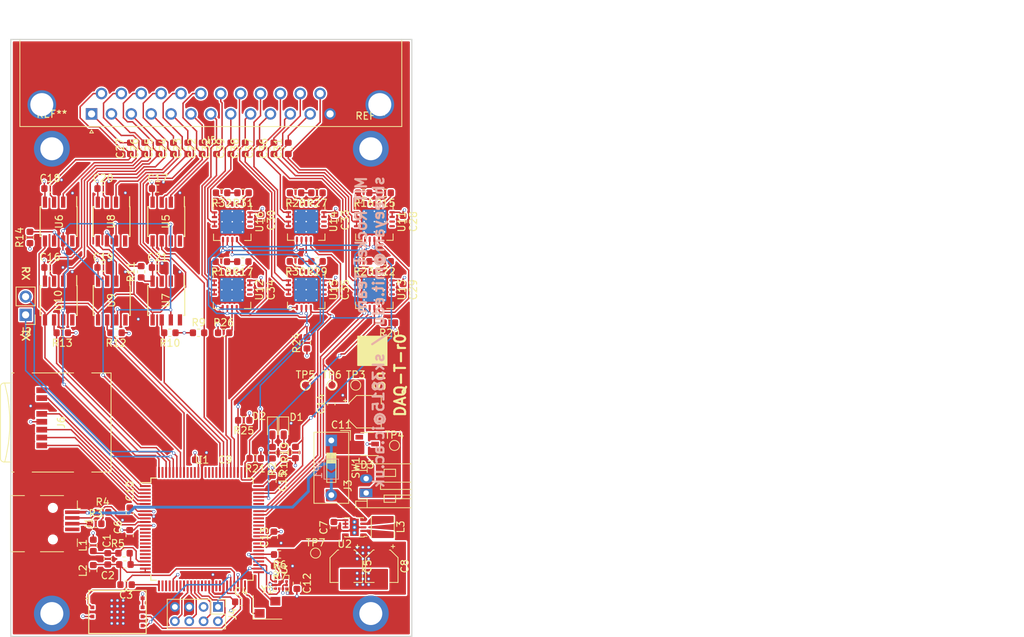
<source format=kicad_pcb>
(kicad_pcb (version 20171130) (host pcbnew "(5.1.0)-1")
  (layers (0 F.Cu signal) (1 In1.Cu power) (2 In2.Cu power) (31 B.Cu signal) (34 B.Paste user) (35 F.Paste user) (36 B.SilkS user) (37 F.SilkS user) (38 B.Mask user) (39 F.Mask user) (44 Edge.Cuts user))
  (net 0 "")
  (net 1 GND)
  (net 2 +3V3)
  (net 3 /D+)
  (net 4 /D-)
  (net 5 +BATT)
  (net 6 /SD_DAT1)
  (net 7 /SD_DAT0)
  (net 8 /SD_CLK)
  (net 9 /SD_CMD)
  (net 10 /SD_DAT3)
  (net 11 /SD_DAT2)
  (net 12 /PTA0)
  (net 13 /PTA1)
  (net 14 /PTA2)
  (net 15 /PTA3)
  (net 16 /OSC_1)
  (net 17 /OSC_2)
  (net 18 /SPI2_SCLK)
  (net 19 /SPI2_MISO)
  (net 20 VDD)
  (net 21 "Net-(L3-Pad2)")
  (net 22 "Net-(L3-Pad1)")
  (net 23 "Net-(J1-Pad2)")
  (net 24 "Net-(J1-Pad4)")
  (net 25 "Net-(D1-Pad2)")
  (net 26 /LED)
  (net 27 "Net-(C3-Pad1)")
  (net 28 "Net-(J1-Pad3)")
  (net 29 /CS_TC1)
  (net 30 /CS_TC2)
  (net 31 /CS_TC3)
  (net 32 /CS_TC4)
  (net 33 /CS_TC5)
  (net 34 /CS_TC6)
  (net 35 "Net-(D2-Pad2)")
  (net 36 "Net-(C2-Pad1)")
  (net 37 "Net-(C1-Pad2)")
  (net 38 "Net-(R15-Pad1)")
  (net 39 "Net-(R15-Pad2)")
  (net 40 "Net-(U1-Pad7)")
  (net 41 "Net-(U1-Pad13)")
  (net 42 "Net-(U1-Pad14)")
  (net 43 "Net-(U1-Pad15)")
  (net 44 "Net-(U1-Pad16)")
  (net 45 "Net-(U1-Pad17)")
  (net 46 "Net-(U1-Pad18)")
  (net 47 "Net-(U1-Pad19)")
  (net 48 "Net-(U1-Pad20)")
  (net 49 "Net-(U1-Pad21)")
  (net 50 "Net-(C1-Pad1)")
  (net 51 "Net-(U1-Pad27)")
  (net 52 "Net-(U1-Pad28)")
  (net 53 "Net-(U1-Pad29)")
  (net 54 "Net-(U1-Pad33)")
  (net 55 /SPI0_SCLK)
  (net 56 /SPI0_MISO)
  (net 57 /RST)
  (net 58 /SPI2_MOSI)
  (net 59 "Net-(U1-Pad70)")
  (net 60 "Net-(U1-Pad71)")
  (net 61 "Net-(U1-Pad84)")
  (net 62 "Net-(U1-Pad90)")
  (net 63 "Net-(U1-Pad91)")
  (net 64 /SPI1_SCLK)
  (net 65 /SPI1_MOSI)
  (net 66 /SPI1_MISO)
  (net 67 "Net-(U16-Pad18)")
  (net 68 "Net-(U15-Pad18)")
  (net 69 /SPI0_MOSI)
  (net 70 "Net-(C7-Pad1)")
  (net 71 /SDA)
  (net 72 /SCL)
  (net 73 "Net-(R17-Pad2)")
  (net 74 "Net-(R17-Pad1)")
  (net 75 "Net-(U1-Pad38)")
  (net 76 "Net-(U1-Pad39)")
  (net 77 /ACC_INT)
  (net 78 "Net-(U1-Pad54)")
  (net 79 "Net-(U1-Pad57)")
  (net 80 "Net-(U1-Pad58)")
  (net 81 "Net-(U1-Pad85)")
  (net 82 "Net-(U1-Pad86)")
  (net 83 "Net-(U1-Pad87)")
  (net 84 "Net-(U1-Pad92)")
  (net 85 /UART_RX)
  (net 86 /UART_TX)
  (net 87 "Net-(U1-Pad42)")
  (net 88 "Net-(U1-Pad43)")
  (net 89 /RTD1-)
  (net 90 /RTD1+)
  (net 91 /RTD2-)
  (net 92 /RTD3-)
  (net 93 /RTD4-)
  (net 94 /RTD5-)
  (net 95 /RTD6-)
  (net 96 /TC1-)
  (net 97 /TC2-)
  (net 98 /TC3-)
  (net 99 /TC4-)
  (net 100 /TC5-)
  (net 101 /TC6-)
  (net 102 /RTD2+)
  (net 103 /RTD3+)
  (net 104 /RTD4+)
  (net 105 /RTD5+)
  (net 106 /RTD6+)
  (net 107 /TC1+)
  (net 108 /TC2+)
  (net 109 /TC3+)
  (net 110 /TC4+)
  (net 111 /TC5+)
  (net 112 /TC6+)
  (net 113 "Net-(D3-Pad4)")
  (net 114 "Net-(R16-Pad2)")
  (net 115 "Net-(R18-Pad2)")
  (net 116 "Net-(R22-Pad2)")
  (net 117 "Net-(R22-Pad1)")
  (net 118 "Net-(R23-Pad2)")
  (net 119 "Net-(R27-Pad2)")
  (net 120 "Net-(R27-Pad1)")
  (net 121 "Net-(R28-Pad2)")
  (net 122 "Net-(R29-Pad2)")
  (net 123 "Net-(R29-Pad1)")
  (net 124 "Net-(R30-Pad2)")
  (net 125 "Net-(R31-Pad2)")
  (net 126 "Net-(R31-Pad1)")
  (net 127 "Net-(R32-Pad2)")
  (net 128 "Net-(U11-Pad18)")
  (net 129 "Net-(U12-Pad18)")
  (net 130 "Net-(U13-Pad18)")
  (net 131 "Net-(U14-Pad18)")
  (net 132 /CS_RTD1)
  (net 133 /CS_RTD2)
  (net 134 /CS_RTD3)
  (net 135 /CS_RTD4)
  (net 136 /CS_RTD5)
  (net 137 /CS_RTD6)
  (net 138 "Net-(U1-Pad59)")
  (net 139 "Net-(U1-Pad62)")
  (net 140 "Net-(U1-Pad63)")
  (net 141 "Net-(U1-Pad64)")
  (net 142 "Net-(U1-Pad65)")
  (net 143 "Net-(U1-Pad66)")
  (net 144 "Net-(U1-Pad31)")
  (net 145 "Net-(U1-Pad32)")
  (net 146 "Net-(JP1-Pad2)")
  (module Package_QFP:LQFP-100_14x14mm_P0.5mm (layer F.Cu) (at 79.977 162.863)
    (fp_text reference U1 (at 0 -9.65) (layer F.SilkS))
    (fp_text value MK64F)
    (pad 1 smd rect (at -7.9 -6) (size 1.5 0.28) (layers F.Cu F.Paste F.Mask) (net 6 /SD_DAT1))
    (pad 2 smd rect (at -7.9 -5.5) (size 1.5 0.28) (layers F.Cu F.Paste F.Mask) (net 7 /SD_DAT0))
    (pad 3 smd rect (at -7.9 -5) (size 1.5 0.28) (layers F.Cu F.Paste F.Mask) (net 8 /SD_CLK))
    (pad 4 smd rect (at -7.9 -4.5) (size 1.5 0.28) (layers F.Cu F.Paste F.Mask) (net 9 /SD_CMD))
    (pad 5 smd rect (at -7.9 -4) (size 1.5 0.28) (layers F.Cu F.Paste F.Mask) (net 10 /SD_DAT3))
    (pad 6 smd rect (at -7.9 -3.5) (size 1.5 0.28) (layers F.Cu F.Paste F.Mask) (net 11 /SD_DAT2))
    (pad 7 smd rect (at -7.9 -3) (size 1.5 0.28) (layers F.Cu F.Paste F.Mask) (net 40 "Net-(U1-Pad7)"))
    (pad 8 smd rect (at -7.9 -2.5) (size 1.5 0.28) (layers F.Cu F.Paste F.Mask) (net 2 +3V3))
    (pad 9 smd rect (at -7.9 -2) (size 1.5 0.28) (layers F.Cu F.Paste F.Mask) (net 1 GND))
    (pad 10 smd rect (at -7.9 -1.5) (size 1.5 0.28) (layers F.Cu F.Paste F.Mask) (net 3 /D+))
    (pad 11 smd rect (at -7.9 -1) (size 1.5 0.28) (layers F.Cu F.Paste F.Mask) (net 4 /D-))
    (pad 12 smd rect (at -7.9 -0.5) (size 1.5 0.28) (layers F.Cu F.Paste F.Mask) (net 2 +3V3))
    (pad 13 smd rect (at -7.9 0) (size 1.5 0.28) (layers F.Cu F.Paste F.Mask) (net 41 "Net-(U1-Pad13)"))
    (pad 14 smd rect (at -7.9 0.5) (size 1.5 0.28) (layers F.Cu F.Paste F.Mask) (net 42 "Net-(U1-Pad14)"))
    (pad 15 smd rect (at -7.9 1) (size 1.5 0.28) (layers F.Cu F.Paste F.Mask) (net 43 "Net-(U1-Pad15)"))
    (pad 16 smd rect (at -7.9 1.5) (size 1.5 0.28) (layers F.Cu F.Paste F.Mask) (net 44 "Net-(U1-Pad16)"))
    (pad 17 smd rect (at -7.9 2) (size 1.5 0.28) (layers F.Cu F.Paste F.Mask) (net 45 "Net-(U1-Pad17)"))
    (pad 18 smd rect (at -7.9 2.5) (size 1.5 0.28) (layers F.Cu F.Paste F.Mask) (net 46 "Net-(U1-Pad18)"))
    (pad 19 smd rect (at -7.9 3) (size 1.5 0.28) (layers F.Cu F.Paste F.Mask) (net 47 "Net-(U1-Pad19)"))
    (pad 20 smd rect (at -7.9 3.5) (size 1.5 0.28) (layers F.Cu F.Paste F.Mask) (net 48 "Net-(U1-Pad20)"))
    (pad 21 smd rect (at -7.9 4) (size 1.5 0.28) (layers F.Cu F.Paste F.Mask) (net 49 "Net-(U1-Pad21)"))
    (pad 22 smd rect (at -7.9 4.5) (size 1.5 0.28) (layers F.Cu F.Paste F.Mask) (net 37 "Net-(C1-Pad2)"))
    (pad 23 smd rect (at -7.9 5) (size 1.5 0.28) (layers F.Cu F.Paste F.Mask) (net 36 "Net-(C2-Pad1)"))
    (pad 24 smd rect (at -7.9 5.5) (size 1.5 0.28) (layers F.Cu F.Paste F.Mask) (net 50 "Net-(C1-Pad1)"))
    (pad 25 smd rect (at -7.9 6) (size 1.5 0.28) (layers F.Cu F.Paste F.Mask) (net 50 "Net-(C1-Pad1)"))
    (pad 26 smd rect (at -6 7.9 90) (size 1.5 0.28) (layers F.Cu F.Paste F.Mask) (net 27 "Net-(C3-Pad1)"))
    (pad 27 smd rect (at -5.5 7.9 90) (size 1.5 0.28) (layers F.Cu F.Paste F.Mask) (net 51 "Net-(U1-Pad27)"))
    (pad 28 smd rect (at -5 7.9 90) (size 1.5 0.28) (layers F.Cu F.Paste F.Mask) (net 52 "Net-(U1-Pad28)"))
    (pad 29 smd rect (at -4.5 7.9 90) (size 1.5 0.28) (layers F.Cu F.Paste F.Mask) (net 53 "Net-(U1-Pad29)"))
    (pad 30 smd rect (at -4 7.9 90) (size 1.5 0.28) (layers F.Cu F.Paste F.Mask) (net 2 +3V3))
    (pad 31 smd rect (at -3.5 7.9 90) (size 1.5 0.28) (layers F.Cu F.Paste F.Mask) (net 144 "Net-(U1-Pad31)"))
    (pad 32 smd rect (at -3 7.9 90) (size 1.5 0.28) (layers F.Cu F.Paste F.Mask) (net 145 "Net-(U1-Pad32)"))
    (pad 33 smd rect (at -2.5 7.9 90) (size 1.5 0.28) (layers F.Cu F.Paste F.Mask) (net 54 "Net-(U1-Pad33)"))
    (pad 34 smd rect (at -2 7.9 90) (size 1.5 0.28) (layers F.Cu F.Paste F.Mask) (net 12 /PTA0))
    (pad 35 smd rect (at -1.5 7.9 90) (size 1.5 0.28) (layers F.Cu F.Paste F.Mask) (net 13 /PTA1))
    (pad 36 smd rect (at -1 7.9 90) (size 1.5 0.28) (layers F.Cu F.Paste F.Mask) (net 14 /PTA2))
    (pad 37 smd rect (at -0.5 7.9 90) (size 1.5 0.28) (layers F.Cu F.Paste F.Mask) (net 15 /PTA3))
    (pad 38 smd rect (at 0 7.9 90) (size 1.5 0.28) (layers F.Cu F.Paste F.Mask) (net 75 "Net-(U1-Pad38)"))
    (pad 39 smd rect (at 0.5 7.9 90) (size 1.5 0.28) (layers F.Cu F.Paste F.Mask) (net 76 "Net-(U1-Pad39)"))
    (pad 40 smd rect (at 1 7.9 90) (size 1.5 0.28) (layers F.Cu F.Paste F.Mask) (net 2 +3V3))
    (pad 41 smd rect (at 1.5 7.9 90) (size 1.5 0.28) (layers F.Cu F.Paste F.Mask) (net 1 GND))
    (pad 42 smd rect (at 2 7.9 90) (size 1.5 0.28) (layers F.Cu F.Paste F.Mask) (net 87 "Net-(U1-Pad42)"))
    (pad 43 smd rect (at 2.5 7.9 90) (size 1.5 0.28) (layers F.Cu F.Paste F.Mask) (net 88 "Net-(U1-Pad43)"))
    (pad 44 smd rect (at 3 7.9 90) (size 1.5 0.28) (layers F.Cu F.Paste F.Mask) (net 1 GND))
    (pad 45 smd rect (at 3.5 7.9 90) (size 1.5 0.28) (layers F.Cu F.Paste F.Mask) (net 55 /SPI0_SCLK))
    (pad 46 smd rect (at 4 7.9 90) (size 1.5 0.28) (layers F.Cu F.Paste F.Mask) (net 69 /SPI0_MOSI))
    (pad 47 smd rect (at 4.5 7.9 90) (size 1.5 0.28) (layers F.Cu F.Paste F.Mask) (net 56 /SPI0_MISO))
    (pad 48 smd rect (at 5 7.9 90) (size 1.5 0.28) (layers F.Cu F.Paste F.Mask) (net 2 +3V3))
    (pad 49 smd rect (at 5.5 7.9 90) (size 1.5 0.28) (layers F.Cu F.Paste F.Mask) (net 1 GND))
    (pad 50 smd rect (at 6 7.9 90) (size 1.5 0.28) (layers F.Cu F.Paste F.Mask) (net 16 /OSC_1))
    (pad 51 smd rect (at 7.9 6) (size 1.5 0.28) (layers F.Cu F.Paste F.Mask) (net 17 /OSC_2))
    (pad 52 smd rect (at 7.9 5.5) (size 1.5 0.28) (layers F.Cu F.Paste F.Mask) (net 57 /RST))
    (pad 53 smd rect (at 7.9 5) (size 1.5 0.28) (layers F.Cu F.Paste F.Mask) (net 77 /ACC_INT))
    (pad 54 smd rect (at 7.9 4.5) (size 1.5 0.28) (layers F.Cu F.Paste F.Mask) (net 78 "Net-(U1-Pad54)"))
    (pad 55 smd rect (at 7.9 4) (size 1.5 0.28) (layers F.Cu F.Paste F.Mask) (net 72 /SCL))
    (pad 56 smd rect (at 7.9 3.5) (size 1.5 0.28) (layers F.Cu F.Paste F.Mask) (net 71 /SDA))
    (pad 57 smd rect (at 7.9 3) (size 1.5 0.28) (layers F.Cu F.Paste F.Mask) (net 79 "Net-(U1-Pad57)"))
    (pad 58 smd rect (at 7.9 2.5) (size 1.5 0.28) (layers F.Cu F.Paste F.Mask) (net 80 "Net-(U1-Pad58)"))
    (pad 59 smd rect (at 7.9 2) (size 1.5 0.28) (layers F.Cu F.Paste F.Mask) (net 138 "Net-(U1-Pad59)"))
    (pad 60 smd rect (at 7.9 1.5) (size 1.5 0.28) (layers F.Cu F.Paste F.Mask) (net 1 GND))
    (pad 61 smd rect (at 7.9 1) (size 1.5 0.28) (layers F.Cu F.Paste F.Mask) (net 2 +3V3))
    (pad 62 smd rect (at 7.9 0.5) (size 1.5 0.28) (layers F.Cu F.Paste F.Mask) (net 139 "Net-(U1-Pad62)"))
    (pad 63 smd rect (at 7.9 0) (size 1.5 0.28) (layers F.Cu F.Paste F.Mask) (net 140 "Net-(U1-Pad63)"))
    (pad 64 smd rect (at 7.9 -0.5) (size 1.5 0.28) (layers F.Cu F.Paste F.Mask) (net 141 "Net-(U1-Pad64)"))
    (pad 65 smd rect (at 7.9 -1) (size 1.5 0.28) (layers F.Cu F.Paste F.Mask) (net 142 "Net-(U1-Pad65)"))
    (pad 66 smd rect (at 7.9 -1.5) (size 1.5 0.28) (layers F.Cu F.Paste F.Mask) (net 143 "Net-(U1-Pad66)"))
    (pad 67 smd rect (at 7.9 -2) (size 1.5 0.28) (layers F.Cu F.Paste F.Mask) (net 18 /SPI2_SCLK))
    (pad 68 smd rect (at 7.9 -2.5) (size 1.5 0.28) (layers F.Cu F.Paste F.Mask) (net 58 /SPI2_MOSI))
    (pad 69 smd rect (at 7.9 -3) (size 1.5 0.28) (layers F.Cu F.Paste F.Mask) (net 19 /SPI2_MISO))
    (pad 70 smd rect (at 7.9 -3.5) (size 1.5 0.28) (layers F.Cu F.Paste F.Mask) (net 59 "Net-(U1-Pad70)"))
    (pad 71 smd rect (at 7.9 -4) (size 1.5 0.28) (layers F.Cu F.Paste F.Mask) (net 60 "Net-(U1-Pad71)"))
    (pad 72 smd rect (at 7.9 -4.5) (size 1.5 0.28) (layers F.Cu F.Paste F.Mask) (net 133 /CS_RTD2))
    (pad 73 smd rect (at 7.9 -5) (size 1.5 0.28) (layers F.Cu F.Paste F.Mask) (net 132 /CS_RTD1))
    (pad 74 smd rect (at 7.9 -5.5) (size 1.5 0.28) (layers F.Cu F.Paste F.Mask) (net 1 GND))
    (pad 75 smd rect (at 7.9 -6) (size 1.5 0.28) (layers F.Cu F.Paste F.Mask) (net 2 +3V3))
    (pad 76 smd rect (at 6 -7.9 90) (size 1.5 0.28) (layers F.Cu F.Paste F.Mask) (net 134 /CS_RTD3))
    (pad 77 smd rect (at 5.5 -7.9 90) (size 1.5 0.28) (layers F.Cu F.Paste F.Mask) (net 26 /LED))
    (pad 78 smd rect (at 5 -7.9 90) (size 1.5 0.28) (layers F.Cu F.Paste F.Mask) (net 136 /CS_RTD5))
    (pad 79 smd rect (at 4.5 -7.9 90) (size 1.5 0.28) (layers F.Cu F.Paste F.Mask) (net 135 /CS_RTD4))
    (pad 80 smd rect (at 4 -7.9 90) (size 1.5 0.28) (layers F.Cu F.Paste F.Mask) (net 137 /CS_RTD6))
    (pad 81 smd rect (at 3.5 -7.9 90) (size 1.5 0.28) (layers F.Cu F.Paste F.Mask) (net 29 /CS_TC1))
    (pad 82 smd rect (at 3 -7.9 90) (size 1.5 0.28) (layers F.Cu F.Paste F.Mask) (net 30 /CS_TC2))
    (pad 83 smd rect (at 2.5 -7.9 90) (size 1.5 0.28) (layers F.Cu F.Paste F.Mask) (net 32 /CS_TC4))
    (pad 84 smd rect (at 2 -7.9 90) (size 1.5 0.28) (layers F.Cu F.Paste F.Mask) (net 61 "Net-(U1-Pad84)"))
    (pad 85 smd rect (at 1.5 -7.9 90) (size 1.5 0.28) (layers F.Cu F.Paste F.Mask) (net 81 "Net-(U1-Pad85)"))
    (pad 86 smd rect (at 1 -7.9 90) (size 1.5 0.28) (layers F.Cu F.Paste F.Mask) (net 82 "Net-(U1-Pad86)"))
    (pad 87 smd rect (at 0.5 -7.9 90) (size 1.5 0.28) (layers F.Cu F.Paste F.Mask) (net 83 "Net-(U1-Pad87)"))
    (pad 88 smd rect (at 0 -7.9 90) (size 1.5 0.28) (layers F.Cu F.Paste F.Mask) (net 1 GND))
    (pad 89 smd rect (at -0.5 -7.9 90) (size 1.5 0.28) (layers F.Cu F.Paste F.Mask) (net 2 +3V3))
    (pad 90 smd rect (at -1 -7.9 90) (size 1.5 0.28) (layers F.Cu F.Paste F.Mask) (net 62 "Net-(U1-Pad90)"))
    (pad 91 smd rect (at -1.5 -7.9 90) (size 1.5 0.28) (layers F.Cu F.Paste F.Mask) (net 63 "Net-(U1-Pad91)"))
    (pad 92 smd rect (at -2 -7.9 90) (size 1.5 0.28) (layers F.Cu F.Paste F.Mask) (net 84 "Net-(U1-Pad92)"))
    (pad 93 smd rect (at -2.5 -7.9 90) (size 1.5 0.28) (layers F.Cu F.Paste F.Mask) (net 31 /CS_TC3))
    (pad 94 smd rect (at -3 -7.9 90) (size 1.5 0.28) (layers F.Cu F.Paste F.Mask) (net 34 /CS_TC6))
    (pad 95 smd rect (at -3.5 -7.9 90) (size 1.5 0.28) (layers F.Cu F.Paste F.Mask) (net 85 /UART_RX))
    (pad 96 smd rect (at -4 -7.9 90) (size 1.5 0.28) (layers F.Cu F.Paste F.Mask) (net 86 /UART_TX))
    (pad 97 smd rect (at -4.5 -7.9 90) (size 1.5 0.28) (layers F.Cu F.Paste F.Mask) (net 33 /CS_TC5))
    (pad 98 smd rect (at -5 -7.9 90) (size 1.5 0.28) (layers F.Cu F.Paste F.Mask) (net 64 /SPI1_SCLK))
    (pad 99 smd rect (at -5.5 -7.9 90) (size 1.5 0.28) (layers F.Cu F.Paste F.Mask) (net 65 /SPI1_MOSI))
    (pad 100 smd rect (at -6 -7.9 90) (size 1.5 0.28) (layers F.Cu F.Paste F.Mask) (net 66 /SPI1_MISO))
  )
  (module Jumper:SolderJumper-2_P1.3mm_Open_TrianglePad1.0x1.5mm (layer B.Cu) (at 98 154.5 270)
    (fp_text reference JP1 (at 0 1.8 270) (layer B.SilkS) (effects (justify mirror)))
    (fp_text value SolderJumper_2_Open)
    (pad 1 smd custom (at -0.725 0 270) (size 0.3 0.3) (layers B.Cu B.Mask) (net 20 VDD) (options (clearance outline) (anchor rect)) (primitives (gr_poly (pts (xy -0.5 0.75) (xy 0.5 0.75) (xy 1 0) (xy 0.5 -0.75) (xy -0.5 -0.75)) (width 0))))
    (pad 2 smd custom (at 0.725 0 270) (size 0.3 0.3) (layers B.Cu B.Mask) (net 146 "Net-(JP1-Pad2)") (options (clearance outline) (anchor rect)) (primitives (gr_poly (pts (xy -0.65 0.75) (xy 0.5 0.75) (xy 0.5 -0.75) (xy -0.65 -0.75) (xy -0.15 0)) (width 0))))
  )
  (module custom:DSUB-25_Male_Horizontal_P2.77x2.84mm_EdgePinOffset4.94mm_Housed_MountingHolesOffset7.48mm (layer F.Cu) (at 64.588 105 180)
    (fp_text reference J5 (at -16.62 -3.7 180) (layer F.SilkS))
    (fp_text value Dsub25)
    (pad 0 thru_hole circle (at 6.93 1.3 180) (size 4 4) (drill 3.2) (layers *.Cu *.Mask) (net 1 GND))
    (pad 0 thru_hole circle (at -40.17 1.3 180) (size 4 4) (drill 3.2) (layers *.Cu *.Mask) (net 1 GND))
    (pad 25 thru_hole circle (at -31.855 2.84 180) (size 1.6 1.6) (drill 1) (layers *.Cu *.Mask) (net 90 /RTD1+))
    (pad 24 thru_hole circle (at -29.085 2.84 180) (size 1.6 1.6) (drill 1) (layers *.Cu *.Mask) (net 102 /RTD2+))
    (pad 23 thru_hole circle (at -26.315 2.84 180) (size 1.6 1.6) (drill 1) (layers *.Cu *.Mask) (net 103 /RTD3+))
    (pad 22 thru_hole circle (at -23.545 2.84 180) (size 1.6 1.6) (drill 1) (layers *.Cu *.Mask) (net 104 /RTD4+))
    (pad 21 thru_hole circle (at -20.775 2.84 180) (size 1.6 1.6) (drill 1) (layers *.Cu *.Mask) (net 105 /RTD5+))
    (pad 20 thru_hole circle (at -18.005 2.84 180) (size 1.6 1.6) (drill 1) (layers *.Cu *.Mask) (net 106 /RTD6+))
    (pad 19 thru_hole circle (at -15.235 2.84 180) (size 1.6 1.6) (drill 1) (layers *.Cu *.Mask) (net 107 /TC1+))
    (pad 18 thru_hole circle (at -12.465 2.84 180) (size 1.6 1.6) (drill 1) (layers *.Cu *.Mask) (net 108 /TC2+))
    (pad 17 thru_hole circle (at -9.695 2.84 180) (size 1.6 1.6) (drill 1) (layers *.Cu *.Mask) (net 109 /TC3+))
    (pad 16 thru_hole circle (at -6.925 2.84 180) (size 1.6 1.6) (drill 1) (layers *.Cu *.Mask) (net 110 /TC4+))
    (pad 15 thru_hole circle (at -4.155 2.84 180) (size 1.6 1.6) (drill 1) (layers *.Cu *.Mask) (net 111 /TC5+))
    (pad 14 thru_hole circle (at -1.385 2.84 180) (size 1.6 1.6) (drill 1) (layers *.Cu *.Mask) (net 112 /TC6+))
    (pad 13 thru_hole circle (at -33.24 0 180) (size 1.6 1.6) (drill 1) (layers *.Cu *.Mask) (net 1 GND))
    (pad 12 thru_hole circle (at -30.47 0 180) (size 1.6 1.6) (drill 1) (layers *.Cu *.Mask) (net 89 /RTD1-))
    (pad 11 thru_hole circle (at -27.7 0 180) (size 1.6 1.6) (drill 1) (layers *.Cu *.Mask) (net 91 /RTD2-))
    (pad 10 thru_hole circle (at -24.93 0 180) (size 1.6 1.6) (drill 1) (layers *.Cu *.Mask) (net 92 /RTD3-))
    (pad 9 thru_hole circle (at -22.16 0 180) (size 1.6 1.6) (drill 1) (layers *.Cu *.Mask) (net 93 /RTD4-))
    (pad 8 thru_hole circle (at -19.39 0 180) (size 1.6 1.6) (drill 1) (layers *.Cu *.Mask) (net 94 /RTD5-))
    (pad 7 thru_hole circle (at -16.62 0 180) (size 1.6 1.6) (drill 1) (layers *.Cu *.Mask) (net 95 /RTD6-))
    (pad 6 thru_hole circle (at -13.85 0 180) (size 1.6 1.6) (drill 1) (layers *.Cu *.Mask) (net 96 /TC1-))
    (pad 5 thru_hole circle (at -11.08 0 180) (size 1.6 1.6) (drill 1) (layers *.Cu *.Mask) (net 97 /TC2-))
    (pad 4 thru_hole circle (at -8.31 0 180) (size 1.6 1.6) (drill 1) (layers *.Cu *.Mask) (net 98 /TC3-))
    (pad 3 thru_hole circle (at -5.54 0 180) (size 1.6 1.6) (drill 1) (layers *.Cu *.Mask) (net 99 /TC4-))
    (pad 2 thru_hole circle (at -2.77 0 180) (size 1.6 1.6) (drill 1) (layers *.Cu *.Mask) (net 100 /TC5-))
    (pad 1 thru_hole rect (at 0 0 180) (size 1.6 1.6) (drill 1) (layers *.Cu *.Mask) (net 101 /TC6-))
  )
  (module Resistor_SMD:R_0603_1608Metric (layer F.Cu) (at 85.7 116 180)
    (fp_text reference R31 (at 0 -1.43 180) (layer F.SilkS))
    (fp_text value 2k)
    (pad 2 smd roundrect (at 0.7875 0 180) (size 0.875 0.95) (layers F.Cu F.Paste F.Mask) (net 125 "Net-(R31-Pad2)"))
    (pad 1 smd roundrect (at -0.7875 0 180) (size 0.875 0.95) (layers F.Cu F.Paste F.Mask) (net 126 "Net-(R31-Pad1)"))
  )
  (module Resistor_SMD:R_0603_1608Metric (layer F.Cu) (at 96.0125 125.55 180)
    (fp_text reference R29 (at 0 -1.43 180) (layer F.SilkS))
    (fp_text value 2k)
    (pad 2 smd roundrect (at 0.7875 0 180) (size 0.875 0.95) (layers F.Cu F.Paste F.Mask) (net 122 "Net-(R29-Pad2)"))
    (pad 1 smd roundrect (at -0.7875 0 180) (size 0.875 0.95) (layers F.Cu F.Paste F.Mask) (net 123 "Net-(R29-Pad1)"))
  )
  (module Resistor_SMD:R_0603_1608Metric (layer F.Cu) (at 96 116 180)
    (fp_text reference R27 (at 0 -1.43 180) (layer F.SilkS))
    (fp_text value 2k)
    (pad 2 smd roundrect (at 0.7875 0 180) (size 0.875 0.95) (layers F.Cu F.Paste F.Mask) (net 119 "Net-(R27-Pad2)"))
    (pad 1 smd roundrect (at -0.7875 0 180) (size 0.875 0.95) (layers F.Cu F.Paste F.Mask) (net 120 "Net-(R27-Pad1)"))
  )
  (module Resistor_SMD:R_0603_1608Metric (layer F.Cu) (at 83 135.5)
    (fp_text reference R26 (at 0 -1.43) (layer F.SilkS))
    (fp_text value 10k)
    (pad 2 smd roundrect (at 0.7875 0) (size 0.875 0.95) (layers F.Cu F.Paste F.Mask) (net 137 /CS_RTD6))
    (pad 1 smd roundrect (at -0.7875 0) (size 0.875 0.95) (layers F.Cu F.Paste F.Mask) (net 2 +3V3))
  )
  (module Resistor_SMD:R_0603_1608Metric (layer F.Cu) (at 85.8 147.7 180)
    (fp_text reference R25 (at 0 -1.43 180) (layer F.SilkS))
    (fp_text value 10k)
    (pad 2 smd roundrect (at 0.7875 0 180) (size 0.875 0.95) (layers F.Cu F.Paste F.Mask) (net 136 /CS_RTD5))
    (pad 1 smd roundrect (at -0.7875 0 180) (size 0.875 0.95) (layers F.Cu F.Paste F.Mask) (net 2 +3V3))
  )
  (module Resistor_SMD:R_0603_1608Metric (layer F.Cu) (at 94.6 136.9 90)
    (fp_text reference R24 (at 0 -1.43 90) (layer F.SilkS))
    (fp_text value 10k)
    (pad 2 smd roundrect (at 0.7875 0 90) (size 0.875 0.95) (layers F.Cu F.Paste F.Mask) (net 135 /CS_RTD4))
    (pad 1 smd roundrect (at -0.7875 0 90) (size 0.875 0.95) (layers F.Cu F.Paste F.Mask) (net 2 +3V3))
  )
  (module Resistor_SMD:R_0603_1608Metric (layer F.Cu) (at 105.5 125.55 180)
    (fp_text reference R22 (at 0 -1.43 180) (layer F.SilkS))
    (fp_text value 2k)
    (pad 2 smd roundrect (at 0.7875 0 180) (size 0.875 0.95) (layers F.Cu F.Paste F.Mask) (net 116 "Net-(R22-Pad2)"))
    (pad 1 smd roundrect (at -0.7875 0 180) (size 0.875 0.95) (layers F.Cu F.Paste F.Mask) (net 117 "Net-(R22-Pad1)"))
  )
  (module Resistor_SMD:R_0603_1608Metric (layer F.Cu) (at 87.4 153 180)
    (fp_text reference R21 (at 0 -1.43 180) (layer F.SilkS))
    (fp_text value 10k)
    (pad 2 smd roundrect (at 0.7875 0 180) (size 0.875 0.95) (layers F.Cu F.Paste F.Mask) (net 134 /CS_RTD3))
    (pad 1 smd roundrect (at -0.7875 0 180) (size 0.875 0.95) (layers F.Cu F.Paste F.Mask) (net 2 +3V3))
  )
  (module Resistor_SMD:R_0603_1608Metric (layer F.Cu) (at 106.1 134.1 180)
    (fp_text reference R20 (at 0 -1.43 180) (layer F.SilkS))
    (fp_text value 10k)
    (pad 2 smd roundrect (at 0.7875 0 180) (size 0.875 0.95) (layers F.Cu F.Paste F.Mask) (net 133 /CS_RTD2))
    (pad 1 smd roundrect (at -0.7875 0 180) (size 0.875 0.95) (layers F.Cu F.Paste F.Mask) (net 2 +3V3))
  )
  (module Resistor_SMD:R_0603_1608Metric (layer F.Cu) (at 93 152.1875 90)
    (fp_text reference R19 (at 0 -1.43 90) (layer F.SilkS))
    (fp_text value 10k)
    (pad 2 smd roundrect (at 0.7875 0 90) (size 0.875 0.95) (layers F.Cu F.Paste F.Mask) (net 132 /CS_RTD1))
    (pad 1 smd roundrect (at -0.7875 0 90) (size 0.875 0.95) (layers F.Cu F.Paste F.Mask) (net 2 +3V3))
  )
  (module Resistor_SMD:R_0603_1608Metric (layer F.Cu) (at 85.666 125.586 180)
    (fp_text reference R17 (at 0 -1.43 180) (layer F.SilkS))
    (fp_text value 2k)
    (pad 2 smd roundrect (at 0.7875 0 180) (size 0.875 0.95) (layers F.Cu F.Paste F.Mask) (net 73 "Net-(R17-Pad2)"))
    (pad 1 smd roundrect (at -0.7875 0 180) (size 0.875 0.95) (layers F.Cu F.Paste F.Mask) (net 74 "Net-(R17-Pad1)"))
  )
  (module Resistor_SMD:R_0603_1608Metric (layer F.Cu) (at 105.5 116 180)
    (fp_text reference R15 (at 0 -1.43 180) (layer F.SilkS))
    (fp_text value 2k)
    (pad 2 smd roundrect (at 0.7875 0 180) (size 0.875 0.95) (layers F.Cu F.Paste F.Mask) (net 39 "Net-(R15-Pad2)"))
    (pad 1 smd roundrect (at -0.7875 0 180) (size 0.875 0.95) (layers F.Cu F.Paste F.Mask) (net 38 "Net-(R15-Pad1)"))
  )
  (module Resistor_SMD:R_0603_1608Metric (layer F.Cu) (at 56 122.2125 90)
    (fp_text reference R14 (at 0 -1.43 90) (layer F.SilkS))
    (fp_text value 10k)
    (pad 2 smd roundrect (at 0.7875 0 90) (size 0.875 0.95) (layers F.Cu F.Paste F.Mask) (net 34 /CS_TC6))
    (pad 1 smd roundrect (at -0.7875 0 90) (size 0.875 0.95) (layers F.Cu F.Paste F.Mask) (net 2 +3V3))
  )
  (module Resistor_SMD:R_0603_1608Metric (layer F.Cu) (at 60.5 135.5 180)
    (fp_text reference R13 (at 0 -1.43 180) (layer F.SilkS))
    (fp_text value 10k)
    (pad 2 smd roundrect (at 0.7875 0 180) (size 0.875 0.95) (layers F.Cu F.Paste F.Mask) (net 33 /CS_TC5))
    (pad 1 smd roundrect (at -0.7875 0 180) (size 0.875 0.95) (layers F.Cu F.Paste F.Mask) (net 2 +3V3))
  )
  (module Resistor_SMD:R_0603_1608Metric (layer F.Cu) (at 68 135.5 180)
    (fp_text reference R12 (at 0 -1.43 180) (layer F.SilkS))
    (fp_text value 10k)
    (pad 2 smd roundrect (at 0.7875 0 180) (size 0.875 0.95) (layers F.Cu F.Paste F.Mask) (net 32 /CS_TC4))
    (pad 1 smd roundrect (at -0.7875 0 180) (size 0.875 0.95) (layers F.Cu F.Paste F.Mask) (net 2 +3V3))
  )
  (module Resistor_SMD:R_0603_1608Metric (layer F.Cu) (at 71.5 127 90)
    (fp_text reference R11 (at 0 -1.43 90) (layer F.SilkS))
    (fp_text value 10k)
    (pad 2 smd roundrect (at 0.7875 0 90) (size 0.875 0.95) (layers F.Cu F.Paste F.Mask) (net 31 /CS_TC3))
    (pad 1 smd roundrect (at -0.7875 0 90) (size 0.875 0.95) (layers F.Cu F.Paste F.Mask) (net 2 +3V3))
  )
  (module Resistor_SMD:R_0603_1608Metric (layer F.Cu) (at 75.5 135.5 180)
    (fp_text reference R10 (at 0 -1.43 180) (layer F.SilkS))
    (fp_text value 10k)
    (pad 2 smd roundrect (at 0.7875 0 180) (size 0.875 0.95) (layers F.Cu F.Paste F.Mask) (net 30 /CS_TC2))
    (pad 1 smd roundrect (at -0.7875 0 180) (size 0.875 0.95) (layers F.Cu F.Paste F.Mask) (net 2 +3V3))
  )
  (module Resistor_SMD:R_0603_1608Metric (layer F.Cu) (at 79.5 135.5)
    (fp_text reference R9 (at 0 -1.43) (layer F.SilkS))
    (fp_text value 10k)
    (pad 2 smd roundrect (at 0.7875 0) (size 0.875 0.95) (layers F.Cu F.Paste F.Mask) (net 29 /CS_TC1))
    (pad 1 smd roundrect (at -0.7875 0) (size 0.875 0.95) (layers F.Cu F.Paste F.Mask) (net 2 +3V3))
  )
  (module Package_DFN_QFN:QFN-20-1EP_5x5mm_P0.65mm_EP3.35x3.35mm_ThermalVias (layer F.Cu) (at 84.2 120.025 270)
    (fp_text reference U16 (at 0 -3.8 270) (layer F.SilkS))
    (fp_text value MAX31865)
    (pad 20 smd roundrect (at -1.3 -2.475 270) (size 0.3 0.75) (layers F.Cu F.Paste F.Mask) (net 2 +3V3))
    (pad 19 smd roundrect (at -0.65 -2.475 270) (size 0.3 0.75) (layers F.Cu F.Paste F.Mask) (net 2 +3V3))
    (pad 18 smd roundrect (at 0 -2.475 270) (size 0.3 0.75) (layers F.Cu F.Paste F.Mask) (net 67 "Net-(U16-Pad18)"))
    (pad 17 smd roundrect (at 0.65 -2.475 270) (size 0.3 0.75) (layers F.Cu F.Paste F.Mask))
    (pad 16 smd roundrect (at 1.3 -2.475 270) (size 0.3 0.75) (layers F.Cu F.Paste F.Mask) (net 1 GND))
    (pad 15 smd roundrect (at 2.475 -1.3 270) (size 0.75 0.3) (layers F.Cu F.Paste F.Mask) (net 1 GND))
    (pad 14 smd roundrect (at 2.475 -0.65 270) (size 0.75 0.3) (layers F.Cu F.Paste F.Mask) (net 19 /SPI2_MISO))
    (pad 13 smd roundrect (at 2.475 0 270) (size 0.75 0.3) (layers F.Cu F.Paste F.Mask) (net 136 /CS_RTD5))
    (pad 12 smd roundrect (at 2.475 0.65 270) (size 0.75 0.3) (layers F.Cu F.Paste F.Mask) (net 18 /SPI2_SCLK))
    (pad 11 smd roundrect (at 2.475 1.3 270) (size 0.75 0.3) (layers F.Cu F.Paste F.Mask) (net 58 /SPI2_MOSI))
    (pad 10 smd roundrect (at 1.3 2.475 270) (size 0.3 0.75) (layers F.Cu F.Paste F.Mask) (net 1 GND))
    (pad 9 smd roundrect (at 0.65 2.475 270) (size 0.3 0.75) (layers F.Cu F.Paste F.Mask) (net 94 /RTD5-))
    (pad 8 smd roundrect (at 0 2.475 270) (size 0.3 0.75) (layers F.Cu F.Paste F.Mask) (net 94 /RTD5-))
    (pad 7 smd roundrect (at -0.65 2.475 270) (size 0.3 0.75) (layers F.Cu F.Paste F.Mask) (net 105 /RTD5+))
    (pad 6 smd roundrect (at -1.3 2.475 270) (size 0.3 0.75) (layers F.Cu F.Paste F.Mask) (net 105 /RTD5+))
    (pad 5 smd roundrect (at -2.475 1.3 270) (size 0.75 0.3) (layers F.Cu F.Paste F.Mask) (net 1 GND))
    (pad 4 smd roundrect (at -2.475 0.65 270) (size 0.75 0.3) (layers F.Cu F.Paste F.Mask) (net 127 "Net-(R32-Pad2)"))
    (pad 3 smd roundrect (at -2.475 0 270) (size 0.75 0.3) (layers F.Cu F.Paste F.Mask) (net 127 "Net-(R32-Pad2)"))
    (pad 2 smd roundrect (at -2.475 -0.65 270) (size 0.75 0.3) (layers F.Cu F.Paste F.Mask) (net 126 "Net-(R31-Pad1)"))
    (pad 1 smd roundrect (at -2.475 -1.3 270) (size 0.75 0.3) (layers F.Cu F.Paste F.Mask) (net 126 "Net-(R31-Pad1)"))
    (pad 21 smd roundrect (at 0 0 270) (size 3.35 3.35) (layers B.Cu) (roundrect_rratio 0.074627) (net 1 GND))
    (pad 21 thru_hole circle (at 1.425 1.425 270) (size 0.5 0.5) (drill 0.2) (layers *.Cu) (net 1 GND))
    (pad 21 thru_hole circle (at 0 1.425 270) (size 0.5 0.5) (drill 0.2) (layers *.Cu) (net 1 GND))
    (pad 21 thru_hole circle (at -1.425 1.425 270) (size 0.5 0.5) (drill 0.2) (layers *.Cu) (net 1 GND))
    (pad 21 thru_hole circle (at 1.425 0 270) (size 0.5 0.5) (drill 0.2) (layers *.Cu) (net 1 GND))
    (pad 21 thru_hole circle (at 0 0 270) (size 0.5 0.5) (drill 0.2) (layers *.Cu) (net 1 GND))
    (pad 21 thru_hole circle (at -1.425 0 270) (size 0.5 0.5) (drill 0.2) (layers *.Cu) (net 1 GND))
    (pad 21 thru_hole circle (at 1.425 -1.425 270) (size 0.5 0.5) (drill 0.2) (layers *.Cu) (net 1 GND))
    (pad 21 thru_hole circle (at 0 -1.425 270) (size 0.5 0.5) (drill 0.2) (layers *.Cu) (net 1 GND))
    (pad 21 thru_hole circle (at -1.425 -1.425 270) (size 0.5 0.5) (drill 0.2) (layers *.Cu) (net 1 GND))
    (pad 21 smd roundrect (at 0 0 270) (size 3.35 3.35) (layers F.Cu F.Mask) (roundrect_rratio 0.074627) (net 1 GND))
  )
  (module Capacitor_SMD:C_0603_1608Metric (layer F.Cu) (at 80 109.8 90)
    (fp_text reference C22 (at 0 -1.43 90) (layer F.SilkS))
    (fp_text value 10nf)
    (pad 2 smd roundrect (at 0.7875 0 90) (size 0.875 0.95) (layers F.Cu F.Paste F.Mask) (net 96 /TC1-))
    (pad 1 smd roundrect (at -0.7875 0 90) (size 0.875 0.95) (layers F.Cu F.Paste F.Mask) (net 107 /TC1+))
  )
  (module Capacitor_SMD:C_0603_1608Metric (layer F.Cu) (at 70 109.8 90)
    (fp_text reference C27 (at 0 -1.43 90) (layer F.SilkS))
    (fp_text value 10nf)
    (pad 1 smd roundrect (at -0.7875 0 90) (size 0.875 0.95) (layers F.Cu F.Paste F.Mask) (net 112 /TC6+))
    (pad 2 smd roundrect (at 0.7875 0 90) (size 0.875 0.95) (layers F.Cu F.Paste F.Mask) (net 101 /TC6-))
  )
  (module Capacitor_SMD:C_0603_1608Metric (layer F.Cu) (at 72 109.8 90)
    (fp_text reference C26 (at 0 -1.43 90) (layer F.SilkS))
    (fp_text value 10nf)
    (pad 2 smd roundrect (at 0.7875 0 90) (size 0.875 0.95) (layers F.Cu F.Paste F.Mask) (net 100 /TC5-))
    (pad 1 smd roundrect (at -0.7875 0 90) (size 0.875 0.95) (layers F.Cu F.Paste F.Mask) (net 111 /TC5+))
  )
  (module Capacitor_SMD:C_0603_1608Metric (layer F.Cu) (at 74 109.8 90)
    (fp_text reference C25 (at 0 -1.43 90) (layer F.SilkS))
    (fp_text value 10nf)
    (pad 1 smd roundrect (at -0.7875 0 90) (size 0.875 0.95) (layers F.Cu F.Paste F.Mask) (net 110 /TC4+))
    (pad 2 smd roundrect (at 0.7875 0 90) (size 0.875 0.95) (layers F.Cu F.Paste F.Mask) (net 99 /TC4-))
  )
  (module Capacitor_SMD:C_0603_1608Metric (layer F.Cu) (at 76 109.8 90)
    (fp_text reference C24 (at 0 -1.43 90) (layer F.SilkS))
    (fp_text value 10nf)
    (pad 2 smd roundrect (at 0.7875 0 90) (size 0.875 0.95) (layers F.Cu F.Paste F.Mask) (net 98 /TC3-))
    (pad 1 smd roundrect (at -0.7875 0 90) (size 0.875 0.95) (layers F.Cu F.Paste F.Mask) (net 109 /TC3+))
  )
  (module Capacitor_SMD:C_0603_1608Metric (layer F.Cu) (at 78 109.8 90)
    (fp_text reference C23 (at 0 -1.43 90) (layer F.SilkS))
    (fp_text value 10nf)
    (pad 1 smd roundrect (at -0.7875 0 90) (size 0.875 0.95) (layers F.Cu F.Paste F.Mask) (net 108 /TC2+))
    (pad 2 smd roundrect (at 0.7875 0 90) (size 0.875 0.95) (layers F.Cu F.Paste F.Mask) (net 97 /TC2-))
  )
  (module Capacitor_SMD:C_0603_1608Metric (layer F.Cu) (at 88.2 119.8125 270)
    (fp_text reference C30 (at 0 -1.43 270) (layer F.SilkS))
    (fp_text value 220nF)
    (pad 1 smd roundrect (at -0.7875 0 270) (size 0.875 0.95) (layers F.Cu F.Paste F.Mask) (net 2 +3V3))
    (pad 2 smd roundrect (at 0.7875 0 270) (size 0.875 0.95) (layers F.Cu F.Paste F.Mask) (net 1 GND))
  )
  (module Capacitor_SMD:C_0603_1608Metric (layer F.Cu) (at 93.2 170.4 270)
    (fp_text reference C12 (at 0 -1.43 270) (layer F.SilkS))
    (fp_text value 100nF)
    (pad 2 smd roundrect (at 0.7875 0 270) (size 0.875 0.95) (layers F.Cu F.Paste F.Mask) (net 1 GND))
    (pad 1 smd roundrect (at -0.7875 0 270) (size 0.875 0.95) (layers F.Cu F.Paste F.Mask) (net 2 +3V3))
  )
  (module Capacitor_SMD:C_0603_1608Metric (layer F.Cu) (at 108 120 270)
    (fp_text reference C28 (at 0 -1.43 270) (layer F.SilkS))
    (fp_text value 220nF)
    (pad 1 smd roundrect (at -0.7875 0 270) (size 0.875 0.95) (layers F.Cu F.Paste F.Mask) (net 2 +3V3))
    (pad 2 smd roundrect (at 0.7875 0 270) (size 0.875 0.95) (layers F.Cu F.Paste F.Mask) (net 1 GND))
  )
  (module Capacitor_SMD:C_0603_1608Metric (layer F.Cu) (at 98.5 129.5 270)
    (fp_text reference C35 (at 0 -1.43 270) (layer F.SilkS))
    (fp_text value 220nF)
    (pad 2 smd roundrect (at 0.7875 0 270) (size 0.875 0.95) (layers F.Cu F.Paste F.Mask) (net 1 GND))
    (pad 1 smd roundrect (at -0.7875 0 270) (size 0.875 0.95) (layers F.Cu F.Paste F.Mask) (net 2 +3V3))
  )
  (module Capacitor_SMD:C_0603_1608Metric (layer F.Cu) (at 92 109.8 90)
    (fp_text reference C31 (at 0 -1.43 90) (layer F.SilkS))
    (fp_text value 10nF)
    (pad 2 smd roundrect (at 0.7875 0 90) (size 0.875 0.95) (layers F.Cu F.Paste F.Mask) (net 89 /RTD1-))
    (pad 1 smd roundrect (at -0.7875 0 90) (size 0.875 0.95) (layers F.Cu F.Paste F.Mask) (net 90 /RTD1+))
  )
  (module Capacitor_SMD:C_0603_1608Metric (layer F.Cu) (at 82 109.8 90)
    (fp_text reference C32 (at 0 -1.43 90) (layer F.SilkS))
    (fp_text value 10nF)
    (pad 1 smd roundrect (at -0.7875 0 90) (size 0.875 0.95) (layers F.Cu F.Paste F.Mask) (net 106 /RTD6+))
    (pad 2 smd roundrect (at 0.7875 0 90) (size 0.875 0.95) (layers F.Cu F.Paste F.Mask) (net 95 /RTD6-))
  )
  (module Capacitor_SMD:C_0603_1608Metric (layer F.Cu) (at 98.5 119.7875 270)
    (fp_text reference C33 (at 0 -1.43 270) (layer F.SilkS))
    (fp_text value 220nF)
    (pad 2 smd roundrect (at 0.7875 0 270) (size 0.875 0.95) (layers F.Cu F.Paste F.Mask) (net 1 GND))
    (pad 1 smd roundrect (at -0.7875 0 270) (size 0.875 0.95) (layers F.Cu F.Paste F.Mask) (net 2 +3V3))
  )
  (module Capacitor_SMD:C_0603_1608Metric (layer F.Cu) (at 88.166 129.511 270)
    (fp_text reference C34 (at 0 -1.43 270) (layer F.SilkS))
    (fp_text value 220nF)
    (pad 1 smd roundrect (at -0.7875 0 270) (size 0.875 0.95) (layers F.Cu F.Paste F.Mask) (net 2 +3V3))
    (pad 2 smd roundrect (at 0.7875 0 270) (size 0.875 0.95) (layers F.Cu F.Paste F.Mask) (net 1 GND))
  )
  (module Capacitor_SMD:C_0603_1608Metric (layer F.Cu) (at 90 109.8 90)
    (fp_text reference C36 (at 0 -1.43 90) (layer F.SilkS))
    (fp_text value 10nF)
    (pad 1 smd roundrect (at -0.7875 0 90) (size 0.875 0.95) (layers F.Cu F.Paste F.Mask) (net 102 /RTD2+))
    (pad 2 smd roundrect (at 0.7875 0 90) (size 0.875 0.95) (layers F.Cu F.Paste F.Mask) (net 91 /RTD2-))
  )
  (module Capacitor_SMD:C_0603_1608Metric (layer F.Cu) (at 108 129.5 270)
    (fp_text reference C29 (at 0 -1.43 270) (layer F.SilkS))
    (fp_text value 220nF)
    (pad 2 smd roundrect (at 0.7875 0 270) (size 0.875 0.95) (layers F.Cu F.Paste F.Mask) (net 1 GND))
    (pad 1 smd roundrect (at -0.7875 0 270) (size 0.875 0.95) (layers F.Cu F.Paste F.Mask) (net 2 +3V3))
  )
  (module Capacitor_SMD:C_0603_1608Metric (layer F.Cu) (at 88 109.8 90)
    (fp_text reference C37 (at 0 -1.43 90) (layer F.SilkS))
    (fp_text value 10nF)
    (pad 2 smd roundrect (at 0.7875 0 90) (size 0.875 0.95) (layers F.Cu F.Paste F.Mask) (net 92 /RTD3-))
    (pad 1 smd roundrect (at -0.7875 0 90) (size 0.875 0.95) (layers F.Cu F.Paste F.Mask) (net 103 /RTD3+))
  )
  (module Capacitor_SMD:C_0603_1608Metric (layer F.Cu) (at 86 109.8 90)
    (fp_text reference C38 (at 0 -1.43 90) (layer F.SilkS))
    (fp_text value 10nF)
    (pad 1 smd roundrect (at -0.7875 0 90) (size 0.875 0.95) (layers F.Cu F.Paste F.Mask) (net 104 /RTD4+))
    (pad 2 smd roundrect (at 0.7875 0 90) (size 0.875 0.95) (layers F.Cu F.Paste F.Mask) (net 93 /RTD4-))
  )
  (module Capacitor_SMD:C_0603_1608Metric (layer F.Cu) (at 84 109.8 90)
    (fp_text reference C39 (at 0 -1.43 90) (layer F.SilkS))
    (fp_text value 10nF)
    (pad 1 smd roundrect (at -0.7875 0 90) (size 0.875 0.95) (layers F.Cu F.Paste F.Mask) (net 105 /RTD5+))
    (pad 2 smd roundrect (at 0.7875 0 90) (size 0.875 0.95) (layers F.Cu F.Paste F.Mask) (net 94 /RTD5-))
  )
  (module Connector_PinHeader_2.54mm:PinHeader_1x02_P2.54mm_Vertical (layer F.Cu) (at 55.4 133 180)
    (fp_text reference J2 (at 0 -2.33 180) (layer F.SilkS))
    (fp_text value Conn_01x02)
    (pad 2 thru_hole oval (at 0 2.54 180) (size 1.7 1.7) (drill 1) (layers *.Cu *.Mask) (net 85 /UART_RX))
    (pad 1 thru_hole rect (at 0 0 180) (size 1.7 1.7) (drill 1) (layers *.Cu *.Mask) (net 86 /UART_TX))
  )
  (module Package_DFN_QFN:QFN-20-1EP_5x5mm_P0.65mm_EP3.35x3.35mm_ThermalVias (layer F.Cu) (at 104 120 270)
    (fp_text reference U11 (at 0 -3.8 270) (layer F.SilkS))
    (fp_text value MAX31865)
    (pad 20 smd roundrect (at -1.3 -2.475 270) (size 0.3 0.75) (layers F.Cu F.Paste F.Mask) (net 2 +3V3))
    (pad 19 smd roundrect (at -0.65 -2.475 270) (size 0.3 0.75) (layers F.Cu F.Paste F.Mask) (net 2 +3V3))
    (pad 18 smd roundrect (at 0 -2.475 270) (size 0.3 0.75) (layers F.Cu F.Paste F.Mask) (net 128 "Net-(U11-Pad18)"))
    (pad 17 smd roundrect (at 0.65 -2.475 270) (size 0.3 0.75) (layers F.Cu F.Paste F.Mask))
    (pad 16 smd roundrect (at 1.3 -2.475 270) (size 0.3 0.75) (layers F.Cu F.Paste F.Mask) (net 1 GND))
    (pad 15 smd roundrect (at 2.475 -1.3 270) (size 0.75 0.3) (layers F.Cu F.Paste F.Mask) (net 1 GND))
    (pad 14 smd roundrect (at 2.475 -0.65 270) (size 0.75 0.3) (layers F.Cu F.Paste F.Mask) (net 19 /SPI2_MISO))
    (pad 13 smd roundrect (at 2.475 0 270) (size 0.75 0.3) (layers F.Cu F.Paste F.Mask) (net 132 /CS_RTD1))
    (pad 12 smd roundrect (at 2.475 0.65 270) (size 0.75 0.3) (layers F.Cu F.Paste F.Mask) (net 18 /SPI2_SCLK))
    (pad 11 smd roundrect (at 2.475 1.3 270) (size 0.75 0.3) (layers F.Cu F.Paste F.Mask) (net 58 /SPI2_MOSI))
    (pad 10 smd roundrect (at 1.3 2.475 270) (size 0.3 0.75) (layers F.Cu F.Paste F.Mask) (net 1 GND))
    (pad 9 smd roundrect (at 0.65 2.475 270) (size 0.3 0.75) (layers F.Cu F.Paste F.Mask) (net 89 /RTD1-))
    (pad 8 smd roundrect (at 0 2.475 270) (size 0.3 0.75) (layers F.Cu F.Paste F.Mask) (net 89 /RTD1-))
    (pad 7 smd roundrect (at -0.65 2.475 270) (size 0.3 0.75) (layers F.Cu F.Paste F.Mask) (net 90 /RTD1+))
    (pad 6 smd roundrect (at -1.3 2.475 270) (size 0.3 0.75) (layers F.Cu F.Paste F.Mask) (net 90 /RTD1+))
    (pad 5 smd roundrect (at -2.475 1.3 270) (size 0.75 0.3) (layers F.Cu F.Paste F.Mask) (net 1 GND))
    (pad 4 smd roundrect (at -2.475 0.65 270) (size 0.75 0.3) (layers F.Cu F.Paste F.Mask) (net 114 "Net-(R16-Pad2)"))
    (pad 3 smd roundrect (at -2.475 0 270) (size 0.75 0.3) (layers F.Cu F.Paste F.Mask) (net 114 "Net-(R16-Pad2)"))
    (pad 2 smd roundrect (at -2.475 -0.65 270) (size 0.75 0.3) (layers F.Cu F.Paste F.Mask) (net 38 "Net-(R15-Pad1)"))
    (pad 1 smd roundrect (at -2.475 -1.3 270) (size 0.75 0.3) (layers F.Cu F.Paste F.Mask) (net 38 "Net-(R15-Pad1)"))
    (pad 21 smd roundrect (at 0 0 270) (size 3.35 3.35) (layers B.Cu) (roundrect_rratio 0.074627) (net 1 GND))
    (pad 21 thru_hole circle (at 1.425 1.425 270) (size 0.5 0.5) (drill 0.2) (layers *.Cu) (net 1 GND))
    (pad 21 thru_hole circle (at 0 1.425 270) (size 0.5 0.5) (drill 0.2) (layers *.Cu) (net 1 GND))
    (pad 21 thru_hole circle (at -1.425 1.425 270) (size 0.5 0.5) (drill 0.2) (layers *.Cu) (net 1 GND))
    (pad 21 thru_hole circle (at 1.425 0 270) (size 0.5 0.5) (drill 0.2) (layers *.Cu) (net 1 GND))
    (pad 21 thru_hole circle (at 0 0 270) (size 0.5 0.5) (drill 0.2) (layers *.Cu) (net 1 GND))
    (pad 21 thru_hole circle (at -1.425 0 270) (size 0.5 0.5) (drill 0.2) (layers *.Cu) (net 1 GND))
    (pad 21 thru_hole circle (at 1.425 -1.425 270) (size 0.5 0.5) (drill 0.2) (layers *.Cu) (net 1 GND))
    (pad 21 thru_hole circle (at 0 -1.425 270) (size 0.5 0.5) (drill 0.2) (layers *.Cu) (net 1 GND))
    (pad 21 thru_hole circle (at -1.425 -1.425 270) (size 0.5 0.5) (drill 0.2) (layers *.Cu) (net 1 GND))
    (pad 21 smd roundrect (at 0 0 270) (size 3.35 3.35) (layers F.Cu F.Mask) (roundrect_rratio 0.074627) (net 1 GND))
  )
  (module Package_DFN_QFN:QFN-20-1EP_5x5mm_P0.65mm_EP3.35x3.35mm_ThermalVias (layer F.Cu) (at 104 129.5 270)
    (fp_text reference U13 (at 0 -3.8 270) (layer F.SilkS))
    (fp_text value MAX31865)
    (pad 21 smd roundrect (at 0 0 270) (size 3.35 3.35) (layers F.Cu F.Mask) (roundrect_rratio 0.074627) (net 1 GND))
    (pad 21 thru_hole circle (at -1.425 -1.425 270) (size 0.5 0.5) (drill 0.2) (layers *.Cu) (net 1 GND))
    (pad 21 thru_hole circle (at 0 -1.425 270) (size 0.5 0.5) (drill 0.2) (layers *.Cu) (net 1 GND))
    (pad 21 thru_hole circle (at 1.425 -1.425 270) (size 0.5 0.5) (drill 0.2) (layers *.Cu) (net 1 GND))
    (pad 21 thru_hole circle (at -1.425 0 270) (size 0.5 0.5) (drill 0.2) (layers *.Cu) (net 1 GND))
    (pad 21 thru_hole circle (at 0 0 270) (size 0.5 0.5) (drill 0.2) (layers *.Cu) (net 1 GND))
    (pad 21 thru_hole circle (at 1.425 0 270) (size 0.5 0.5) (drill 0.2) (layers *.Cu) (net 1 GND))
    (pad 21 thru_hole circle (at -1.425 1.425 270) (size 0.5 0.5) (drill 0.2) (layers *.Cu) (net 1 GND))
    (pad 21 thru_hole circle (at 0 1.425 270) (size 0.5 0.5) (drill 0.2) (layers *.Cu) (net 1 GND))
    (pad 21 thru_hole circle (at 1.425 1.425 270) (size 0.5 0.5) (drill 0.2) (layers *.Cu) (net 1 GND))
    (pad 21 smd roundrect (at 0 0 270) (size 3.35 3.35) (layers B.Cu) (roundrect_rratio 0.074627) (net 1 GND))
    (pad 1 smd roundrect (at -2.475 -1.3 270) (size 0.75 0.3) (layers F.Cu F.Paste F.Mask) (net 117 "Net-(R22-Pad1)"))
    (pad 2 smd roundrect (at -2.475 -0.65 270) (size 0.75 0.3) (layers F.Cu F.Paste F.Mask) (net 117 "Net-(R22-Pad1)"))
    (pad 3 smd roundrect (at -2.475 0 270) (size 0.75 0.3) (layers F.Cu F.Paste F.Mask) (net 118 "Net-(R23-Pad2)"))
    (pad 4 smd roundrect (at -2.475 0.65 270) (size 0.75 0.3) (layers F.Cu F.Paste F.Mask) (net 118 "Net-(R23-Pad2)"))
    (pad 5 smd roundrect (at -2.475 1.3 270) (size 0.75 0.3) (layers F.Cu F.Paste F.Mask) (net 1 GND))
    (pad 6 smd roundrect (at -1.3 2.475 270) (size 0.3 0.75) (layers F.Cu F.Paste F.Mask) (net 102 /RTD2+))
    (pad 7 smd roundrect (at -0.65 2.475 270) (size 0.3 0.75) (layers F.Cu F.Paste F.Mask) (net 102 /RTD2+))
    (pad 8 smd roundrect (at 0 2.475 270) (size 0.3 0.75) (layers F.Cu F.Paste F.Mask) (net 91 /RTD2-))
    (pad 9 smd roundrect (at 0.65 2.475 270) (size 0.3 0.75) (layers F.Cu F.Paste F.Mask) (net 91 /RTD2-))
    (pad 10 smd roundrect (at 1.3 2.475 270) (size 0.3 0.75) (layers F.Cu F.Paste F.Mask) (net 1 GND))
    (pad 11 smd roundrect (at 2.475 1.3 270) (size 0.75 0.3) (layers F.Cu F.Paste F.Mask) (net 58 /SPI2_MOSI))
    (pad 12 smd roundrect (at 2.475 0.65 270) (size 0.75 0.3) (layers F.Cu F.Paste F.Mask) (net 18 /SPI2_SCLK))
    (pad 13 smd roundrect (at 2.475 0 270) (size 0.75 0.3) (layers F.Cu F.Paste F.Mask) (net 133 /CS_RTD2))
    (pad 14 smd roundrect (at 2.475 -0.65 270) (size 0.75 0.3) (layers F.Cu F.Paste F.Mask) (net 19 /SPI2_MISO))
    (pad 15 smd roundrect (at 2.475 -1.3 270) (size 0.75 0.3) (layers F.Cu F.Paste F.Mask) (net 1 GND))
    (pad 16 smd roundrect (at 1.3 -2.475 270) (size 0.3 0.75) (layers F.Cu F.Paste F.Mask) (net 1 GND))
    (pad 17 smd roundrect (at 0.65 -2.475 270) (size 0.3 0.75) (layers F.Cu F.Paste F.Mask))
    (pad 18 smd roundrect (at 0 -2.475 270) (size 0.3 0.75) (layers F.Cu F.Paste F.Mask) (net 130 "Net-(U13-Pad18)"))
    (pad 19 smd roundrect (at -0.65 -2.475 270) (size 0.3 0.75) (layers F.Cu F.Paste F.Mask) (net 2 +3V3))
    (pad 20 smd roundrect (at -1.3 -2.475 270) (size 0.3 0.75) (layers F.Cu F.Paste F.Mask) (net 2 +3V3))
  )
  (module Package_DFN_QFN:QFN-20-1EP_5x5mm_P0.65mm_EP3.35x3.35mm_ThermalVias (layer F.Cu) (at 84.166 129.511 270)
    (fp_text reference U12 (at 0 -3.8 270) (layer F.SilkS))
    (fp_text value MAX31865)
    (pad 21 smd roundrect (at 0 0 270) (size 3.35 3.35) (layers F.Cu F.Mask) (roundrect_rratio 0.074627) (net 1 GND))
    (pad 21 thru_hole circle (at -1.425 -1.425 270) (size 0.5 0.5) (drill 0.2) (layers *.Cu) (net 1 GND))
    (pad 21 thru_hole circle (at 0 -1.425 270) (size 0.5 0.5) (drill 0.2) (layers *.Cu) (net 1 GND))
    (pad 21 thru_hole circle (at 1.425 -1.425 270) (size 0.5 0.5) (drill 0.2) (layers *.Cu) (net 1 GND))
    (pad 21 thru_hole circle (at -1.425 0 270) (size 0.5 0.5) (drill 0.2) (layers *.Cu) (net 1 GND))
    (pad 21 thru_hole circle (at 0 0 270) (size 0.5 0.5) (drill 0.2) (layers *.Cu) (net 1 GND))
    (pad 21 thru_hole circle (at 1.425 0 270) (size 0.5 0.5) (drill 0.2) (layers *.Cu) (net 1 GND))
    (pad 21 thru_hole circle (at -1.425 1.425 270) (size 0.5 0.5) (drill 0.2) (layers *.Cu) (net 1 GND))
    (pad 21 thru_hole circle (at 0 1.425 270) (size 0.5 0.5) (drill 0.2) (layers *.Cu) (net 1 GND))
    (pad 21 thru_hole circle (at 1.425 1.425 270) (size 0.5 0.5) (drill 0.2) (layers *.Cu) (net 1 GND))
    (pad 21 smd roundrect (at 0 0 270) (size 3.35 3.35) (layers B.Cu) (roundrect_rratio 0.074627) (net 1 GND))
    (pad 1 smd roundrect (at -2.475 -1.3 270) (size 0.75 0.3) (layers F.Cu F.Paste F.Mask) (net 74 "Net-(R17-Pad1)"))
    (pad 2 smd roundrect (at -2.475 -0.65 270) (size 0.75 0.3) (layers F.Cu F.Paste F.Mask) (net 74 "Net-(R17-Pad1)"))
    (pad 3 smd roundrect (at -2.475 0 270) (size 0.75 0.3) (layers F.Cu F.Paste F.Mask) (net 115 "Net-(R18-Pad2)"))
    (pad 4 smd roundrect (at -2.475 0.65 270) (size 0.75 0.3) (layers F.Cu F.Paste F.Mask) (net 115 "Net-(R18-Pad2)"))
    (pad 5 smd roundrect (at -2.475 1.3 270) (size 0.75 0.3) (layers F.Cu F.Paste F.Mask) (net 1 GND))
    (pad 6 smd roundrect (at -1.3 2.475 270) (size 0.3 0.75) (layers F.Cu F.Paste F.Mask) (net 106 /RTD6+))
    (pad 7 smd roundrect (at -0.65 2.475 270) (size 0.3 0.75) (layers F.Cu F.Paste F.Mask) (net 106 /RTD6+))
    (pad 8 smd roundrect (at 0 2.475 270) (size 0.3 0.75) (layers F.Cu F.Paste F.Mask) (net 95 /RTD6-))
    (pad 9 smd roundrect (at 0.65 2.475 270) (size 0.3 0.75) (layers F.Cu F.Paste F.Mask) (net 95 /RTD6-))
    (pad 10 smd roundrect (at 1.3 2.475 270) (size 0.3 0.75) (layers F.Cu F.Paste F.Mask) (net 1 GND))
    (pad 11 smd roundrect (at 2.475 1.3 270) (size 0.75 0.3) (layers F.Cu F.Paste F.Mask) (net 58 /SPI2_MOSI))
    (pad 12 smd roundrect (at 2.475 0.65 270) (size 0.75 0.3) (layers F.Cu F.Paste F.Mask) (net 18 /SPI2_SCLK))
    (pad 13 smd roundrect (at 2.475 0 270) (size 0.75 0.3) (layers F.Cu F.Paste F.Mask) (net 137 /CS_RTD6))
    (pad 14 smd roundrect (at 2.475 -0.65 270) (size 0.75 0.3) (layers F.Cu F.Paste F.Mask) (net 19 /SPI2_MISO))
    (pad 15 smd roundrect (at 2.475 -1.3 270) (size 0.75 0.3) (layers F.Cu F.Paste F.Mask) (net 1 GND))
    (pad 16 smd roundrect (at 1.3 -2.475 270) (size 0.3 0.75) (layers F.Cu F.Paste F.Mask) (net 1 GND))
    (pad 17 smd roundrect (at 0.65 -2.475 270) (size 0.3 0.75) (layers F.Cu F.Paste F.Mask))
    (pad 18 smd roundrect (at 0 -2.475 270) (size 0.3 0.75) (layers F.Cu F.Paste F.Mask) (net 129 "Net-(U12-Pad18)"))
    (pad 19 smd roundrect (at -0.65 -2.475 270) (size 0.3 0.75) (layers F.Cu F.Paste F.Mask) (net 2 +3V3))
    (pad 20 smd roundrect (at -1.3 -2.475 270) (size 0.3 0.75) (layers F.Cu F.Paste F.Mask) (net 2 +3V3))
  )
  (module Package_DFN_QFN:QFN-20-1EP_5x5mm_P0.65mm_EP3.35x3.35mm_ThermalVias (layer F.Cu) (at 94.5 120 270)
    (fp_text reference U14 (at 0 -3.8 270) (layer F.SilkS))
    (fp_text value MAX31865)
    (pad 20 smd roundrect (at -1.3 -2.475 270) (size 0.3 0.75) (layers F.Cu F.Paste F.Mask) (net 2 +3V3))
    (pad 19 smd roundrect (at -0.65 -2.475 270) (size 0.3 0.75) (layers F.Cu F.Paste F.Mask) (net 2 +3V3))
    (pad 18 smd roundrect (at 0 -2.475 270) (size 0.3 0.75) (layers F.Cu F.Paste F.Mask) (net 131 "Net-(U14-Pad18)"))
    (pad 17 smd roundrect (at 0.65 -2.475 270) (size 0.3 0.75) (layers F.Cu F.Paste F.Mask))
    (pad 16 smd roundrect (at 1.3 -2.475 270) (size 0.3 0.75) (layers F.Cu F.Paste F.Mask) (net 1 GND))
    (pad 15 smd roundrect (at 2.475 -1.3 270) (size 0.75 0.3) (layers F.Cu F.Paste F.Mask) (net 1 GND))
    (pad 14 smd roundrect (at 2.475 -0.65 270) (size 0.75 0.3) (layers F.Cu F.Paste F.Mask) (net 19 /SPI2_MISO))
    (pad 13 smd roundrect (at 2.475 0 270) (size 0.75 0.3) (layers F.Cu F.Paste F.Mask) (net 134 /CS_RTD3))
    (pad 12 smd roundrect (at 2.475 0.65 270) (size 0.75 0.3) (layers F.Cu F.Paste F.Mask) (net 18 /SPI2_SCLK))
    (pad 11 smd roundrect (at 2.475 1.3 270) (size 0.75 0.3) (layers F.Cu F.Paste F.Mask) (net 58 /SPI2_MOSI))
    (pad 10 smd roundrect (at 1.3 2.475 270) (size 0.3 0.75) (layers F.Cu F.Paste F.Mask) (net 1 GND))
    (pad 9 smd roundrect (at 0.65 2.475 270) (size 0.3 0.75) (layers F.Cu F.Paste F.Mask) (net 92 /RTD3-))
    (pad 8 smd roundrect (at 0 2.475 270) (size 0.3 0.75) (layers F.Cu F.Paste F.Mask) (net 92 /RTD3-))
    (pad 7 smd roundrect (at -0.65 2.475 270) (size 0.3 0.75) (layers F.Cu F.Paste F.Mask) (net 103 /RTD3+))
    (pad 6 smd roundrect (at -1.3 2.475 270) (size 0.3 0.75) (layers F.Cu F.Paste F.Mask) (net 103 /RTD3+))
    (pad 5 smd roundrect (at -2.475 1.3 270) (size 0.75 0.3) (layers F.Cu F.Paste F.Mask) (net 1 GND))
    (pad 4 smd roundrect (at -2.475 0.65 270) (size 0.75 0.3) (layers F.Cu F.Paste F.Mask) (net 121 "Net-(R28-Pad2)"))
    (pad 3 smd roundrect (at -2.475 0 270) (size 0.75 0.3) (layers F.Cu F.Paste F.Mask) (net 121 "Net-(R28-Pad2)"))
    (pad 2 smd roundrect (at -2.475 -0.65 270) (size 0.75 0.3) (layers F.Cu F.Paste F.Mask) (net 120 "Net-(R27-Pad1)"))
    (pad 1 smd roundrect (at -2.475 -1.3 270) (size 0.75 0.3) (layers F.Cu F.Paste F.Mask) (net 120 "Net-(R27-Pad1)"))
    (pad 21 smd roundrect (at 0 0 270) (size 3.35 3.35) (layers B.Cu) (roundrect_rratio 0.074627) (net 1 GND))
    (pad 21 thru_hole circle (at 1.425 1.425 270) (size 0.5 0.5) (drill 0.2) (layers *.Cu) (net 1 GND))
    (pad 21 thru_hole circle (at 0 1.425 270) (size 0.5 0.5) (drill 0.2) (layers *.Cu) (net 1 GND))
    (pad 21 thru_hole circle (at -1.425 1.425 270) (size 0.5 0.5) (drill 0.2) (layers *.Cu) (net 1 GND))
    (pad 21 thru_hole circle (at 1.425 0 270) (size 0.5 0.5) (drill 0.2) (layers *.Cu) (net 1 GND))
    (pad 21 thru_hole circle (at 0 0 270) (size 0.5 0.5) (drill 0.2) (layers *.Cu) (net 1 GND))
    (pad 21 thru_hole circle (at -1.425 0 270) (size 0.5 0.5) (drill 0.2) (layers *.Cu) (net 1 GND))
    (pad 21 thru_hole circle (at 1.425 -1.425 270) (size 0.5 0.5) (drill 0.2) (layers *.Cu) (net 1 GND))
    (pad 21 thru_hole circle (at 0 -1.425 270) (size 0.5 0.5) (drill 0.2) (layers *.Cu) (net 1 GND))
    (pad 21 thru_hole circle (at -1.425 -1.425 270) (size 0.5 0.5) (drill 0.2) (layers *.Cu) (net 1 GND))
    (pad 21 smd roundrect (at 0 0 270) (size 3.35 3.35) (layers F.Cu F.Mask) (roundrect_rratio 0.074627) (net 1 GND))
  )
  (module Package_DFN_QFN:QFN-20-1EP_5x5mm_P0.65mm_EP3.35x3.35mm_ThermalVias (layer F.Cu) (at 94.5 129.5 270)
    (fp_text reference U15 (at 0 -3.8 270) (layer F.SilkS))
    (fp_text value MAX31865)
    (pad 21 smd roundrect (at 0 0 270) (size 3.35 3.35) (layers F.Cu F.Mask) (roundrect_rratio 0.074627) (net 1 GND))
    (pad 21 thru_hole circle (at -1.425 -1.425 270) (size 0.5 0.5) (drill 0.2) (layers *.Cu) (net 1 GND))
    (pad 21 thru_hole circle (at 0 -1.425 270) (size 0.5 0.5) (drill 0.2) (layers *.Cu) (net 1 GND))
    (pad 21 thru_hole circle (at 1.425 -1.425 270) (size 0.5 0.5) (drill 0.2) (layers *.Cu) (net 1 GND))
    (pad 21 thru_hole circle (at -1.425 0 270) (size 0.5 0.5) (drill 0.2) (layers *.Cu) (net 1 GND))
    (pad 21 thru_hole circle (at 0 0 270) (size 0.5 0.5) (drill 0.2) (layers *.Cu) (net 1 GND))
    (pad 21 thru_hole circle (at 1.425 0 270) (size 0.5 0.5) (drill 0.2) (layers *.Cu) (net 1 GND))
    (pad 21 thru_hole circle (at -1.425 1.425 270) (size 0.5 0.5) (drill 0.2) (layers *.Cu) (net 1 GND))
    (pad 21 thru_hole circle (at 0 1.425 270) (size 0.5 0.5) (drill 0.2) (layers *.Cu) (net 1 GND))
    (pad 21 thru_hole circle (at 1.425 1.425 270) (size 0.5 0.5) (drill 0.2) (layers *.Cu) (net 1 GND))
    (pad 21 smd roundrect (at 0 0 270) (size 3.35 3.35) (layers B.Cu) (roundrect_rratio 0.074627) (net 1 GND))
    (pad 1 smd roundrect (at -2.475 -1.3 270) (size 0.75 0.3) (layers F.Cu F.Paste F.Mask) (net 123 "Net-(R29-Pad1)"))
    (pad 2 smd roundrect (at -2.475 -0.65 270) (size 0.75 0.3) (layers F.Cu F.Paste F.Mask) (net 123 "Net-(R29-Pad1)"))
    (pad 3 smd roundrect (at -2.475 0 270) (size 0.75 0.3) (layers F.Cu F.Paste F.Mask) (net 124 "Net-(R30-Pad2)"))
    (pad 4 smd roundrect (at -2.475 0.65 270) (size 0.75 0.3) (layers F.Cu F.Paste F.Mask) (net 124 "Net-(R30-Pad2)"))
    (pad 5 smd roundrect (at -2.475 1.3 270) (size 0.75 0.3) (layers F.Cu F.Paste F.Mask) (net 1 GND))
    (pad 6 smd roundrect (at -1.3 2.475 270) (size 0.3 0.75) (layers F.Cu F.Paste F.Mask) (net 104 /RTD4+))
    (pad 7 smd roundrect (at -0.65 2.475 270) (size 0.3 0.75) (layers F.Cu F.Paste F.Mask) (net 104 /RTD4+))
    (pad 8 smd roundrect (at 0 2.475 270) (size 0.3 0.75) (layers F.Cu F.Paste F.Mask) (net 93 /RTD4-))
    (pad 9 smd roundrect (at 0.65 2.475 270) (size 0.3 0.75) (layers F.Cu F.Paste F.Mask) (net 93 /RTD4-))
    (pad 10 smd roundrect (at 1.3 2.475 270) (size 0.3 0.75) (layers F.Cu F.Paste F.Mask) (net 1 GND))
    (pad 11 smd roundrect (at 2.475 1.3 270) (size 0.75 0.3) (layers F.Cu F.Paste F.Mask) (net 58 /SPI2_MOSI))
    (pad 12 smd roundrect (at 2.475 0.65 270) (size 0.75 0.3) (layers F.Cu F.Paste F.Mask) (net 18 /SPI2_SCLK))
    (pad 13 smd roundrect (at 2.475 0 270) (size 0.75 0.3) (layers F.Cu F.Paste F.Mask) (net 135 /CS_RTD4))
    (pad 14 smd roundrect (at 2.475 -0.65 270) (size 0.75 0.3) (layers F.Cu F.Paste F.Mask) (net 19 /SPI2_MISO))
    (pad 15 smd roundrect (at 2.475 -1.3 270) (size 0.75 0.3) (layers F.Cu F.Paste F.Mask) (net 1 GND))
    (pad 16 smd roundrect (at 1.3 -2.475 270) (size 0.3 0.75) (layers F.Cu F.Paste F.Mask) (net 1 GND))
    (pad 17 smd roundrect (at 0.65 -2.475 270) (size 0.3 0.75) (layers F.Cu F.Paste F.Mask))
    (pad 18 smd roundrect (at 0 -2.475 270) (size 0.3 0.75) (layers F.Cu F.Paste F.Mask) (net 68 "Net-(U15-Pad18)"))
    (pad 19 smd roundrect (at -0.65 -2.475 270) (size 0.3 0.75) (layers F.Cu F.Paste F.Mask) (net 2 +3V3))
    (pad 20 smd roundrect (at -1.3 -2.475 270) (size 0.3 0.75) (layers F.Cu F.Paste F.Mask) (net 2 +3V3))
  )
  (module Package_LGA:LGA-12_2x2mm_P0.5mm (layer F.Cu) (at 91 170.4)
    (fp_text reference U3 (at 0 -1.85) (layer F.SilkS))
    (fp_text value KXTJ3-1057)
    (pad 2 smd rect (at -0.7625 -0.25) (size 0.375 0.35) (layers F.Cu F.Paste F.Mask) (net 71 /SDA))
    (pad 3 smd rect (at -0.7625 0.25) (size 0.375 0.35) (layers F.Cu F.Paste F.Mask) (net 2 +3V3))
    (pad 9 smd rect (at 0.7625 -0.25) (size 0.375 0.35) (layers F.Cu F.Paste F.Mask) (net 1 GND))
    (pad 8 smd rect (at 0.7625 0.25) (size 0.375 0.35) (layers F.Cu F.Paste F.Mask) (net 1 GND))
    (pad 4 smd rect (at -0.7625 0.75) (size 0.375 0.35) (layers F.Cu F.Paste F.Mask) (net 1 GND))
    (pad 7 smd rect (at 0.7625 0.75) (size 0.375 0.35) (layers F.Cu F.Paste F.Mask) (net 2 +3V3))
    (pad 1 smd rect (at -0.7625 -0.75) (size 0.375 0.35) (layers F.Cu F.Paste F.Mask) (net 1 GND))
    (pad 10 smd rect (at 0.7625 -0.75) (size 0.375 0.35) (layers F.Cu F.Paste F.Mask) (net 2 +3V3))
    (pad 5 smd rect (at -0.25 0.7625 90) (size 0.375 0.35) (layers F.Cu F.Paste F.Mask) (net 77 /ACC_INT))
    (pad 6 smd rect (at 0.25 0.7625 90) (size 0.375 0.35) (layers F.Cu F.Paste F.Mask) (net 1 GND))
    (pad 11 smd rect (at 0.25 -0.7625 90) (size 0.375 0.35) (layers F.Cu F.Paste F.Mask) (net 2 +3V3))
    (pad 12 smd rect (at -0.25 -0.7625 90) (size 0.375 0.35) (layers F.Cu F.Paste F.Mask) (net 72 /SCL))
  )
  (module Resistor_SMD:R_0603_1608Metric (layer F.Cu) (at 82.666 125.586 180)
    (fp_text reference R18 (at 0 -1.43 180) (layer F.SilkS))
    (fp_text value 2k)
    (pad 1 smd roundrect (at -0.7875 0 180) (size 0.875 0.95) (layers F.Cu F.Paste F.Mask) (net 73 "Net-(R17-Pad2)"))
    (pad 2 smd roundrect (at 0.7875 0 180) (size 0.875 0.95) (layers F.Cu F.Paste F.Mask) (net 115 "Net-(R18-Pad2)"))
  )
  (module Resistor_SMD:R_0603_1608Metric (layer F.Cu) (at 93.0125 116 180)
    (fp_text reference R28 (at 0 -1.43 180) (layer F.SilkS))
    (fp_text value 2k)
    (pad 1 smd roundrect (at -0.7875 0 180) (size 0.875 0.95) (layers F.Cu F.Paste F.Mask) (net 119 "Net-(R27-Pad2)"))
    (pad 2 smd roundrect (at 0.7875 0 180) (size 0.875 0.95) (layers F.Cu F.Paste F.Mask) (net 121 "Net-(R28-Pad2)"))
  )
  (module Resistor_SMD:R_0603_1608Metric (layer F.Cu) (at 93 125.55 180)
    (fp_text reference R30 (at 0 -1.43 180) (layer F.SilkS))
    (fp_text value 2k)
    (pad 1 smd roundrect (at -0.7875 0 180) (size 0.875 0.95) (layers F.Cu F.Paste F.Mask) (net 122 "Net-(R29-Pad2)"))
    (pad 2 smd roundrect (at 0.7875 0 180) (size 0.875 0.95) (layers F.Cu F.Paste F.Mask) (net 124 "Net-(R30-Pad2)"))
  )
  (module Resistor_SMD:R_0603_1608Metric (layer F.Cu) (at 82.7125 116 180)
    (fp_text reference R32 (at 0 -1.43 180) (layer F.SilkS))
    (fp_text value 2k)
    (pad 2 smd roundrect (at 0.7875 0 180) (size 0.875 0.95) (layers F.Cu F.Paste F.Mask) (net 127 "Net-(R32-Pad2)"))
    (pad 1 smd roundrect (at -0.7875 0 180) (size 0.875 0.95) (layers F.Cu F.Paste F.Mask) (net 125 "Net-(R31-Pad2)"))
  )
  (module Resistor_SMD:R_0603_1608Metric (layer F.Cu) (at 102.5 125.55 180)
    (fp_text reference R23 (at 0 -1.43 180) (layer F.SilkS))
    (fp_text value 2k)
    (pad 1 smd roundrect (at -0.7875 0 180) (size 0.875 0.95) (layers F.Cu F.Paste F.Mask) (net 116 "Net-(R22-Pad2)"))
    (pad 2 smd roundrect (at 0.7875 0 180) (size 0.875 0.95) (layers F.Cu F.Paste F.Mask) (net 118 "Net-(R23-Pad2)"))
  )
  (module Resistor_SMD:R_0603_1608Metric (layer F.Cu) (at 102.5 116 180)
    (fp_text reference R16 (at 0 -1.43 180) (layer F.SilkS))
    (fp_text value 2k)
    (pad 2 smd roundrect (at 0.7875 0 180) (size 0.875 0.95) (layers F.Cu F.Paste F.Mask) (net 114 "Net-(R16-Pad2)"))
    (pad 1 smd roundrect (at -0.7875 0 180) (size 0.875 0.95) (layers F.Cu F.Paste F.Mask) (net 39 "Net-(R15-Pad2)"))
  )
  (module Resistor_SMD:R_0603_1608Metric (layer F.Cu) (at 90.8 168 180)
    (fp_text reference R7 (at 0 -1.43 180) (layer F.SilkS))
    (fp_text value 4k7)
    (pad 2 smd roundrect (at 0.7875 0 180) (size 0.875 0.95) (layers F.Cu F.Paste F.Mask) (net 72 /SCL))
    (pad 1 smd roundrect (at -0.7875 0 180) (size 0.875 0.95) (layers F.Cu F.Paste F.Mask) (net 2 +3V3))
  )
  (module Resistor_SMD:R_0603_1608Metric (layer F.Cu) (at 90.8 166.4 180)
    (fp_text reference R6 (at 0 -1.43 180) (layer F.SilkS))
    (fp_text value 4k7)
    (pad 1 smd roundrect (at -0.7875 0 180) (size 0.875 0.95) (layers F.Cu F.Paste F.Mask) (net 2 +3V3))
    (pad 2 smd roundrect (at 0.7875 0 180) (size 0.875 0.95) (layers F.Cu F.Paste F.Mask) (net 71 /SDA))
  )
  (module "custom:WSON-8 8x6mm" (layer F.Cu) (at 68.2 174.4)
    (fp_text reference U4 (at 0 4) (layer F.SilkS))
    (fp_text value W25N01GV)
    (pad 9 smd rect (at 0 0) (size 3.45 4.35) (layers F.Cu F.Paste F.Mask) (net 1 GND))
    (pad 1 smd rect (at -3.5 -1.905) (size 0.55 0.5) (layers F.Cu F.Paste F.Mask) (net 1 GND))
    (pad 2 smd rect (at -3.5 -0.635) (size 0.55 0.5) (layers F.Cu F.Paste F.Mask) (net 56 /SPI0_MISO))
    (pad 3 smd rect (at -3.5 0.635) (size 0.55 0.5) (layers F.Cu F.Paste F.Mask) (net 2 +3V3))
    (pad 4 smd rect (at -3.5 1.905) (size 0.55 0.5) (layers F.Cu F.Paste F.Mask) (net 1 GND))
    (pad 8 smd rect (at 3.5 -1.905) (size 0.55 0.5) (layers F.Cu F.Paste F.Mask) (net 2 +3V3))
    (pad 7 smd rect (at 3.5 -0.635) (size 0.55 0.5) (layers F.Cu F.Paste F.Mask) (net 2 +3V3))
    (pad 6 smd rect (at 3.5 0.635) (size 0.55 0.5) (layers F.Cu F.Paste F.Mask) (net 55 /SPI0_SCLK))
    (pad 5 smd rect (at 3.5 1.905) (size 0.55 0.5) (layers F.Cu F.Paste F.Mask) (net 69 /SPI0_MOSI))
  )
  (module Resistor_SMD:R_0603_1608Metric (layer F.Cu) (at 65.1661 162.111)
    (fp_text reference R3 (at 0 -1.43) (layer F.SilkS))
    (fp_text value 33)
    (pad 2 smd roundrect (at 0.7875 0) (size 0.875 0.95) (layers F.Cu F.Paste F.Mask) (net 3 /D+))
    (pad 1 smd roundrect (at -0.7875 0) (size 0.875 0.95) (layers F.Cu F.Paste F.Mask) (net 28 "Net-(J1-Pad3)"))
  )
  (module Connector_Card:microSD_HC_Wuerth_693072010801 (layer F.Cu) (at 59.2 148 90)
    (fp_text reference J6 (at 0 1.1684 90) (layer F.SilkS))
    (fp_text value Micro_SD_Card)
    (pad 9 smd rect (at 6.875 -4.15 90) (size 1.45 2) (layers F.Cu F.Paste F.Mask) (net 1 GND))
    (pad 9 smd rect (at -6.875 -4.15 90) (size 1.45 2) (layers F.Cu F.Paste F.Mask) (net 1 GND))
    (pad 9 smd rect (at -6.875 4.15 90) (size 1.45 2) (layers F.Cu F.Paste F.Mask) (net 1 GND))
    (pad 9 smd rect (at 6.875 4.15 90) (size 1.45 2) (layers F.Cu F.Paste F.Mask) (net 1 GND))
    (pad 8 smd rect (at 4.5 -1.55 90) (size 0.8 1.5) (layers F.Cu F.Paste F.Mask) (net 6 /SD_DAT1))
    (pad 7 smd rect (at 3.4 -1.55 90) (size 0.8 1.5) (layers F.Cu F.Paste F.Mask) (net 7 /SD_DAT0))
    (pad 6 smd rect (at 2.3 -1.55 90) (size 0.8 1.5) (layers F.Cu F.Paste F.Mask) (net 1 GND))
    (pad 5 smd rect (at 1.2 -1.55 90) (size 0.8 1.5) (layers F.Cu F.Paste F.Mask) (net 8 /SD_CLK))
    (pad 4 smd rect (at 0.1 -1.55 90) (size 0.8 1.5) (layers F.Cu F.Paste F.Mask) (net 2 +3V3))
    (pad 3 smd rect (at -1 -1.55 90) (size 0.8 1.5) (layers F.Cu F.Paste F.Mask) (net 9 /SD_CMD))
    (pad 2 smd rect (at -2.1 -1.55 90) (size 0.8 1.5) (layers F.Cu F.Paste F.Mask) (net 10 /SD_DAT3))
    (pad 1 smd rect (at -3.2 -1.55 90) (size 0.8 1.5) (layers F.Cu F.Paste F.Mask) (net 11 /SD_DAT2))
  )
  (module Connector_USB:USB_Mini-B_Lumberg_2486_01_Horizontal (layer F.Cu) (at 59.2 162.1 270)
    (fp_text reference J1 (at 0 -5 270) (layer F.SilkS))
    (fp_text value USB_B_Mini)
    (pad 1 smd rect (at -1.6 -2.7 270) (size 0.5 2) (layers F.Cu F.Paste F.Mask) (net 20 VDD))
    (pad 2 smd rect (at -0.8 -2.7 270) (size 0.5 2) (layers F.Cu F.Paste F.Mask) (net 23 "Net-(J1-Pad2)"))
    (pad 3 smd rect (at 0 -2.7 270) (size 0.5 2) (layers F.Cu F.Paste F.Mask) (net 28 "Net-(J1-Pad3)"))
    (pad 4 smd rect (at 0.8 -2.7 270) (size 0.5 2) (layers F.Cu F.Paste F.Mask) (net 24 "Net-(J1-Pad4)"))
    (pad 5 smd rect (at 1.6 -2.7 270) (size 0.5 2) (layers F.Cu F.Paste F.Mask) (net 1 GND))
    (pad 6 smd rect (at -4.45 -2.6 270) (size 2 1.7) (layers F.Cu F.Paste F.Mask) (net 1 GND))
    (pad 6 smd rect (at -4.45 2.85 270) (size 2 1.7) (layers F.Cu F.Paste F.Mask) (net 1 GND))
    (pad 6 smd rect (at 4.45 -2.6 270) (size 2 1.7) (layers F.Cu F.Paste F.Mask) (net 1 GND))
    (pad 6 smd rect (at 4.45 2.85 270) (size 2 1.7) (layers F.Cu F.Paste F.Mask) (net 1 GND))
    (pad "" np_thru_hole circle (at -2.2 0 270) (size 1 1) (drill 1) (layers *.Cu *.Mask))
    (pad "" np_thru_hole circle (at 2.2 0 270) (size 1 1) (drill 1) (layers *.Cu *.Mask))
  )
  (module Crystal:Crystal_SMD_3225-4Pin_3.2x2.5mm (layer F.Cu) (at 89.1 173.75)
    (fp_text reference Y1 (at 0 -2.45) (layer F.SilkS))
    (fp_text value "16 MHz")
    (pad 1 smd rect (at -1.1 0.85) (size 1.4 1.2) (layers F.Cu F.Paste F.Mask) (net 16 /OSC_1))
    (pad 2 smd rect (at 1.1 0.85) (size 1.4 1.2) (layers F.Cu F.Paste F.Mask) (net 1 GND))
    (pad 3 smd rect (at 1.1 -0.85) (size 1.4 1.2) (layers F.Cu F.Paste F.Mask) (net 17 /OSC_2))
    (pad 4 smd rect (at -1.1 -0.85) (size 1.4 1.2) (layers F.Cu F.Paste F.Mask) (net 1 GND))
  )
  (module TestPoint:TestPoint_Pad_D1.0mm (layer F.Cu) (at 101.4 142.8)
    (fp_text reference TP3 (at 0 -1.448) (layer F.SilkS))
    (fp_text value VDD)
    (pad 1 smd circle (at 0 0) (size 1 1) (layers F.Cu F.Mask) (net 20 VDD))
  )
  (module TestPoint:TestPoint_Pad_D1.0mm (layer F.Cu) (at 106.8 151.2)
    (fp_text reference TP4 (at 0 -1.448) (layer F.SilkS))
    (fp_text value +BATT)
    (pad 1 smd circle (at 0 0) (size 1 1) (layers F.Cu F.Mask) (net 5 +BATT))
  )
  (module TestPoint:TestPoint_Pad_D1.0mm (layer F.Cu) (at 95.8 166.2)
    (fp_text reference TP7 (at 0 -1.448) (layer F.SilkS))
    (fp_text value +3V3)
    (pad 1 smd circle (at 0 0) (size 1 1) (layers F.Cu F.Mask) (net 2 +3V3))
  )
  (module TestPoint:TestPoint_Pad_D1.0mm (layer F.Cu) (at 94.4 142.8)
    (fp_text reference TP5 (at 0 -1.448) (layer F.SilkS))
    (fp_text value TestPoint)
    (pad 1 smd circle (at 0 0) (size 1 1) (layers F.Cu F.Mask) (net 19 /SPI2_MISO))
  )
  (module TestPoint:TestPoint_Pad_D1.0mm (layer F.Cu) (at 98.1 142.8)
    (fp_text reference TP6 (at 0 -1.448) (layer F.SilkS))
    (fp_text value TestPoint)
    (pad 1 smd circle (at 0 0) (size 1 1) (layers F.Cu F.Mask) (net 18 /SPI2_SCLK))
  )
  (module Inductor_SMD:L_Taiyo-Yuden_NR-30xx (layer F.Cu) (at 105.1706 162.5474 270)
    (fp_text reference L3 (at 0 -2.5 270) (layer F.SilkS))
    (fp_text value 1.5uH)
    (pad 1 smd rect (at -1.1 0 270) (size 0.8 2.9) (layers F.Cu F.Paste F.Mask) (net 22 "Net-(L3-Pad1)"))
    (pad 2 smd rect (at 1.1 0 270) (size 0.8 2.9) (layers F.Cu F.Paste F.Mask) (net 21 "Net-(L3-Pad2)"))
  )
  (module Package_TO_SOT_SMD:SOT-23-5 (layer F.Cu) (at 103 151 180)
    (fp_text reference D3 (at 0 -2.9 180) (layer F.SilkS))
    (fp_text value MAX40200)
    (pad 1 smd rect (at -1.1 -0.95 180) (size 1.06 0.65) (layers F.Cu F.Paste F.Mask) (net 5 +BATT))
    (pad 2 smd rect (at -1.1 0 180) (size 1.06 0.65) (layers F.Cu F.Paste F.Mask) (net 1 GND))
    (pad 3 smd rect (at -1.1 0.95 180) (size 1.06 0.65) (layers F.Cu F.Paste F.Mask) (net 5 +BATT))
    (pad 4 smd rect (at 1.1 0.95 180) (size 1.06 0.65) (layers F.Cu F.Paste F.Mask) (net 113 "Net-(D3-Pad4)"))
    (pad 5 smd rect (at 1.1 -0.95 180) (size 1.06 0.65) (layers F.Cu F.Paste F.Mask) (net 20 VDD))
  )
  (module Resistor_SMD:R_0603_1608Metric (layer F.Cu) (at 66.1313 160.5108)
    (fp_text reference R4 (at 0 -1.43) (layer F.SilkS))
    (fp_text value 33)
    (pad 1 smd roundrect (at -0.7875 0) (size 0.875 0.95) (layers F.Cu F.Paste F.Mask) (net 23 "Net-(J1-Pad2)"))
    (pad 2 smd roundrect (at 0.7875 0) (size 0.875 0.95) (layers F.Cu F.Paste F.Mask) (net 4 /D-))
  )
  (module LED_SMD:LED_0603_1608Metric_Castellated (layer F.Cu) (at 91.3698 148.9114 270)
    (fp_text reference D1 (at -1.651 -1.778) (layer F.SilkS))
    (fp_text value LED)
    (pad 2 smd roundrect (at 0.8125 0 270) (size 1.225 0.85) (layers F.Cu F.Paste F.Mask) (net 25 "Net-(D1-Pad2)"))
    (pad 1 smd roundrect (at -0.8125 0 270) (size 1.225 0.85) (layers F.Cu F.Paste F.Mask) (net 1 GND))
  )
  (module LED_SMD:LED_0603_1608Metric_Castellated (layer F.Cu) (at 89.795 148.9114 270)
    (fp_text reference D2 (at -1.778 1.8542) (layer F.SilkS))
    (fp_text value LED)
    (pad 1 smd roundrect (at -0.8125 0 270) (size 1.225 0.85) (layers F.Cu F.Paste F.Mask) (net 1 GND))
    (pad 2 smd roundrect (at 0.8125 0 270) (size 1.225 0.85) (layers F.Cu F.Paste F.Mask) (net 35 "Net-(D2-Pad2)"))
  )
  (module Resistor_SMD:R_0603_1608Metric (layer F.Cu) (at 89.795 152.2134 90)
    (fp_text reference R2 (at -2.286 -0.033 90) (layer F.SilkS))
    (fp_text value 470)
    (pad 2 smd roundrect (at 0.7875 0 90) (size 0.875 0.95) (layers F.Cu F.Paste F.Mask) (net 35 "Net-(D2-Pad2)"))
    (pad 1 smd roundrect (at -0.7875 0 90) (size 0.875 0.95) (layers F.Cu F.Paste F.Mask) (net 26 /LED))
  )
  (module Resistor_SMD:R_0603_1608Metric (layer F.Cu) (at 91.4 152.2 90)
    (fp_text reference R1 (at -2.286 -0.033 90) (layer F.SilkS))
    (fp_text value 470)
    (pad 1 smd roundrect (at -0.7875 0 90) (size 0.875 0.95) (layers F.Cu F.Paste F.Mask) (net 2 +3V3))
    (pad 2 smd roundrect (at 0.7875 0 90) (size 0.875 0.95) (layers F.Cu F.Paste F.Mask) (net 25 "Net-(D1-Pad2)"))
  )
  (module MountingHole:MountingHole_2.5mm_Pad (layer F.Cu) (at 59.055 109.855)
    (fp_text reference REF** (at 0 -4.826) (layer F.SilkS))
    (fp_text value MountingHole_2.5mm_Pad)
    (pad 1 thru_hole circle (at 0 0) (size 5 5) (drill 3.2) (layers *.Cu *.Mask) (net 1 GND))
  )
  (module MountingHole:MountingHole_2.5mm_Pad (layer F.Cu) (at 103.505 109.855)
    (fp_text reference REF** (at 0 -4.572) (layer F.SilkS))
    (fp_text value MountingHole_2.5mm_Pad)
    (pad 1 thru_hole circle (at 0 0) (size 5 5) (drill 3.2) (layers *.Cu *.Mask) (net 1 GND))
  )
  (module MountingHole:MountingHole_2.5mm_Pad (layer F.Cu) (at 103.505 174.625)
    (fp_text reference REF** (at 0 4.572) (layer F.SilkS))
    (fp_text value MountingHole_2.5mm_Pad)
    (pad 1 thru_hole circle (at 0 0) (size 5 5) (drill 3.2) (layers *.Cu *.Mask) (net 1 GND))
  )
  (module Capacitor_SMD:CP_Elec_4x5.8 (layer F.Cu) (at 100.0813 168.0298 270)
    (fp_text reference C5 (at 0.0254 -2.9718 270) (layer F.SilkS))
    (fp_text value 10uF)
    (pad 1 smd rect (at -1.8 0 270) (size 2.6 1.6) (layers F.Cu F.Paste F.Mask) (net 2 +3V3))
    (pad 2 smd rect (at 1.8 0 270) (size 2.6 1.6) (layers F.Cu F.Paste F.Mask) (net 1 GND))
  )
  (module Capacitor_SMD:CP_Elec_4x5.8 (layer F.Cu) (at 105.0343 168.0264 270)
    (fp_text reference C8 (at 0 -3.2 270) (layer F.SilkS))
    (fp_text value 10uF)
    (pad 2 smd rect (at 1.8 0 270) (size 2.6 1.6) (layers F.Cu F.Paste F.Mask) (net 1 GND))
    (pad 1 smd rect (at -1.8 0 270) (size 2.6 1.6) (layers F.Cu F.Paste F.Mask) (net 2 +3V3))
  )
  (module Capacitor_SMD:CP_Elec_4x5.8 (layer F.Cu) (at 102.7 146.5)
    (fp_text reference C11 (at -3.2986 1.8288) (layer F.SilkS))
    (fp_text value 10uF)
    (pad 1 smd rect (at -1.8 0) (size 2.6 1.6) (layers F.Cu F.Paste F.Mask) (net 20 VDD))
    (pad 2 smd rect (at 1.8 0) (size 2.6 1.6) (layers F.Cu F.Paste F.Mask) (net 1 GND))
  )
  (module Capacitor_SMD:C_0603_1608Metric (layer F.Cu) (at 69.9016 163.7778 270)
    (fp_text reference C6 (at -1.1938 1.6256 270) (layer F.SilkS))
    (fp_text value 100nF)
    (pad 1 smd roundrect (at -0.7875 0 270) (size 0.875 0.95) (layers F.Cu F.Paste F.Mask) (net 2 +3V3))
    (pad 2 smd roundrect (at 0.7875 0 270) (size 0.875 0.95) (layers F.Cu F.Paste F.Mask) (net 1 GND))
  )
  (module Capacitor_SMD:C_0603_1608Metric (layer F.Cu) (at 79.8 153.2)
    (fp_text reference C9 (at 3.4035 0) (layer F.SilkS))
    (fp_text value 100nF)
    (pad 1 smd roundrect (at -0.7875 0) (size 0.875 0.95) (layers F.Cu F.Paste F.Mask) (net 2 +3V3))
    (pad 2 smd roundrect (at 0.7875 0) (size 0.875 0.95) (layers F.Cu F.Paste F.Mask) (net 1 GND))
  )
  (module Capacitor_SMD:C_0603_1608Metric (layer F.Cu) (at 69.927 160.6535 270)
    (fp_text reference C10 (at -3.0987 0 90) (layer F.SilkS))
    (fp_text value 100nF)
    (pad 1 smd roundrect (at -0.7875 0 270) (size 0.875 0.95) (layers F.Cu F.Paste F.Mask) (net 2 +3V3))
    (pad 2 smd roundrect (at 0.7875 0 270) (size 0.875 0.95) (layers F.Cu F.Paste F.Mask) (net 1 GND))
  )
  (module Capacitor_SMD:C_0603_1608Metric (layer F.Cu) (at 90 164 270)
    (fp_text reference C13 (at 0 1.3208 270) (layer F.SilkS))
    (fp_text value 100nF)
    (pad 2 smd roundrect (at 0.7875 0 270) (size 0.875 0.95) (layers F.Cu F.Paste F.Mask) (net 1 GND))
    (pad 1 smd roundrect (at -0.7875 0 270) (size 0.875 0.95) (layers F.Cu F.Paste F.Mask) (net 2 +3V3))
  )
  (module Capacitor_SMD:C_0603_1608Metric (layer F.Cu) (at 89.8 156.2 270)
    (fp_text reference C15 (at 0 -1.43 270) (layer F.SilkS))
    (fp_text value 100nF)
    (pad 1 smd roundrect (at -0.7875 0 270) (size 0.875 0.95) (layers F.Cu F.Paste F.Mask) (net 2 +3V3))
    (pad 2 smd roundrect (at 0.7875 0 270) (size 0.875 0.95) (layers F.Cu F.Paste F.Mask) (net 1 GND))
  )
  (module Capacitor_SMD:C_0603_1608Metric (layer F.Cu) (at 85.3875 173)
    (fp_text reference C4 (at 0 -1.43) (layer F.SilkS))
    (fp_text value 100nF)
    (pad 2 smd roundrect (at 0.7875 0) (size 0.875 0.95) (layers F.Cu F.Paste F.Mask) (net 1 GND))
    (pad 1 smd roundrect (at -0.7875 0) (size 0.875 0.95) (layers F.Cu F.Paste F.Mask) (net 2 +3V3))
  )
  (module Capacitor_SMD:C_0603_1608Metric (layer F.Cu) (at 98 145.4 90)
    (fp_text reference C14 (at 0 -1.43 90) (layer F.SilkS))
    (fp_text value 100nF)
    (pad 1 smd roundrect (at -0.7875 0 90) (size 0.875 0.95) (layers F.Cu F.Paste F.Mask) (net 20 VDD))
    (pad 2 smd roundrect (at 0.7875 0 90) (size 0.875 0.95) (layers F.Cu F.Paste F.Mask) (net 1 GND))
  )
  (module Capacitor_SMD:C_0603_1608Metric (layer F.Cu) (at 98.3634 162.649 270)
    (fp_text reference C7 (at 0 1.4224 270) (layer F.SilkS))
    (fp_text value 100nF)
    (pad 1 smd roundrect (at -0.7875 0 270) (size 0.875 0.95) (layers F.Cu F.Paste F.Mask) (net 70 "Net-(C7-Pad1)"))
    (pad 2 smd roundrect (at 0.7875 0 270) (size 0.875 0.95) (layers F.Cu F.Paste F.Mask) (net 1 GND))
  )
  (module Capacitor_SMD:C_0603_1608Metric (layer F.Cu) (at 69.4 170.6 180)
    (fp_text reference C3 (at 0 -1.43 180) (layer F.SilkS))
    (fp_text value 100nF)
    (pad 1 smd roundrect (at -0.7875 0 180) (size 0.875 0.95) (layers F.Cu F.Paste F.Mask) (net 27 "Net-(C3-Pad1)"))
    (pad 2 smd roundrect (at 0.7875 0 180) (size 0.875 0.95) (layers F.Cu F.Paste F.Mask) (net 50 "Net-(C1-Pad1)"))
  )
  (module Capacitor_SMD:C_0603_1608Metric (layer F.Cu) (at 69.2396 167.791 180)
    (fp_text reference C2 (at 2.3876 -1.524 180) (layer F.SilkS))
    (fp_text value 100nF)
    (pad 2 smd roundrect (at 0.7875 0 180) (size 0.875 0.95) (layers F.Cu F.Paste F.Mask) (net 50 "Net-(C1-Pad1)"))
    (pad 1 smd roundrect (at -0.7875 0 180) (size 0.875 0.95) (layers F.Cu F.Paste F.Mask) (net 36 "Net-(C2-Pad1)"))
  )
  (module Capacitor_SMD:C_0603_1608Metric (layer F.Cu) (at 66.852 167.0035 90)
    (fp_text reference C1 (at 2.5145 -0.127 90) (layer F.SilkS))
    (fp_text value 2.2uF)
    (pad 1 smd roundrect (at -0.7875 0 90) (size 0.875 0.95) (layers F.Cu F.Paste F.Mask) (net 50 "Net-(C1-Pad1)"))
    (pad 2 smd roundrect (at 0.7875 0 90) (size 0.875 0.95) (layers F.Cu F.Paste F.Mask) (net 37 "Net-(C1-Pad2)"))
  )
  (module Connector_PinHeader_2.00mm:PinHeader_2x04_P2.00mm_Vertical (layer F.Cu) (at 82.2 173.7 270)
    (fp_text reference J4 (at 1 -2.06 270) (layer F.SilkS))
    (fp_text value Programmer)
    (pad 1 thru_hole rect (at 0 0 270) (size 1.35 1.35) (drill 0.8) (layers *.Cu *.Mask) (net 57 /RST))
    (pad 2 thru_hole oval (at 2 0 270) (size 1.35 1.35) (drill 0.8) (layers *.Cu *.Mask) (net 15 /PTA3))
    (pad 3 thru_hole oval (at 0 2 270) (size 1.35 1.35) (drill 0.8) (layers *.Cu *.Mask) (net 2 +3V3))
    (pad 4 thru_hole oval (at 2 2 270) (size 1.35 1.35) (drill 0.8) (layers *.Cu *.Mask) (net 14 /PTA2))
    (pad 5 thru_hole oval (at 0 4 270) (size 1.35 1.35) (drill 0.8) (layers *.Cu *.Mask) (net 1 GND))
    (pad 6 thru_hole oval (at 2 4 270) (size 1.35 1.35) (drill 0.8) (layers *.Cu *.Mask) (net 13 /PTA1))
    (pad 7 thru_hole oval (at 0 6 270) (size 1.35 1.35) (drill 0.8) (layers *.Cu *.Mask) (net 1 GND))
    (pad 8 thru_hole oval (at 2 6 270) (size 1.35 1.35) (drill 0.8) (layers *.Cu *.Mask) (net 12 /PTA0))
  )
  (module Inductor_SMD:L_0603_1608Metric (layer F.Cu) (at 64.8264 165.1257 90)
    (fp_text reference L1 (at 0 -1.43 90) (layer F.SilkS))
    (fp_text value L_Core_Ferrite)
    (pad 2 smd roundrect (at 0.7875 0 90) (size 0.875 0.95) (layers F.Cu F.Paste F.Mask) (net 2 +3V3))
    (pad 1 smd roundrect (at -0.7875 0 90) (size 0.875 0.95) (layers F.Cu F.Paste F.Mask) (net 37 "Net-(C1-Pad2)"))
  )
  (module Inductor_SMD:L_0603_1608Metric (layer F.Cu) (at 64.8264 168.6562 90)
    (fp_text reference L2 (at 0 -1.43 90) (layer F.SilkS))
    (fp_text value L_Core_Ferrite)
    (pad 1 smd roundrect (at -0.7875 0 90) (size 0.875 0.95) (layers F.Cu F.Paste F.Mask) (net 1 GND))
    (pad 2 smd roundrect (at 0.7875 0 90) (size 0.875 0.95) (layers F.Cu F.Paste F.Mask) (net 50 "Net-(C1-Pad1)"))
  )
  (module Resistor_SMD:R_0603_1608Metric (layer F.Cu) (at 69.1125 166.2162 180)
    (fp_text reference R5 (at 0.8635 1.3462 180) (layer F.SilkS))
    (fp_text value 470)
    (pad 1 smd roundrect (at -0.7875 0 180) (size 0.875 0.95) (layers F.Cu F.Paste F.Mask) (net 36 "Net-(C2-Pad1)"))
    (pad 2 smd roundrect (at 0.7875 0 180) (size 0.875 0.95) (layers F.Cu F.Paste F.Mask) (net 37 "Net-(C1-Pad2)"))
  )
  (module Connector_JST:JST_PH_S2B-PH-K_1x02_P2.00mm_Horizontal (layer F.Cu) (at 102.8585 157.818 90)
    (fp_text reference J3 (at 1 -2.55 90) (layer F.SilkS))
    (fp_text value Battery)
    (pad 1 thru_hole rect (at 0 0 90) (size 1.2 1.75) (drill 0.75) (layers *.Cu *.Mask) (net 5 +BATT))
    (pad 2 thru_hole oval (at 2 0 90) (size 1.2 1.75) (drill 0.75) (layers *.Cu *.Mask) (net 1 GND))
  )
  (module custom:VSON-10-1EP_2.5x2.5mm_Pitch0.5mm_ThermalPad (layer F.Cu) (at 101.225492 162.613038 180)
    (fp_text reference U2 (at 1.363492 -2.321962 180) (layer F.SilkS))
    (fp_text value TPS63031)
    (pad 1 smd rect (at -1.25 -1 180) (size 0.8 0.28) (layers F.Cu F.Paste F.Mask) (net 2 +3V3))
    (pad 2 smd rect (at -1.25 -0.5 180) (size 0.8 0.28) (layers F.Cu F.Paste F.Mask) (net 21 "Net-(L3-Pad2)"))
    (pad 3 smd rect (at -1.25 0 180) (size 0.8 0.28) (layers F.Cu F.Paste F.Mask) (net 1 GND))
    (pad 4 smd rect (at -1.25 0.5 180) (size 0.8 0.28) (layers F.Cu F.Paste F.Mask) (net 22 "Net-(L3-Pad1)"))
    (pad 5 smd rect (at -1.25 1 180) (size 0.8 0.28) (layers F.Cu F.Paste F.Mask) (net 146 "Net-(JP1-Pad2)"))
    (pad 6 smd rect (at 1.25 1 180) (size 0.8 0.28) (layers F.Cu F.Paste F.Mask) (net 70 "Net-(C7-Pad1)"))
    (pad 7 smd rect (at 1.25 0.5 180) (size 0.8 0.28) (layers F.Cu F.Paste F.Mask) (net 70 "Net-(C7-Pad1)"))
    (pad 8 smd rect (at 1.25 0 180) (size 0.8 0.28) (layers F.Cu F.Paste F.Mask) (net 70 "Net-(C7-Pad1)"))
    (pad 9 smd rect (at 1.25 -0.5 180) (size 0.8 0.28) (layers F.Cu F.Paste F.Mask) (net 1 GND))
    (pad 10 smd rect (at 1.25 -1 180) (size 0.8 0.28) (layers F.Cu F.Paste F.Mask) (net 2 +3V3))
    (pad 11 smd rect (at -0.3 -0.6 180) (size 0.6 1.2) (layers F.Cu F.Paste F.Mask) (net 1 GND))
    (pad 11 smd rect (at -0.3 0.6 180) (size 0.6 1.2) (layers F.Cu F.Paste F.Mask) (net 1 GND))
    (pad 11 smd rect (at 0.3 -0.6 180) (size 0.6 1.2) (layers F.Cu F.Paste F.Mask) (net 1 GND))
    (pad 11 smd rect (at 0.3 0.6 180) (size 0.6 1.2) (layers F.Cu F.Paste F.Mask) (net 1 GND))
    (pad 11 thru_hole circle (at 0 -0.75 180) (size 0.6 0.6) (drill 0.3) (layers *.Cu *.Mask) (net 1 GND))
    (pad 11 thru_hole circle (at 0 0.75 180) (size 0.6 0.6) (drill 0.3) (layers *.Cu *.Mask) (net 1 GND))
    (pad 11 thru_hole circle (at 0 0 180) (size 0.6 0.6) (drill 0.3) (layers *.Cu *.Mask) (net 1 GND))
  )
  (module Button_Switch_THT:SW_DIP_SPSTx01_Slide_9.78x4.72mm_W7.62mm_P2.54mm (layer F.Cu) (at 98 150.5 270)
    (fp_text reference SW1 (at 3.81 -3.42 270) (layer F.SilkS))
    (fp_text value SW_SPST)
    (pad 1 thru_hole rect (at 0 0 270) (size 1.6 1.6) (drill 0.8) (layers *.Cu *.Mask) (net 20 VDD))
    (pad 2 thru_hole oval (at 7.62 0 270) (size 1.6 1.6) (drill 0.8) (layers *.Cu *.Mask) (net 146 "Net-(JP1-Pad2)"))
  )
  (module Capacitor_SMD:C_0603_1608Metric (layer F.Cu) (at 66.2 115.4)
    (fp_text reference C20 (at 0 -1.43) (layer F.SilkS))
    (fp_text value 100nF)
    (pad 1 smd roundrect (at -0.7875 0) (size 0.875 0.95) (layers F.Cu F.Paste F.Mask) (net 2 +3V3))
    (pad 2 smd roundrect (at 0.7875 0) (size 0.875 0.95) (layers F.Cu F.Paste F.Mask) (net 1 GND))
  )
  (module Capacitor_SMD:C_0603_1608Metric (layer F.Cu) (at 58.8 126.4)
    (fp_text reference C16 (at 0 -1.43) (layer F.SilkS))
    (fp_text value 100nF)
    (pad 1 smd roundrect (at -0.7875 0) (size 0.875 0.95) (layers F.Cu F.Paste F.Mask) (net 2 +3V3))
    (pad 2 smd roundrect (at 0.7875 0) (size 0.875 0.95) (layers F.Cu F.Paste F.Mask) (net 1 GND))
  )
  (module Capacitor_SMD:C_0603_1608Metric (layer F.Cu) (at 73.8 115.4)
    (fp_text reference C17 (at 0 -1.43) (layer F.SilkS))
    (fp_text value 100nF)
    (pad 2 smd roundrect (at 0.7875 0) (size 0.875 0.95) (layers F.Cu F.Paste F.Mask) (net 1 GND))
    (pad 1 smd roundrect (at -0.7875 0) (size 0.875 0.95) (layers F.Cu F.Paste F.Mask) (net 2 +3V3))
  )
  (module Capacitor_SMD:C_0603_1608Metric (layer F.Cu) (at 58.8 115.4)
    (fp_text reference C18 (at 0 -1.43) (layer F.SilkS))
    (fp_text value 100nF)
    (pad 1 smd roundrect (at -0.7875 0) (size 0.875 0.95) (layers F.Cu F.Paste F.Mask) (net 2 +3V3))
    (pad 2 smd roundrect (at 0.7875 0) (size 0.875 0.95) (layers F.Cu F.Paste F.Mask) (net 1 GND))
  )
  (module Capacitor_SMD:C_0603_1608Metric (layer F.Cu) (at 66.2 126.4)
    (fp_text reference C19 (at 0 -1.43) (layer F.SilkS))
    (fp_text value 100nF)
    (pad 2 smd roundrect (at 0.7875 0) (size 0.875 0.95) (layers F.Cu F.Paste F.Mask) (net 1 GND))
    (pad 1 smd roundrect (at -0.7875 0) (size 0.875 0.95) (layers F.Cu F.Paste F.Mask) (net 2 +3V3))
  )
  (module Capacitor_SMD:C_0603_1608Metric (layer F.Cu) (at 73.7875 126.4057)
    (fp_text reference C21 (at 0 -1.43) (layer F.SilkS))
    (fp_text value 100nF)
    (pad 1 smd roundrect (at -0.7875 0) (size 0.875 0.95) (layers F.Cu F.Paste F.Mask) (net 2 +3V3))
    (pad 2 smd roundrect (at 0.7875 0) (size 0.875 0.95) (layers F.Cu F.Paste F.Mask) (net 1 GND))
  )
  (module Package_SO:SOIC-8_3.9x4.9mm_P1.27mm (layer F.Cu) (at 60 131 270)
    (fp_text reference U10 (at 0 0.0508 270) (layer F.SilkS))
    (fp_text value MAX31855KASA)
    (pad 1 smd rect (at -2.7 -1.905 270) (size 1.55 0.6) (layers F.Cu F.Paste F.Mask) (net 1 GND))
    (pad 2 smd rect (at -2.7 -0.635 270) (size 1.55 0.6) (layers F.Cu F.Paste F.Mask) (net 100 /TC5-))
    (pad 3 smd rect (at -2.7 0.635 270) (size 1.55 0.6) (layers F.Cu F.Paste F.Mask) (net 111 /TC5+))
    (pad 4 smd rect (at -2.7 1.905 270) (size 1.55 0.6) (layers F.Cu F.Paste F.Mask) (net 2 +3V3))
    (pad 5 smd rect (at 2.7 1.905 270) (size 1.55 0.6) (layers F.Cu F.Paste F.Mask) (net 64 /SPI1_SCLK))
    (pad 6 smd rect (at 2.7 0.635 270) (size 1.55 0.6) (layers F.Cu F.Paste F.Mask) (net 33 /CS_TC5))
    (pad 7 smd rect (at 2.7 -0.635 270) (size 1.55 0.6) (layers F.Cu F.Paste F.Mask) (net 66 /SPI1_MISO))
    (pad 8 smd rect (at 2.7 -1.905 270) (size 1.55 0.6) (layers F.Cu F.Paste F.Mask))
  )
  (module Package_SO:SOIC-8_3.9x4.9mm_P1.27mm (layer F.Cu) (at 60 120 270)
    (fp_text reference U6 (at 0 -0.0762 270) (layer F.SilkS))
    (fp_text value MAX31855KASA)
    (pad 8 smd rect (at 2.7 -1.905 270) (size 1.55 0.6) (layers F.Cu F.Paste F.Mask))
    (pad 7 smd rect (at 2.7 -0.635 270) (size 1.55 0.6) (layers F.Cu F.Paste F.Mask) (net 66 /SPI1_MISO))
    (pad 6 smd rect (at 2.7 0.635 270) (size 1.55 0.6) (layers F.Cu F.Paste F.Mask) (net 34 /CS_TC6))
    (pad 5 smd rect (at 2.7 1.905 270) (size 1.55 0.6) (layers F.Cu F.Paste F.Mask) (net 64 /SPI1_SCLK))
    (pad 4 smd rect (at -2.7 1.905 270) (size 1.55 0.6) (layers F.Cu F.Paste F.Mask) (net 2 +3V3))
    (pad 3 smd rect (at -2.7 0.635 270) (size 1.55 0.6) (layers F.Cu F.Paste F.Mask) (net 112 /TC6+))
    (pad 2 smd rect (at -2.7 -0.635 270) (size 1.55 0.6) (layers F.Cu F.Paste F.Mask) (net 101 /TC6-))
    (pad 1 smd rect (at -2.7 -1.905 270) (size 1.55 0.6) (layers F.Cu F.Paste F.Mask) (net 1 GND))
  )
  (module Package_SO:SOIC-8_3.9x4.9mm_P1.27mm (layer F.Cu) (at 75 120 270)
    (fp_text reference U5 (at -0.0127 0.0508 270) (layer F.SilkS))
    (fp_text value MAX31855KASA)
    (pad 1 smd rect (at -2.7 -1.905 270) (size 1.55 0.6) (layers F.Cu F.Paste F.Mask) (net 1 GND))
    (pad 2 smd rect (at -2.7 -0.635 270) (size 1.55 0.6) (layers F.Cu F.Paste F.Mask) (net 96 /TC1-))
    (pad 3 smd rect (at -2.7 0.635 270) (size 1.55 0.6) (layers F.Cu F.Paste F.Mask) (net 107 /TC1+))
    (pad 4 smd rect (at -2.7 1.905 270) (size 1.55 0.6) (layers F.Cu F.Paste F.Mask) (net 2 +3V3))
    (pad 5 smd rect (at 2.7 1.905 270) (size 1.55 0.6) (layers F.Cu F.Paste F.Mask) (net 64 /SPI1_SCLK))
    (pad 6 smd rect (at 2.7 0.635 270) (size 1.55 0.6) (layers F.Cu F.Paste F.Mask) (net 29 /CS_TC1))
    (pad 7 smd rect (at 2.7 -0.635 270) (size 1.55 0.6) (layers F.Cu F.Paste F.Mask) (net 66 /SPI1_MISO))
    (pad 8 smd rect (at 2.7 -1.905 270) (size 1.55 0.6) (layers F.Cu F.Paste F.Mask))
  )
  (module Package_SO:SOIC-8_3.9x4.9mm_P1.27mm (layer F.Cu) (at 75 131 270)
    (fp_text reference U7 (at -0.0127 0.0508 270) (layer F.SilkS))
    (fp_text value MAX31855KASA)
    (pad 8 smd rect (at 2.7 -1.905 270) (size 1.55 0.6) (layers F.Cu F.Paste F.Mask))
    (pad 7 smd rect (at 2.7 -0.635 270) (size 1.55 0.6) (layers F.Cu F.Paste F.Mask) (net 66 /SPI1_MISO))
    (pad 6 smd rect (at 2.7 0.635 270) (size 1.55 0.6) (layers F.Cu F.Paste F.Mask) (net 30 /CS_TC2))
    (pad 5 smd rect (at 2.7 1.905 270) (size 1.55 0.6) (layers F.Cu F.Paste F.Mask) (net 64 /SPI1_SCLK))
    (pad 4 smd rect (at -2.7 1.905 270) (size 1.55 0.6) (layers F.Cu F.Paste F.Mask) (net 2 +3V3))
    (pad 3 smd rect (at -2.7 0.635 270) (size 1.55 0.6) (layers F.Cu F.Paste F.Mask) (net 108 /TC2+))
    (pad 2 smd rect (at -2.7 -0.635 270) (size 1.55 0.6) (layers F.Cu F.Paste F.Mask) (net 97 /TC2-))
    (pad 1 smd rect (at -2.7 -1.905 270) (size 1.55 0.6) (layers F.Cu F.Paste F.Mask) (net 1 GND))
  )
  (module Package_SO:SOIC-8_3.9x4.9mm_P1.27mm (layer F.Cu) (at 67.365 120 270)
    (fp_text reference U8 (at -0.0127 0.0508 270) (layer F.SilkS))
    (fp_text value MAX31855KASA)
    (pad 1 smd rect (at -2.7 -1.905 270) (size 1.55 0.6) (layers F.Cu F.Paste F.Mask) (net 1 GND))
    (pad 2 smd rect (at -2.7 -0.635 270) (size 1.55 0.6) (layers F.Cu F.Paste F.Mask) (net 98 /TC3-))
    (pad 3 smd rect (at -2.7 0.635 270) (size 1.55 0.6) (layers F.Cu F.Paste F.Mask) (net 109 /TC3+))
    (pad 4 smd rect (at -2.7 1.905 270) (size 1.55 0.6) (layers F.Cu F.Paste F.Mask) (net 2 +3V3))
    (pad 5 smd rect (at 2.7 1.905 270) (size 1.55 0.6) (layers F.Cu F.Paste F.Mask) (net 64 /SPI1_SCLK))
    (pad 6 smd rect (at 2.7 0.635 270) (size 1.55 0.6) (layers F.Cu F.Paste F.Mask) (net 31 /CS_TC3))
    (pad 7 smd rect (at 2.7 -0.635 270) (size 1.55 0.6) (layers F.Cu F.Paste F.Mask) (net 66 /SPI1_MISO))
    (pad 8 smd rect (at 2.7 -1.905 270) (size 1.55 0.6) (layers F.Cu F.Paste F.Mask))
  )
  (module Package_SO:SOIC-8_3.9x4.9mm_P1.27mm (layer F.Cu) (at 67.4 131 270)
    (fp_text reference U9 (at -0.0127 0.0508 270) (layer F.SilkS))
    (fp_text value MAX31855KASA)
    (pad 8 smd rect (at 2.7 -1.905 270) (size 1.55 0.6) (layers F.Cu F.Paste F.Mask))
    (pad 7 smd rect (at 2.7 -0.635 270) (size 1.55 0.6) (layers F.Cu F.Paste F.Mask) (net 66 /SPI1_MISO))
    (pad 6 smd rect (at 2.7 0.635 270) (size 1.55 0.6) (layers F.Cu F.Paste F.Mask) (net 32 /CS_TC4))
    (pad 5 smd rect (at 2.7 1.905 270) (size 1.55 0.6) (layers F.Cu F.Paste F.Mask) (net 64 /SPI1_SCLK))
    (pad 4 smd rect (at -2.7 1.905 270) (size 1.55 0.6) (layers F.Cu F.Paste F.Mask) (net 2 +3V3))
    (pad 3 smd rect (at -2.7 0.635 270) (size 1.55 0.6) (layers F.Cu F.Paste F.Mask) (net 110 /TC4+))
    (pad 2 smd rect (at -2.7 -0.635 270) (size 1.55 0.6) (layers F.Cu F.Paste F.Mask) (net 99 /TC4-))
    (pad 1 smd rect (at -2.7 -1.905 270) (size 1.55 0.6) (layers F.Cu F.Paste F.Mask) (net 1 GND))
  )
  (module MountingHole:MountingHole_2.5mm_Pad (layer F.Cu) (at 59.055 174.625)
    (fp_text reference REF** (at 0 4.572) (layer F.SilkS))
    (fp_text value MountingHole_2.5mm_Pad)
    (pad 1 thru_hole circle (at 0 0) (size 5 5) (drill 3.2) (layers *.Cu *.Mask) (net 1 GND))
  )
  (gr_text RX (at 55.4 127.2 270) (layer F.SilkS) (effects (font (size 1 1) (thickness 0.2))))
  (gr_text TX (at 55.4 135.8 270) (layer F.SilkS) (effects (font (size 1 1) (thickness 0.2))))
  (gr_text "MIT Rocket Team\nshreeyam@mit.edu / sk3815@ic.ac.uk" (at 103.378 113.538 90) (layer B.SilkS) (effects (font (size 1.5 1.5) (thickness 0.3)) (justify left mirror)))
  (gr_text DAQ-T-r0 (at 107.6 141.4 90) (layer F.SilkS) (effects (font (size 1.5 1.5) (thickness 0.3))))
  (gr_text Sn (at 104.7324 142.2054 90) (layer F.SilkS) (effects (font (size 1.5 1.5) (thickness 0.3))))
  (gr_poly (pts (xy 101.6844 135.9824) (xy 101.6844 140.0464) (xy 105.7484 140.0464) (xy 105.7484 135.9824)) (layer F.SilkS) (width 0.15))
  (gr_line (start 53.34 177.8) (end 53.34 94.615) (layer Edge.Cuts) (width 0.15))
  (gr_line (start 109.22 94.615) (end 109.22 177.8) (layer Edge.Cuts) (width 0.15))
  (gr_line (start 53.34 94.615) (end 109.22 94.615) (layer Edge.Cuts) (width 0.15))
  (gr_line (start 109.22 177.8) (end 53.34 177.8) (layer Edge.Cuts) (width 0.15))
  (segment (start 84.025 120.025) (end 84.2 120.025) (width 0.2) (layer F.Cu) (net 1))
  (segment (start 82.9 118.9) (end 84.025 120.025) (width 0.2) (layer F.Cu) (net 1))
  (segment (start 85.5 122.5) (end 85.5 121.325) (width 0.2) (layer F.Cu) (net 1))
  (segment (start 93.2 118.7) (end 94.5 120) (width 0.2) (layer F.Cu) (net 1))
  (segment (start 93.2 117.525) (end 93.2 118.7) (width 0.2) (layer F.Cu) (net 1))
  (segment (start 96.975 121.3) (end 95.8 121.3) (width 0.2) (layer F.Cu) (net 1))
  (segment (start 95.8 121.3) (end 94.5 120) (width 0.2) (layer F.Cu) (net 1))
  (segment (start 95.8 122.475) (end 95.8 121.3) (width 0.2) (layer F.Cu) (net 1))
  (segment (start 93.2 121.3) (end 94.5 120) (width 0.2) (layer F.Cu) (net 1))
  (segment (start 92.025 121.3) (end 93.2 121.3) (width 0.2) (layer F.Cu) (net 1))
  (segment (start 82.9 121.325) (end 84.2 120.025) (width 0.2) (layer F.Cu) (net 1))
  (segment (start 81.725 121.325) (end 82.9 121.325) (width 0.2) (layer F.Cu) (net 1))
  (segment (start 84.9 120.025) (end 84.2 120.025) (width 0.2) (layer F.Cu) (net 1))
  (segment (start 85.5 121.325) (end 84.2 120.025) (width 0.2) (layer F.Cu) (net 1))
  (segment (start 86.675 121.325) (end 85.5 121.325) (width 0.2) (layer F.Cu) (net 1))
  (segment (start 82.9 118.725) (end 84.2 120.025) (width 0.2) (layer F.Cu) (net 1))
  (segment (start 82.9 117.55) (end 82.9 118.725) (width 0.2) (layer F.Cu) (net 1))
  (segment (start 87.475 121.325) (end 86.675 121.325) (width 0.2) (layer F.Cu) (net 1))
  (segment (start 88.2 120.6) (end 87.475 121.325) (width 0.2) (layer F.Cu) (net 1))
  (segment (start 87.6535 130.811) (end 88.166 130.2985) (width 0.2) (layer F.Cu) (net 1))
  (segment (start 86.641 130.811) (end 87.6535 130.811) (width 0.2) (layer F.Cu) (net 1))
  (segment (start 86.641 130.811) (end 85.466 130.811) (width 0.2) (layer F.Cu) (net 1))
  (segment (start 85.466 130.811) (end 84.166 129.511) (width 0.2) (layer F.Cu) (net 1))
  (segment (start 85.466 131.986) (end 85.466 130.811) (width 0.2) (layer F.Cu) (net 1))
  (segment (start 82.866 130.811) (end 84.166 129.511) (width 0.2) (layer F.Cu) (net 1))
  (segment (start 81.691 130.811) (end 82.866 130.811) (width 0.2) (layer F.Cu) (net 1))
  (segment (start 82.866 128.211) (end 84.166 129.511) (width 0.2) (layer F.Cu) (net 1))
  (segment (start 82.866 127.036) (end 82.866 128.211) (width 0.2) (layer F.Cu) (net 1))
  (segment (start 97.775 121.3) (end 98.5 120.575) (width 0.2) (layer F.Cu) (net 1))
  (segment (start 96.975 121.3) (end 97.775 121.3) (width 0.2) (layer F.Cu) (net 1))
  (segment (start 102.7 121.3) (end 104 120) (width 0.2) (layer F.Cu) (net 1))
  (segment (start 101.525 121.3) (end 102.7 121.3) (width 0.2) (layer F.Cu) (net 1))
  (segment (start 102.7 118.7) (end 104 120) (width 0.2) (layer F.Cu) (net 1))
  (segment (start 102.7 117.525) (end 102.7 118.7) (width 0.2) (layer F.Cu) (net 1))
  (segment (start 106.475 121.3) (end 105.3 121.3) (width 0.2) (layer F.Cu) (net 1))
  (segment (start 105.3 121.3) (end 104 120) (width 0.2) (layer F.Cu) (net 1))
  (segment (start 105.3 122.475) (end 105.3 121.3) (width 0.2) (layer F.Cu) (net 1))
  (segment (start 107.4875 121.3) (end 108 120.7875) (width 0.2) (layer F.Cu) (net 1))
  (segment (start 106.475 121.3) (end 107.4875 121.3) (width 0.2) (layer F.Cu) (net 1))
  (segment (start 95.8 130.8) (end 94.5 129.5) (width 0.2) (layer F.Cu) (net 1))
  (segment (start 96.975 130.8) (end 95.8 130.8) (width 0.2) (layer F.Cu) (net 1))
  (segment (start 97.9875 130.8) (end 98.5 130.2875) (width 0.2) (layer F.Cu) (net 1))
  (segment (start 96.975 130.8) (end 97.9875 130.8) (width 0.2) (layer F.Cu) (net 1))
  (segment (start 102.7 130.8) (end 104 129.5) (width 0.2) (layer F.Cu) (net 1))
  (segment (start 101.525 130.8) (end 102.7 130.8) (width 0.2) (layer F.Cu) (net 1))
  (segment (start 105.3 131.975) (end 105.3 130.8) (width 0.2) (layer F.Cu) (net 1))
  (segment (start 102.7 128.2) (end 104 129.5) (width 0.2) (layer F.Cu) (net 1))
  (segment (start 102.7 127.025) (end 102.7 128.2) (width 0.2) (layer F.Cu) (net 1))
  (segment (start 105.3 130.8) (end 104 129.5) (width 0.2) (layer F.Cu) (net 1))
  (segment (start 106.475 130.8) (end 105.3 130.8) (width 0.2) (layer F.Cu) (net 1))
  (segment (start 107.4875 130.8) (end 108 130.2875) (width 0.2) (layer F.Cu) (net 1))
  (segment (start 106.475 130.8) (end 107.4875 130.8) (width 0.2) (layer F.Cu) (net 1))
  (via (at 60.4 114.2) (size 0.45) (drill 0.3) (layers F.Cu B.Cu) (net 1))
  (segment (start 59.5875 115.4) (end 59.5875 115.0125) (width 0.2) (layer F.Cu) (net 1))
  (segment (start 59.5875 115.0125) (end 60.4 114.2) (width 0.2) (layer F.Cu) (net 1))
  (via (at 69.3 116) (size 0.45) (drill 0.3) (layers F.Cu B.Cu) (net 1))
  (segment (start 69.27 116.03) (end 69.3 116) (width 0.2) (layer F.Cu) (net 1))
  (segment (start 69.27 117.3) (end 69.27 116.03) (width 0.2) (layer F.Cu) (net 1))
  (via (at 76.9 116) (size 0.45) (drill 0.3) (layers F.Cu B.Cu) (net 1))
  (segment (start 76.905 117.3) (end 76.905 116.005) (width 0.2) (layer F.Cu) (net 1))
  (segment (start 76.905 116.005) (end 76.9 116) (width 0.2) (layer F.Cu) (net 1))
  (segment (start 74.5875 114.5125) (end 74.6 114.5) (width 0.2) (layer F.Cu) (net 1))
  (segment (start 74.5875 115.4) (end 74.5875 114.5125) (width 0.2) (layer F.Cu) (net 1))
  (via (at 74.6 114.5) (size 0.45) (drill 0.3) (layers F.Cu B.Cu) (net 1))
  (via (at 67 114.4) (size 0.45) (drill 0.3) (layers F.Cu B.Cu) (net 1))
  (segment (start 66.9875 115.4) (end 66.9875 114.4125) (width 0.2) (layer F.Cu) (net 1))
  (segment (start 66.9875 114.4125) (end 67 114.4) (width 0.2) (layer F.Cu) (net 1))
  (via (at 60.6 126.4) (size 0.45) (drill 0.3) (layers F.Cu B.Cu) (net 1))
  (segment (start 59.5875 126.4) (end 60.6 126.4) (width 0.2) (layer F.Cu) (net 1))
  (segment (start 61.905 127.005) (end 61.9 127) (width 0.2) (layer F.Cu) (net 1))
  (via (at 61.9 127) (size 0.45) (drill 0.3) (layers F.Cu B.Cu) (net 1))
  (segment (start 61.905 128.3) (end 61.905 127.005) (width 0.2) (layer F.Cu) (net 1))
  (via (at 67 125.4) (size 0.45) (drill 0.3) (layers F.Cu B.Cu) (net 1))
  (segment (start 66.9875 126.4) (end 66.9875 125.4125) (width 0.2) (layer F.Cu) (net 1))
  (segment (start 66.9875 125.4125) (end 67 125.4) (width 0.2) (layer F.Cu) (net 1))
  (via (at 69.3 127) (size 0.45) (drill 0.3) (layers F.Cu B.Cu) (net 1))
  (segment (start 69.305 128.3) (end 69.305 127.005) (width 0.2) (layer F.Cu) (net 1))
  (segment (start 69.305 127.005) (end 69.3 127) (width 0.2) (layer F.Cu) (net 1))
  (via (at 61.936124 116.036124) (size 0.45) (drill 0.3) (layers F.Cu B.Cu) (net 1))
  (segment (start 61.905 116.067248) (end 61.936124 116.036124) (width 0.2) (layer F.Cu) (net 1))
  (segment (start 61.905 117.3) (end 61.905 116.067248) (width 0.2) (layer F.Cu) (net 1))
  (via (at 68.9 161.6) (size 0.45) (drill 0.3) (layers F.Cu B.Cu) (net 1))
  (segment (start 69.927 161.441) (end 68.941 161.441) (width 0.2) (layer F.Cu) (net 1))
  (segment (start 68.941 161.641) (end 68.9 161.6) (width 0.2) (layer F.Cu) (net 1))
  (via (at 76.890911 127.009089) (size 0.45) (drill 0.3) (layers F.Cu B.Cu) (net 1))
  (segment (start 76.905 128.3) (end 76.905 127.023178) (width 0.2) (layer F.Cu) (net 1))
  (segment (start 76.905 127.023178) (end 76.890911 127.009089) (width 0.2) (layer F.Cu) (net 1))
  (via (at 74.41597 125.825032) (size 0.45) (drill 0.3) (layers F.Cu B.Cu) (net 1))
  (segment (start 74.575 125.8307) (end 74.569332 125.825032) (width 0.2) (layer F.Cu) (net 1))
  (segment (start 74.569332 125.825032) (end 74.41597 125.825032) (width 0.2) (layer F.Cu) (net 1))
  (segment (start 74.575 126.4057) (end 74.575 125.8307) (width 0.2) (layer F.Cu) (net 1))
  (via (at 71.1 133.6) (size 0.45) (drill 0.3) (layers F.Cu B.Cu) (net 1))
  (via (at 56.1 145.7) (size 0.45) (drill 0.3) (layers F.Cu B.Cu) (net 1))
  (segment (start 57.65 145.7) (end 56.1 145.7) (width 0.2) (layer F.Cu) (net 1))
  (segment (start 89.4245 157.363) (end 89.8 156.9875) (width 0.2) (layer F.Cu) (net 1))
  (segment (start 87.877 157.363) (end 89.4245 157.363) (width 0.2) (layer F.Cu) (net 1))
  (segment (start 89.795 148.0989) (end 91.3698 148.0989) (width 0.2) (layer F.Cu) (net 1))
  (via (at 92.4 148.1) (size 0.45) (drill 0.3) (layers F.Cu B.Cu) (net 1))
  (segment (start 91.3698 148.0989) (end 92.3989 148.0989) (width 0.2) (layer F.Cu) (net 1))
  (segment (start 92.3989 148.0989) (end 92.4 148.1) (width 0.2) (layer F.Cu) (net 1))
  (segment (start 91.7625 170.65) (end 91.7625 170.15) (width 0.2) (layer F.Cu) (net 1))
  (segment (start 89.5755 164.363) (end 90 164.7875) (width 0.2) (layer F.Cu) (net 1))
  (segment (start 87.877 164.363) (end 89.5755 164.363) (width 0.2) (layer F.Cu) (net 1))
  (via (at 91 164.8) (size 0.45) (drill 0.3) (layers F.Cu B.Cu) (net 1))
  (segment (start 90 164.7875) (end 90.9875 164.7875) (width 0.2) (layer F.Cu) (net 1))
  (segment (start 90.9875 164.7875) (end 91 164.8) (width 0.2) (layer F.Cu) (net 1))
  (segment (start 81.477 170.763) (end 81.477 169.223002) (width 0.2) (layer F.Cu) (net 1))
  (segment (start 81.477 169.223002) (end 81.5 169.200002) (width 0.2) (layer F.Cu) (net 1))
  (via (at 81.5 169.200002) (size 0.45) (drill 0.3) (layers F.Cu B.Cu) (net 1))
  (via (at 73.24999 161.10001) (size 0.45) (drill 0.3) (layers F.Cu B.Cu) (net 1))
  (via (at 68.2 174.4) (size 0.45) (drill 0.3) (layers F.Cu B.Cu) (net 1))
  (via (at 69 174.4) (size 0.45) (drill 0.3) (layers F.Cu B.Cu) (net 1))
  (via (at 67.4 174.4) (size 0.45) (drill 0.3) (layers F.Cu B.Cu) (net 1))
  (via (at 68.2 173.6) (size 0.45) (drill 0.3) (layers F.Cu B.Cu) (net 1))
  (via (at 69 173.6) (size 0.45) (drill 0.3) (layers F.Cu B.Cu) (net 1))
  (via (at 67.4 173.6) (size 0.45) (drill 0.3) (layers F.Cu B.Cu) (net 1))
  (via (at 69 175.2) (size 0.45) (drill 0.3) (layers F.Cu B.Cu) (net 1))
  (via (at 67.4 175.2) (size 0.45) (drill 0.3) (layers F.Cu B.Cu) (net 1))
  (via (at 68.2 175.2) (size 0.45) (drill 0.3) (layers F.Cu B.Cu) (net 1))
  (via (at 67.4 176) (size 0.45) (drill 0.3) (layers F.Cu B.Cu) (net 1))
  (via (at 68.2 176) (size 0.45) (drill 0.3) (layers F.Cu B.Cu) (net 1))
  (via (at 69 176) (size 0.45) (drill 0.3) (layers F.Cu B.Cu) (net 1))
  (via (at 68.2 172.8) (size 0.45) (drill 0.3) (layers F.Cu B.Cu) (net 1))
  (via (at 69 172.8) (size 0.45) (drill 0.3) (layers F.Cu B.Cu) (net 1))
  (via (at 67.4 172.8) (size 0.45) (drill 0.3) (layers F.Cu B.Cu) (net 1))
  (segment (start 68.2 173.6) (end 68.2 174.4) (width 0.2) (layer F.Cu) (net 1))
  (segment (start 67.095 172.495) (end 68.2 173.6) (width 0.2) (layer F.Cu) (net 1))
  (segment (start 64.7 172.495) (end 67.095 172.495) (width 0.2) (layer F.Cu) (net 1))
  (segment (start 68.2 175.2) (end 68.2 174.4) (width 0.2) (layer F.Cu) (net 1))
  (segment (start 67.095 176.305) (end 68.2 175.2) (width 0.2) (layer F.Cu) (net 1))
  (segment (start 64.7 176.305) (end 67.095 176.305) (width 0.2) (layer F.Cu) (net 1))
  (segment (start 86.175 172.80066) (end 85.477 172.10266) (width 0.2) (layer F.Cu) (net 1))
  (segment (start 85.477 171.713) (end 85.477 170.763) (width 0.2) (layer F.Cu) (net 1))
  (segment (start 86.175 173) (end 86.175 172.80066) (width 0.2) (layer F.Cu) (net 1))
  (segment (start 85.477 172.10266) (end 85.477 171.713) (width 0.2) (layer F.Cu) (net 1))
  (segment (start 72.914967 160.863) (end 73.151977 161.10001) (width 0.2) (layer F.Cu) (net 1))
  (segment (start 73.151977 161.10001) (end 73.24999 161.10001) (width 0.2) (layer F.Cu) (net 1))
  (segment (start 72.077 160.863) (end 72.914967 160.863) (width 0.2) (layer F.Cu) (net 1))
  (segment (start 79.977 153.8105) (end 80.5875 153.2) (width 0.2) (layer F.Cu) (net 1))
  (segment (start 79.977 154.963) (end 79.977 153.8105) (width 0.2) (layer F.Cu) (net 1))
  (via (at 80.6 152.2) (size 0.45) (drill 0.3) (layers F.Cu B.Cu) (net 1))
  (segment (start 80.5875 153.2) (end 80.5875 152.2125) (width 0.2) (layer F.Cu) (net 1))
  (segment (start 80.5875 152.2125) (end 80.6 152.2) (width 0.2) (layer F.Cu) (net 1))
  (via (at 90.8 156.4) (size 0.45) (drill 0.3) (layers F.Cu B.Cu) (net 1))
  (segment (start 89.8 156.9875) (end 90.2125 156.9875) (width 0.2) (layer F.Cu) (net 1))
  (segment (start 90.2125 156.9875) (end 90.8 156.4) (width 0.2) (layer F.Cu) (net 1))
  (segment (start 91.375 170.65) (end 91.7625 170.65) (width 0.2) (layer F.Cu) (net 1))
  (segment (start 91.25 170.775) (end 91.375 170.65) (width 0.2) (layer F.Cu) (net 1))
  (segment (start 91.25 171.1625) (end 91.25 170.775) (width 0.2) (layer F.Cu) (net 1))
  (segment (start 89.655514 171.15) (end 89.600747 171.204767) (width 0.2) (layer F.Cu) (net 1))
  (segment (start 90.2375 171.15) (end 89.655514 171.15) (width 0.2) (layer F.Cu) (net 1))
  (via (at 89.600747 171.204767) (size 0.45) (drill 0.3) (layers F.Cu B.Cu) (net 1))
  (via (at 90.2 169) (size 0.45) (drill 0.3) (layers F.Cu B.Cu) (net 1))
  (segment (start 90.2375 169.65) (end 90.2375 169.0375) (width 0.2) (layer F.Cu) (net 1))
  (segment (start 90.2375 169.0375) (end 90.2 169) (width 0.2) (layer F.Cu) (net 1))
  (via (at 99.6 144.2) (size 0.45) (drill 0.3) (layers F.Cu B.Cu) (net 1))
  (segment (start 98 144.6125) (end 99.1875 144.6125) (width 0.2) (layer F.Cu) (net 1))
  (segment (start 99.1875 144.6125) (end 99.6 144.2) (width 0.2) (layer F.Cu) (net 1))
  (segment (start 102.475492 162.613038) (end 101.225492 162.613038) (width 0.2) (layer F.Cu) (net 1))
  (segment (start 100.725492 163.113038) (end 101.225492 162.613038) (width 0.2) (layer F.Cu) (net 1))
  (segment (start 99.975492 163.113038) (end 100.725492 163.113038) (width 0.2) (layer F.Cu) (net 1))
  (segment (start 99.05203 163.4365) (end 98.3634 163.4365) (width 0.2) (layer F.Cu) (net 1))
  (segment (start 99.975492 163.113038) (end 99.375492 163.113038) (width 0.2) (layer F.Cu) (net 1))
  (segment (start 99.375492 163.113038) (end 99.05203 163.4365) (width 0.2) (layer F.Cu) (net 1))
  (via (at 103 151) (size 0.45) (drill 0.3) (layers F.Cu B.Cu) (net 1))
  (segment (start 104.1 151) (end 103 151) (width 0.2) (layer F.Cu) (net 1))
  (via (at 93.2 172.2) (size 0.45) (drill 0.3) (layers F.Cu B.Cu) (net 1))
  (segment (start 93.2 171.1875) (end 93.2 172.2) (width 0.2) (layer F.Cu) (net 1))
  (segment (start 91.25 171.1625) (end 91.25 171.75) (width 0.2) (layer F.Cu) (net 1))
  (via (at 91.25 171.75) (size 0.45) (drill 0.3) (layers F.Cu B.Cu) (net 1))
  (via (at 102.4 169.8) (size 0.45) (drill 0.3) (layers F.Cu B.Cu) (net 1))
  (via (at 102.4 170.6) (size 0.45) (drill 0.3) (layers F.Cu B.Cu) (net 1))
  (via (at 102.4 169) (size 0.45) (drill 0.3) (layers F.Cu B.Cu) (net 1))
  (via (at 101.6 169.8) (size 0.45) (drill 0.3) (layers F.Cu B.Cu) (net 1))
  (via (at 101.6 170.6) (size 0.45) (drill 0.3) (layers F.Cu B.Cu) (net 1))
  (via (at 101.6 169) (size 0.45) (drill 0.3) (layers F.Cu B.Cu) (net 1))
  (via (at 103.2 169.8) (size 0.45) (drill 0.3) (layers F.Cu B.Cu) (net 1))
  (via (at 103.2 170.6) (size 0.45) (drill 0.3) (layers F.Cu B.Cu) (net 1))
  (via (at 103.2 169) (size 0.45) (drill 0.3) (layers F.Cu B.Cu) (net 1))
  (via (at 102.4 166.2) (size 0.45) (drill 0.3) (layers F.Cu B.Cu) (net 2))
  (via (at 102.4 167) (size 0.45) (drill 0.3) (layers F.Cu B.Cu) (net 2))
  (via (at 102.4 165.4) (size 0.45) (drill 0.3) (layers F.Cu B.Cu) (net 2))
  (via (at 101.6 166.2) (size 0.45) (drill 0.3) (layers F.Cu B.Cu) (net 2))
  (via (at 101.6 167) (size 0.45) (drill 0.3) (layers F.Cu B.Cu) (net 2))
  (via (at 103.2 165.4) (size 0.45) (drill 0.3) (layers F.Cu B.Cu) (net 2))
  (via (at 103.2 167) (size 0.45) (drill 0.3) (layers F.Cu B.Cu) (net 2))
  (via (at 103.2 166.2) (size 0.45) (drill 0.3) (layers F.Cu B.Cu) (net 2))
  (via (at 101.6 165.4) (size 0.45) (drill 0.3) (layers F.Cu B.Cu) (net 2))
  (segment (start 86.675 118.725) (end 86.675 119.375) (width 0.2) (layer F.Cu) (net 2))
  (segment (start 87.9 118.725) (end 88.2 119.025) (width 0.2) (layer F.Cu) (net 2))
  (segment (start 86.675 118.725) (end 87.9 118.725) (width 0.2) (layer F.Cu) (net 2))
  (segment (start 86.641 128.211) (end 86.641 128.861) (width 0.2) (layer F.Cu) (net 2))
  (segment (start 87.6535 128.211) (end 88.166 128.7235) (width 0.2) (layer F.Cu) (net 2))
  (segment (start 86.641 128.211) (end 87.6535 128.211) (width 0.2) (layer F.Cu) (net 2))
  (segment (start 96.975 118.7) (end 96.975 119.35) (width 0.2) (layer F.Cu) (net 2))
  (segment (start 98.2 118.7) (end 98.5 119) (width 0.2) (layer F.Cu) (net 2))
  (segment (start 96.975 118.7) (end 98.2 118.7) (width 0.2) (layer F.Cu) (net 2))
  (via (at 98.6 118.2) (size 0.45) (drill 0.3) (layers F.Cu B.Cu) (net 2))
  (segment (start 98.5 119) (end 98.5 118.3) (width 0.2) (layer F.Cu) (net 2))
  (segment (start 98.5 118.3) (end 98.6 118.2) (width 0.2) (layer F.Cu) (net 2))
  (via (at 88.2 127.8) (size 0.45) (drill 0.3) (layers F.Cu B.Cu) (net 2))
  (segment (start 88.166 128.7235) (end 88.166 127.834) (width 0.2) (layer F.Cu) (net 2))
  (segment (start 88.166 127.834) (end 88.2 127.8) (width 0.2) (layer F.Cu) (net 2))
  (via (at 98.6 127.8) (size 0.45) (drill 0.3) (layers F.Cu B.Cu) (net 2))
  (segment (start 98.5 128.7125) (end 98.5 127.9) (width 0.2) (layer F.Cu) (net 2))
  (segment (start 98.5 127.9) (end 98.6 127.8) (width 0.2) (layer F.Cu) (net 2))
  (segment (start 107.4875 128.2) (end 108 128.7125) (width 0.2) (layer F.Cu) (net 2))
  (segment (start 106.475 128.2) (end 107.4875 128.2) (width 0.2) (layer F.Cu) (net 2))
  (via (at 108.2 127.8) (size 0.45) (drill 0.3) (layers F.Cu B.Cu) (net 2))
  (segment (start 108 128.7125) (end 108 128) (width 0.2) (layer F.Cu) (net 2))
  (segment (start 108 128) (end 108.2 127.8) (width 0.2) (layer F.Cu) (net 2))
  (via (at 88.4 118.2) (size 0.45) (drill 0.3) (layers F.Cu B.Cu) (net 2))
  (segment (start 88.2 119.025) (end 88.2 118.4) (width 0.2) (layer F.Cu) (net 2))
  (segment (start 88.2 118.4) (end 88.4 118.2) (width 0.2) (layer F.Cu) (net 2))
  (via (at 108.2 118.4) (size 0.45) (drill 0.3) (layers F.Cu B.Cu) (net 2))
  (segment (start 108 119.2125) (end 108 118.6) (width 0.2) (layer F.Cu) (net 2))
  (segment (start 108 118.6) (end 108.2 118.4) (width 0.2) (layer F.Cu) (net 2))
  (segment (start 106.475 118.7) (end 106.475 119.35) (width 0.2) (layer F.Cu) (net 2))
  (segment (start 107.4875 118.7) (end 108 119.2125) (width 0.2) (layer F.Cu) (net 2))
  (segment (start 106.475 118.7) (end 107.4875 118.7) (width 0.2) (layer F.Cu) (net 2))
  (segment (start 96.975 128.2) (end 96.975 128.85) (width 0.2) (layer F.Cu) (net 2))
  (segment (start 97.9875 128.2) (end 98.5 128.7125) (width 0.2) (layer F.Cu) (net 2))
  (segment (start 96.975 128.2) (end 97.9875 128.2) (width 0.2) (layer F.Cu) (net 2))
  (segment (start 106.475 128.85) (end 106.475 128.2) (width 0.2) (layer F.Cu) (net 2))
  (segment (start 73.095 126.5007) (end 73 126.4057) (width 0.2) (layer F.Cu) (net 2))
  (segment (start 73.095 128.3) (end 73.095 126.5007) (width 0.2) (layer F.Cu) (net 2))
  (segment (start 65.46 115.4475) (end 65.4125 115.4) (width 0.2) (layer F.Cu) (net 2))
  (segment (start 65.46 117.3) (end 65.46 115.4475) (width 0.2) (layer F.Cu) (net 2))
  (segment (start 73.095 115.4825) (end 73.0125 115.4) (width 0.2) (layer F.Cu) (net 2))
  (segment (start 73.095 117.3) (end 73.095 115.4825) (width 0.2) (layer F.Cu) (net 2))
  (segment (start 65.495 126.4825) (end 65.4125 126.4) (width 0.2) (layer F.Cu) (net 2))
  (segment (start 65.495 128.3) (end 65.495 126.4825) (width 0.2) (layer F.Cu) (net 2))
  (segment (start 58.095 126.4825) (end 58.0125 126.4) (width 0.2) (layer F.Cu) (net 2))
  (segment (start 58.095 128.3) (end 58.095 126.4825) (width 0.2) (layer F.Cu) (net 2))
  (segment (start 58.095 115.4825) (end 58.0125 115.4) (width 0.2) (layer F.Cu) (net 2))
  (segment (start 58.095 117.3) (end 58.095 115.4825) (width 0.2) (layer F.Cu) (net 2))
  (via (at 73 114.5) (size 0.45) (drill 0.3) (layers F.Cu B.Cu) (net 2))
  (segment (start 73.0125 115.4) (end 73.0125 114.5125) (width 0.2) (layer F.Cu) (net 2))
  (segment (start 73.0125 114.5125) (end 73 114.5) (width 0.2) (layer F.Cu) (net 2))
  (segment (start 65.4125 115.4) (end 65.4125 114.4125) (width 0.2) (layer F.Cu) (net 2))
  (via (at 65.4 114.4) (size 0.45) (drill 0.3) (layers F.Cu B.Cu) (net 2))
  (segment (start 65.4125 114.4125) (end 65.4 114.4) (width 0.2) (layer F.Cu) (net 2))
  (via (at 58 114.4) (size 0.45) (drill 0.3) (layers F.Cu B.Cu) (net 2))
  (segment (start 58.0125 115.4) (end 58.0125 114.4125) (width 0.2) (layer F.Cu) (net 2))
  (segment (start 58.0125 114.4125) (end 58 114.4) (width 0.2) (layer F.Cu) (net 2))
  (via (at 65.4 125.4) (size 0.45) (drill 0.3) (layers F.Cu B.Cu) (net 2))
  (segment (start 65.4125 125.4125) (end 65.4 125.4) (width 0.2) (layer F.Cu) (net 2))
  (segment (start 65.4125 126.4) (end 65.4125 125.4125) (width 0.2) (layer F.Cu) (net 2))
  (via (at 58 125.4) (size 0.45) (drill 0.3) (layers F.Cu B.Cu) (net 2))
  (segment (start 58.0125 126.4) (end 58.0125 125.4125) (width 0.2) (layer F.Cu) (net 2))
  (segment (start 58.0125 125.4125) (end 58 125.4) (width 0.2) (layer F.Cu) (net 2))
  (segment (start 73 126.4057) (end 73 125.453878) (width 0.2) (layer F.Cu) (net 2))
  (via (at 72.976371 125.430249) (size 0.45) (drill 0.3) (layers F.Cu B.Cu) (net 2))
  (segment (start 73 125.453878) (end 72.976371 125.430249) (width 0.2) (layer F.Cu) (net 2))
  (segment (start 72.0125 128.3) (end 71.5 127.7875) (width 0.2) (layer F.Cu) (net 2))
  (segment (start 73.095 128.3) (end 72.0125 128.3) (width 0.2) (layer F.Cu) (net 2))
  (via (at 77.499996 135.499996) (size 0.45) (drill 0.3) (layers F.Cu B.Cu) (net 2))
  (segment (start 76.2875 135.5) (end 77.499992 135.5) (width 0.2) (layer F.Cu) (net 2))
  (segment (start 77.499992 135.5) (end 77.499996 135.499996) (width 0.2) (layer F.Cu) (net 2))
  (segment (start 77.5 135.5) (end 77.499996 135.499996) (width 0.2) (layer F.Cu) (net 2))
  (segment (start 78.7125 135.5) (end 77.5 135.5) (width 0.2) (layer F.Cu) (net 2))
  (via (at 56 123.8) (size 0.45) (drill 0.3) (layers F.Cu B.Cu) (net 2))
  (segment (start 56 123) (end 56 123.8) (width 0.2) (layer F.Cu) (net 2))
  (via (at 62.4 135.5) (size 0.45) (drill 0.3) (layers F.Cu B.Cu) (net 2))
  (segment (start 61.2875 135.5) (end 62.4 135.5) (width 0.2) (layer F.Cu) (net 2))
  (via (at 56.1 147.9) (size 0.45) (drill 0.3) (layers F.Cu B.Cu) (net 2))
  (segment (start 57.65 147.9) (end 56.1 147.9) (width 0.2) (layer F.Cu) (net 2))
  (via (at 82.175 134.425) (size 0.45) (drill 0.3) (layers F.Cu B.Cu) (net 2))
  (segment (start 82.2125 135.5) (end 82.2125 134.4625) (width 0.2) (layer F.Cu) (net 2))
  (segment (start 82.2125 134.4625) (end 82.175 134.425) (width 0.2) (layer F.Cu) (net 2))
  (segment (start 80.977 171.713) (end 80.977 170.763) (width 0.2) (layer F.Cu) (net 2))
  (segment (start 81.588988 172.324988) (end 80.977 171.713) (width 0.2) (layer F.Cu) (net 2))
  (segment (start 84.6 173) (end 83.924988 172.324988) (width 0.2) (layer F.Cu) (net 2))
  (segment (start 83.924988 172.324988) (end 81.588988 172.324988) (width 0.2) (layer F.Cu) (net 2))
  (segment (start 89.8 155.55) (end 89.8 155.4125) (width 0.2) (layer F.Cu) (net 2))
  (segment (start 88.487 156.863) (end 89.8 155.55) (width 0.2) (layer F.Cu) (net 2))
  (segment (start 87.877 156.863) (end 88.487 156.863) (width 0.2) (layer F.Cu) (net 2))
  (via (at 89.8 154.3) (size 0.45) (drill 0.3) (layers F.Cu B.Cu) (net 2))
  (segment (start 89.8 155.4125) (end 89.8 154.3) (width 0.2) (layer F.Cu) (net 2))
  (segment (start 90.0875 154.3) (end 89.8 154.3) (width 0.2) (layer F.Cu) (net 2))
  (segment (start 91.4 152.9875) (end 90.0875 154.3) (width 0.2) (layer F.Cu) (net 2))
  (via (at 88.2 151.8) (size 0.45) (drill 0.3) (layers F.Cu B.Cu) (net 2))
  (segment (start 88.1875 153) (end 88.1875 151.8125) (width 0.2) (layer F.Cu) (net 2))
  (segment (start 88.1875 151.8125) (end 88.2 151.8) (width 0.2) (layer F.Cu) (net 2))
  (via (at 86.6 146.7) (size 0.45) (drill 0.3) (layers F.Cu B.Cu) (net 2))
  (segment (start 86.5875 147.7) (end 86.5875 146.7125) (width 0.2) (layer F.Cu) (net 2))
  (segment (start 86.5875 146.7125) (end 86.6 146.7) (width 0.2) (layer F.Cu) (net 2))
  (via (at 94.6 138.7) (size 0.45) (drill 0.3) (layers F.Cu B.Cu) (net 2))
  (segment (start 94.6 137.6875) (end 94.6 138.7) (width 0.2) (layer F.Cu) (net 2))
  (via (at 106.9 135) (size 0.45) (drill 0.3) (layers F.Cu B.Cu) (net 2))
  (segment (start 106.8875 134.1) (end 106.8875 134.9875) (width 0.2) (layer F.Cu) (net 2))
  (segment (start 106.8875 134.9875) (end 106.9 135) (width 0.2) (layer F.Cu) (net 2))
  (segment (start 93.1625 169.65) (end 93.2 169.6125) (width 0.2) (layer F.Cu) (net 2))
  (segment (start 91.7625 169.65) (end 93.1625 169.65) (width 0.2) (layer F.Cu) (net 2))
  (segment (start 91.25 168.3375) (end 91.5875 168) (width 0.2) (layer F.Cu) (net 2))
  (segment (start 91.25 169.6375) (end 91.25 168.3375) (width 0.2) (layer F.Cu) (net 2))
  (segment (start 91.5875 168) (end 91.5875 166.4) (width 0.2) (layer F.Cu) (net 2))
  (segment (start 91.75 169.6375) (end 91.7625 169.65) (width 0.2) (layer F.Cu) (net 2))
  (segment (start 91.25 169.6375) (end 91.75 169.6375) (width 0.2) (layer F.Cu) (net 2))
  (via (at 92.6 168) (size 0.45) (drill 0.3) (layers F.Cu B.Cu) (net 2))
  (segment (start 91.5875 168) (end 92.6 168) (width 0.2) (layer F.Cu) (net 2))
  (segment (start 89.3495 163.863) (end 90 163.2125) (width 0.2) (layer F.Cu) (net 2))
  (segment (start 87.877 163.863) (end 89.3495 163.863) (width 0.2) (layer F.Cu) (net 2))
  (via (at 91 163.2) (size 0.45) (drill 0.3) (layers F.Cu B.Cu) (net 2))
  (segment (start 90 163.2125) (end 90.9875 163.2125) (width 0.2) (layer F.Cu) (net 2))
  (segment (start 90.9875 163.2125) (end 91 163.2) (width 0.2) (layer F.Cu) (net 2))
  (segment (start 71.7 173.765) (end 71.7 172.495) (width 0.2) (layer F.Cu) (net 2))
  (via (at 71.7 171.9) (size 0.45) (drill 0.3) (layers F.Cu B.Cu) (net 2))
  (segment (start 71.7 172.495) (end 71.7 171.9) (width 0.2) (layer F.Cu) (net 2))
  (via (at 73.25 162.35) (size 0.45) (drill 0.3) (layers F.Cu B.Cu) (net 2))
  (segment (start 72.077 162.363) (end 73.237 162.363) (width 0.2) (layer F.Cu) (net 2))
  (segment (start 73.237 162.363) (end 73.25 162.35) (width 0.2) (layer F.Cu) (net 2))
  (via (at 63.4 175) (size 0.45) (drill 0.3) (layers F.Cu B.Cu) (net 2))
  (segment (start 64.7 175.035) (end 63.435 175.035) (width 0.2) (layer F.Cu) (net 2))
  (segment (start 63.435 175.035) (end 63.4 175) (width 0.2) (layer F.Cu) (net 2))
  (via (at 84 174.2) (size 0.45) (drill 0.3) (layers F.Cu B.Cu) (net 2))
  (segment (start 84.6 173) (end 84.6 173.6) (width 0.2) (layer F.Cu) (net 2))
  (segment (start 84.6 173.6) (end 84 174.2) (width 0.2) (layer F.Cu) (net 2))
  (segment (start 71.127 162.363) (end 72.077 162.363) (width 0.2) (layer F.Cu) (net 2))
  (segment (start 71.1039 162.363) (end 71.127 162.363) (width 0.2) (layer F.Cu) (net 2))
  (segment (start 70.4766 162.9903) (end 71.1039 162.363) (width 0.2) (layer F.Cu) (net 2))
  (segment (start 69.9016 162.9903) (end 70.4766 162.9903) (width 0.2) (layer F.Cu) (net 2))
  (segment (start 71.127 160.363) (end 72.077 160.363) (width 0.2) (layer F.Cu) (net 2))
  (segment (start 70.999 160.363) (end 71.127 160.363) (width 0.2) (layer F.Cu) (net 2))
  (segment (start 70.502 159.866) (end 70.999 160.363) (width 0.2) (layer F.Cu) (net 2))
  (segment (start 69.927 159.866) (end 70.502 159.866) (width 0.2) (layer F.Cu) (net 2))
  (via (at 64.8 163.4) (size 0.45) (drill 0.3) (layers F.Cu B.Cu) (net 2))
  (segment (start 64.8264 164.3382) (end 64.8264 163.4264) (width 0.2) (layer F.Cu) (net 2))
  (segment (start 64.8264 163.4264) (end 64.8 163.4) (width 0.2) (layer F.Cu) (net 2))
  (via (at 68.8 163) (size 0.45) (drill 0.3) (layers F.Cu B.Cu) (net 2))
  (segment (start 69.9016 162.9903) (end 68.8097 162.9903) (width 0.2) (layer F.Cu) (net 2))
  (segment (start 68.8097 162.9903) (end 68.8 163) (width 0.2) (layer F.Cu) (net 2))
  (segment (start 73.191971 160.363) (end 73.253981 160.42501) (width 0.2) (layer F.Cu) (net 2))
  (segment (start 72.077 160.363) (end 73.191971 160.363) (width 0.2) (layer F.Cu) (net 2))
  (via (at 73.253981 160.42501) (size 0.45) (drill 0.3) (layers F.Cu B.Cu) (net 2))
  (segment (start 79.477 153.6645) (end 79.477 154.963) (width 0.2) (layer F.Cu) (net 2))
  (segment (start 79.0125 153.2) (end 79.477 153.6645) (width 0.2) (layer F.Cu) (net 2))
  (via (at 79 152.2) (size 0.45) (drill 0.3) (layers F.Cu B.Cu) (net 2))
  (segment (start 79.0125 153.2) (end 79.0125 152.2125) (width 0.2) (layer F.Cu) (net 2))
  (segment (start 79.0125 152.2125) (end 79 152.2) (width 0.2) (layer F.Cu) (net 2))
  (via (at 69.8 135.6) (size 0.45) (drill 0.3) (layers F.Cu B.Cu) (net 2))
  (segment (start 68.7875 135.5) (end 69.7 135.5) (width 0.2) (layer F.Cu) (net 2))
  (segment (start 69.7 135.5) (end 69.8 135.6) (width 0.2) (layer F.Cu) (net 2))
  (segment (start 89.587399 170.65) (end 89.500008 170.562609) (width 0.2) (layer F.Cu) (net 2))
  (segment (start 90.2375 170.65) (end 89.587399 170.65) (width 0.2) (layer F.Cu) (net 2))
  (via (at 89.500008 170.562609) (size 0.45) (drill 0.3) (layers F.Cu B.Cu) (net 2))
  (segment (start 91.4125 152.975) (end 91.4 152.9875) (width 0.2) (layer F.Cu) (net 2))
  (segment (start 93 152.975) (end 91.4125 152.975) (width 0.2) (layer F.Cu) (net 2))
  (via (at 93 154) (size 0.45) (drill 0.3) (layers F.Cu B.Cu) (net 2))
  (segment (start 93 152.975) (end 93 154) (width 0.2) (layer F.Cu) (net 2))
  (segment (start 91.7625 171.15) (end 91.7625 171.618345) (width 0.2) (layer F.Cu) (net 2))
  (segment (start 91.7625 171.618345) (end 91.899986 171.755831) (width 0.2) (layer F.Cu) (net 2))
  (via (at 91.899986 171.755831) (size 0.45) (drill 0.3) (layers F.Cu B.Cu) (net 2))
  (segment (start 102.475492 165.324508) (end 102.4 165.4) (width 0.2) (layer F.Cu) (net 2))
  (segment (start 102.475492 163.613038) (end 102.475492 165.324508) (width 0.2) (layer F.Cu) (net 2))
  (via (at 85.00201 169.2) (size 0.45) (drill 0.3) (layers F.Cu B.Cu) (net 2))
  (segment (start 84.977 169.22501) (end 85.00201 169.2) (width 0.2) (layer F.Cu) (net 2))
  (segment (start 84.977 170.763) (end 84.977 169.22501) (width 0.2) (layer F.Cu) (net 2))
  (via (at 76.6 169.2) (size 0.45) (drill 0.3) (layers F.Cu B.Cu) (net 2))
  (segment (start 75.977 170.763) (end 75.977 169.823) (width 0.2) (layer F.Cu) (net 2))
  (segment (start 75.977 169.823) (end 76.6 169.2) (width 0.2) (layer F.Cu) (net 2))
  (segment (start 65.9536 161.536) (end 65.9536 162.111) (width 0.2) (layer F.Cu) (net 3))
  (segment (start 66.18129 160.03967) (end 66.18129 161.30831) (width 0.2) (layer F.Cu) (net 3))
  (segment (start 67.35243 159.73579) (end 66.48517 159.73579) (width 0.2) (layer F.Cu) (net 3))
  (segment (start 66.18129 161.30831) (end 65.9536 161.536) (width 0.2) (layer F.Cu) (net 3))
  (segment (start 70.36751 160.60351) (end 68.22015 160.60351) (width 0.2) (layer F.Cu) (net 3))
  (segment (start 66.48517 159.73579) (end 66.18129 160.03967) (width 0.2) (layer F.Cu) (net 3))
  (segment (start 68.22015 160.60351) (end 67.35243 159.73579) (width 0.2) (layer F.Cu) (net 3))
  (segment (start 71.127 161.363) (end 70.36751 160.60351) (width 0.2) (layer F.Cu) (net 3))
  (segment (start 72.077 161.363) (end 71.127 161.363) (width 0.2) (layer F.Cu) (net 3))
  (segment (start 71.0382 161.863) (end 71.127 161.863) (width 0.2) (layer F.Cu) (net 4))
  (segment (start 71.127 161.863) (end 72.077 161.863) (width 0.2) (layer F.Cu) (net 4))
  (segment (start 70.64841 162.25279) (end 71.0382 161.863) (width 0.2) (layer F.Cu) (net 4))
  (segment (start 68.66079 162.25279) (end 70.64841 162.25279) (width 0.2) (layer F.Cu) (net 4))
  (segment (start 66.9188 160.5108) (end 68.66079 162.25279) (width 0.2) (layer F.Cu) (net 4))
  (segment (start 71.603002 156.863) (end 72.077 156.863) (width 0.2) (layer F.Cu) (net 6))
  (segment (start 57.65 143.5) (end 58.240002 143.5) (width 0.2) (layer F.Cu) (net 6))
  (segment (start 58.240002 143.5) (end 71.603002 156.863) (width 0.2) (layer F.Cu) (net 6))
  (segment (start 58.46674 144.6) (end 57.65 144.6) (width 0.2) (layer F.Cu) (net 7))
  (segment (start 72.077 157.363) (end 71.22974 157.363) (width 0.2) (layer F.Cu) (net 7))
  (segment (start 71.22974 157.363) (end 58.46674 144.6) (width 0.2) (layer F.Cu) (net 7))
  (segment (start 57.65 146.8) (end 60.10104 146.8) (width 0.2) (layer F.Cu) (net 8))
  (segment (start 71.16404 157.863) (end 72.077 157.863) (width 0.2) (layer F.Cu) (net 8))
  (segment (start 60.10104 146.8) (end 71.16404 157.863) (width 0.2) (layer F.Cu) (net 8))
  (segment (start 72.077 158.363) (end 71.09834 158.363) (width 0.2) (layer F.Cu) (net 9))
  (segment (start 58.6 149) (end 57.65 149) (width 0.2) (layer F.Cu) (net 9))
  (segment (start 71.09834 158.363) (end 61.73534 149) (width 0.2) (layer F.Cu) (net 9))
  (segment (start 61.73534 149) (end 58.6 149) (width 0.2) (layer F.Cu) (net 9))
  (segment (start 62.26964 150.1) (end 71.03264 158.863) (width 0.2) (layer F.Cu) (net 10))
  (segment (start 57.65 150.1) (end 62.26964 150.1) (width 0.2) (layer F.Cu) (net 10))
  (segment (start 71.03264 158.863) (end 71.127 158.863) (width 0.2) (layer F.Cu) (net 10))
  (segment (start 71.127 158.863) (end 72.077 158.863) (width 0.2) (layer F.Cu) (net 10))
  (segment (start 58.6 151.2) (end 57.65 151.2) (width 0.2) (layer F.Cu) (net 11))
  (segment (start 62.8 151.2) (end 58.6 151.2) (width 0.2) (layer F.Cu) (net 11))
  (segment (start 72.077 159.363) (end 70.963 159.363) (width 0.2) (layer F.Cu) (net 11))
  (segment (start 70.963 159.363) (end 62.8 151.2) (width 0.2) (layer F.Cu) (net 11))
  (segment (start 77.977 171.713) (end 77.977 170.763) (width 0.2) (layer F.Cu) (net 12))
  (segment (start 77.175001 172.514999) (end 77.977 171.713) (width 0.2) (layer F.Cu) (net 12))
  (segment (start 77.175001 174.724999) (end 77.175001 172.514999) (width 0.2) (layer F.Cu) (net 12))
  (segment (start 76.2 175.7) (end 77.175001 174.724999) (width 0.2) (layer F.Cu) (net 12))
  (segment (start 79.175001 174.724999) (end 78.874999 175.025001) (width 0.2) (layer F.Cu) (net 13))
  (segment (start 78.477 171.824402) (end 79.175001 172.522403) (width 0.2) (layer F.Cu) (net 13))
  (segment (start 79.175001 172.522403) (end 79.175001 174.724999) (width 0.2) (layer F.Cu) (net 13))
  (segment (start 78.874999 175.025001) (end 78.2 175.7) (width 0.2) (layer F.Cu) (net 13))
  (segment (start 78.477 170.763) (end 78.477 171.824402) (width 0.2) (layer F.Cu) (net 13))
  (segment (start 81.175001 174.724999) (end 81.175001 173.042401) (width 0.2) (layer F.Cu) (net 14))
  (segment (start 81.175001 173.042401) (end 80.732611 172.600011) (width 0.2) (layer F.Cu) (net 14))
  (segment (start 80.732611 172.600011) (end 79.818309 172.600011) (width 0.2) (layer F.Cu) (net 14))
  (segment (start 79.818309 172.600011) (end 78.977 171.758702) (width 0.2) (layer F.Cu) (net 14))
  (segment (start 80.2 175.7) (end 81.175001 174.724999) (width 0.2) (layer F.Cu) (net 14))
  (segment (start 78.977 171.713) (end 78.977 170.763) (width 0.2) (layer F.Cu) (net 14))
  (segment (start 78.977 171.758702) (end 78.977 171.713) (width 0.2) (layer F.Cu) (net 14))
  (segment (start 83.175001 172.784999) (end 83.115001 172.724999) (width 0.2) (layer F.Cu) (net 15))
  (segment (start 80.8983 172.2) (end 79.983998 172.2) (width 0.2) (layer F.Cu) (net 15))
  (segment (start 83.175001 174.724999) (end 83.175001 172.784999) (width 0.2) (layer F.Cu) (net 15))
  (segment (start 81.423299 172.724999) (end 80.8983 172.2) (width 0.2) (layer F.Cu) (net 15))
  (segment (start 82.2 175.7) (end 83.175001 174.724999) (width 0.2) (layer F.Cu) (net 15))
  (segment (start 79.983998 172.2) (end 79.477 171.693002) (width 0.2) (layer F.Cu) (net 15))
  (segment (start 79.477 171.693002) (end 79.477 170.763) (width 0.2) (layer F.Cu) (net 15))
  (segment (start 83.115001 172.724999) (end 81.423299 172.724999) (width 0.2) (layer F.Cu) (net 15))
  (segment (start 85.977 171.777) (end 85.977 170.763) (width 0.2) (layer F.Cu) (net 16))
  (segment (start 86.91251 174.41251) (end 86.91251 172.52887) (width 0.2) (layer F.Cu) (net 16))
  (segment (start 87.1 174.6) (end 86.91251 174.41251) (width 0.2) (layer F.Cu) (net 16))
  (segment (start 86.91251 172.52887) (end 86.48364 172.1) (width 0.2) (layer F.Cu) (net 16))
  (segment (start 88 174.6) (end 87.1 174.6) (width 0.2) (layer F.Cu) (net 16))
  (segment (start 86.48364 172.1) (end 86.3 172.1) (width 0.2) (layer F.Cu) (net 16))
  (segment (start 86.3 172.1) (end 85.977 171.777) (width 0.2) (layer F.Cu) (net 16))
  (segment (start 87.877 171.019704) (end 89.757296 172.9) (width 0.2) (layer F.Cu) (net 17))
  (segment (start 87.877 168.863) (end 87.877 171.019704) (width 0.2) (layer F.Cu) (net 17))
  (segment (start 89.757296 172.9) (end 90.2 172.9) (width 0.2) (layer F.Cu) (net 17))
  (via (at 93.8 132.8) (size 0.45) (drill 0.3) (layers F.Cu B.Cu) (net 18))
  (segment (start 93.85 131.975) (end 93.85 132.75) (width 0.2) (layer F.Cu) (net 18))
  (segment (start 93.85 132.75) (end 93.8 132.8) (width 0.2) (layer F.Cu) (net 18))
  (via (at 103.1 123.6) (size 0.45) (drill 0.3) (layers F.Cu B.Cu) (net 18))
  (segment (start 103.35 122.475) (end 103.35 123.35) (width 0.2) (layer F.Cu) (net 18))
  (segment (start 103.35 123.35) (end 103.1 123.6) (width 0.2) (layer F.Cu) (net 18))
  (via (at 103.3 132.8) (size 0.45) (drill 0.3) (layers F.Cu B.Cu) (net 18))
  (segment (start 103.35 132.75) (end 103.3 132.8) (width 0.2) (layer F.Cu) (net 18))
  (segment (start 103.35 131.975) (end 103.35 132.75) (width 0.2) (layer F.Cu) (net 18))
  (segment (start 102.875001 123.824999) (end 103.1 123.6) (width 0.2) (layer B.Cu) (net 18))
  (segment (start 101.7 125) (end 102.875001 123.824999) (width 0.2) (layer B.Cu) (net 18))
  (segment (start 101.7 131.1) (end 101.7 125) (width 0.2) (layer B.Cu) (net 18))
  (segment (start 103.3 132.7) (end 101.7 131.1) (width 0.2) (layer B.Cu) (net 18))
  (segment (start 103.3 132.8) (end 103.3 132.7) (width 0.2) (layer B.Cu) (net 18))
  (segment (start 96.899999 152.901403) (end 96.899999 139.200001) (width 0.2) (layer F.Cu) (net 18))
  (segment (start 96.899999 139.200001) (end 103.075001 133.024999) (width 0.2) (layer F.Cu) (net 18))
  (segment (start 103.075001 133.024999) (end 103.3 132.8) (width 0.2) (layer F.Cu) (net 18))
  (segment (start 88.938402 160.863) (end 96.899999 152.901403) (width 0.2) (layer F.Cu) (net 18))
  (segment (start 87.877 160.863) (end 88.938402 160.863) (width 0.2) (layer F.Cu) (net 18))
  (segment (start 83.5 122.55) (end 83.55 122.5) (width 0.2) (layer F.Cu) (net 18))
  (via (at 83.5 123.5) (size 0.45) (drill 0.3) (layers F.Cu B.Cu) (net 18))
  (segment (start 83.5 123.5) (end 83.5 122.55) (width 0.2) (layer F.Cu) (net 18))
  (segment (start 96.899999 139.892893) (end 96.899999 139.200001) (width 0.2) (layer F.Cu) (net 18))
  (segment (start 98.1 142.8) (end 98.1 141.092894) (width 0.2) (layer F.Cu) (net 18))
  (segment (start 98.1 141.092894) (end 96.899999 139.892893) (width 0.2) (layer F.Cu) (net 18))
  (segment (start 93.85 122.475) (end 93.85 123.24995) (width 0.2) (layer F.Cu) (net 18))
  (segment (start 93.85 123.24995) (end 93.8 123.29995) (width 0.2) (layer F.Cu) (net 18))
  (segment (start 103.1 123.6) (end 102.79995 123.29995) (width 0.2) (layer B.Cu) (net 18))
  (segment (start 94.118198 123.29995) (end 93.8 123.29995) (width 0.2) (layer B.Cu) (net 18))
  (segment (start 102.79995 123.29995) (end 94.118198 123.29995) (width 0.2) (layer B.Cu) (net 18))
  (via (at 93.8 123.29995) (size 0.45) (drill 0.3) (layers F.Cu B.Cu) (net 18))
  (via (at 83.5 132.800002) (size 0.45) (drill 0.3) (layers F.Cu B.Cu) (net 18))
  (segment (start 83.516 132.784002) (end 83.5 132.800002) (width 0.2) (layer F.Cu) (net 18))
  (segment (start 93.8 132.8) (end 83.500002 132.8) (width 0.2) (layer B.Cu) (net 18))
  (segment (start 83.500002 132.8) (end 83.5 132.800002) (width 0.2) (layer B.Cu) (net 18))
  (segment (start 83.516 131.986) (end 83.516 132.784002) (width 0.2) (layer F.Cu) (net 18))
  (segment (start 80.9 131.7) (end 82.000002 132.800002) (width 0.2) (layer B.Cu) (net 18))
  (segment (start 83.181802 132.800002) (end 83.5 132.800002) (width 0.2) (layer B.Cu) (net 18))
  (segment (start 82.000002 132.800002) (end 83.181802 132.800002) (width 0.2) (layer B.Cu) (net 18))
  (segment (start 80.9 125.2) (end 80.9 131.7) (width 0.2) (layer B.Cu) (net 18))
  (segment (start 82.6 123.5) (end 80.9 125.2) (width 0.2) (layer B.Cu) (net 18))
  (segment (start 83.5 123.5) (end 82.6 123.5) (width 0.2) (layer B.Cu) (net 18))
  (segment (start 93.023048 123.29995) (end 93.481802 123.29995) (width 0.2) (layer B.Cu) (net 18))
  (segment (start 92.822998 123.5) (end 93.023048 123.29995) (width 0.2) (layer B.Cu) (net 18))
  (segment (start 83.5 123.5) (end 92.822998 123.5) (width 0.2) (layer B.Cu) (net 18))
  (segment (start 93.481802 123.29995) (end 93.8 123.29995) (width 0.2) (layer B.Cu) (net 18))
  (segment (start 88.94101 130.73213) (end 86.57314 133.1) (width 0.2) (layer F.Cu) (net 19))
  (segment (start 88.94101 126.846356) (end 88.94101 130.73213) (width 0.2) (layer F.Cu) (net 19))
  (segment (start 84.85 122.5) (end 84.85 122.755346) (width 0.2) (layer F.Cu) (net 19))
  (segment (start 84.85 122.755346) (end 88.94101 126.846356) (width 0.2) (layer F.Cu) (net 19))
  (segment (start 84.816 132.461) (end 84.816 131.986) (width 0.2) (layer F.Cu) (net 19))
  (segment (start 85.455 133.1) (end 84.816 132.461) (width 0.2) (layer F.Cu) (net 19))
  (segment (start 86.57314 133.1) (end 85.455 133.1) (width 0.2) (layer F.Cu) (net 19))
  (segment (start 97.34613 132.65001) (end 95.35001 132.65001) (width 0.2) (layer F.Cu) (net 19))
  (segment (start 95.35001 132.65001) (end 95.15 132.45) (width 0.2) (layer F.Cu) (net 19))
  (segment (start 95.15 132.45) (end 95.15 131.975) (width 0.2) (layer F.Cu) (net 19))
  (segment (start 93.547998 133.325002) (end 94.752002 133.325002) (width 0.2) (layer F.Cu) (net 19))
  (segment (start 94.752002 133.325002) (end 95.15 132.927004) (width 0.2) (layer F.Cu) (net 19))
  (segment (start 93.322996 133.1) (end 93.547998 133.325002) (width 0.2) (layer F.Cu) (net 19))
  (segment (start 86.57314 133.1) (end 93.322996 133.1) (width 0.2) (layer F.Cu) (net 19))
  (segment (start 95.15 132.927004) (end 95.15 132.45) (width 0.2) (layer F.Cu) (net 19))
  (segment (start 104.65 122.95) (end 104.65 122.475) (width 0.2) (layer F.Cu) (net 19))
  (segment (start 104.85001 123.15001) (end 104.65 122.95) (width 0.2) (layer F.Cu) (net 19))
  (segment (start 108.77501 126.77501) (end 105.15001 123.15001) (width 0.2) (layer F.Cu) (net 19))
  (segment (start 108.77501 130.72113) (end 108.77501 126.77501) (width 0.2) (layer F.Cu) (net 19))
  (segment (start 104.85001 132.65001) (end 106.84613 132.65001) (width 0.2) (layer F.Cu) (net 19))
  (segment (start 105.15001 123.15001) (end 104.85001 123.15001) (width 0.2) (layer F.Cu) (net 19))
  (segment (start 104.65 132.45) (end 104.85001 132.65001) (width 0.2) (layer F.Cu) (net 19))
  (segment (start 106.84613 132.65001) (end 108.77501 130.72113) (width 0.2) (layer F.Cu) (net 19))
  (segment (start 104.65 131.975) (end 104.65 132.45) (width 0.2) (layer F.Cu) (net 19))
  (via (at 98.1 133.2) (size 0.45) (drill 0.3) (layers F.Cu B.Cu) (net 19))
  (segment (start 97.671121 132.975001) (end 97.34613 132.65001) (width 0.2) (layer F.Cu) (net 19))
  (segment (start 97.875001 132.975001) (end 97.671121 132.975001) (width 0.2) (layer F.Cu) (net 19))
  (segment (start 98.1 133.2) (end 97.875001 132.975001) (width 0.2) (layer F.Cu) (net 19))
  (segment (start 88.807002 159.863) (end 87.877 159.863) (width 0.2) (layer F.Cu) (net 19))
  (segment (start 96.099977 152.570025) (end 88.807002 159.863) (width 0.2) (layer F.Cu) (net 19))
  (segment (start 98.1 133.2) (end 96.099977 135.200023) (width 0.2) (layer F.Cu) (net 19))
  (via (at 104.85001 133.05001) (size 0.45) (drill 0.3) (layers F.Cu B.Cu) (net 19))
  (segment (start 104.625011 133.275009) (end 104.85001 133.05001) (width 0.2) (layer B.Cu) (net 19))
  (segment (start 104.475021 133.424999) (end 104.625011 133.275009) (width 0.2) (layer B.Cu) (net 19))
  (segment (start 98.324999 133.424999) (end 104.475021 133.424999) (width 0.2) (layer B.Cu) (net 19))
  (segment (start 98.1 133.2) (end 98.324999 133.424999) (width 0.2) (layer B.Cu) (net 19))
  (segment (start 104.85001 132.65001) (end 104.85001 133.05001) (width 0.2) (layer F.Cu) (net 19))
  (segment (start 99.27501 130.72113) (end 97.34613 132.65001) (width 0.2) (layer F.Cu) (net 19))
  (segment (start 99.27501 125.87501) (end 99.27501 130.72113) (width 0.2) (layer F.Cu) (net 19))
  (segment (start 98 124.6) (end 99.27501 125.87501) (width 0.2) (layer F.Cu) (net 19))
  (segment (start 96.2 124.6) (end 98 124.6) (width 0.2) (layer F.Cu) (net 19))
  (segment (start 95.15 122.475) (end 95.15 123.55) (width 0.2) (layer F.Cu) (net 19))
  (segment (start 95.15 123.55) (end 96.2 124.6) (width 0.2) (layer F.Cu) (net 19))
  (segment (start 96.099977 141.100023) (end 96.099977 139.700023) (width 0.2) (layer F.Cu) (net 19))
  (segment (start 94.4 142.8) (end 96.099977 141.100023) (width 0.2) (layer F.Cu) (net 19))
  (segment (start 96.099977 135.200023) (end 96.099977 139.700023) (width 0.2) (layer F.Cu) (net 19))
  (segment (start 96.099977 139.700023) (end 96.099977 152.570025) (width 0.2) (layer F.Cu) (net 19))
  (segment (start 98 153.775) (end 98 150.5) (width 0.4) (layer B.Cu) (net 20))
  (via (at 64 160.6) (size 0.45) (drill 0.3) (layers F.Cu B.Cu) (net 20))
  (segment (start 61.9 160.5) (end 63.9 160.5) (width 0.4) (layer F.Cu) (net 20))
  (segment (start 63.9 160.5) (end 64 160.6) (width 0.4) (layer F.Cu) (net 20))
  (segment (start 96.825 153.775) (end 98 153.775) (width 0.4) (layer B.Cu) (net 20))
  (segment (start 69.8 160.6) (end 70.6 159.8) (width 0.4) (layer B.Cu) (net 20))
  (segment (start 64 160.6) (end 69.8 160.6) (width 0.4) (layer B.Cu) (net 20))
  (segment (start 70.6 159.8) (end 92.6 159.8) (width 0.4) (layer B.Cu) (net 20))
  (segment (start 94.8 157.6) (end 94.8 155.8) (width 0.4) (layer B.Cu) (net 20))
  (segment (start 92.6 159.8) (end 94.8 157.6) (width 0.4) (layer B.Cu) (net 20))
  (segment (start 94.8 155.8) (end 96.825 153.775) (width 0.4) (layer B.Cu) (net 20))
  (segment (start 64.5546 161.3) (end 65.3438 160.5108) (width 0.2) (layer F.Cu) (net 23))
  (segment (start 61.9 161.3) (end 64.5546 161.3) (width 0.2) (layer F.Cu) (net 23))
  (segment (start 91.4 149.7541) (end 91.3698 149.7239) (width 0.2) (layer F.Cu) (net 25))
  (segment (start 91.4 151.4125) (end 91.4 149.7541) (width 0.2) (layer F.Cu) (net 25))
  (segment (start 89.333388 153.462512) (end 89.795 153.0009) (width 0.2) (layer F.Cu) (net 26))
  (segment (start 86.782899 156.013001) (end 89.333388 153.462512) (width 0.2) (layer F.Cu) (net 26))
  (segment (start 85.577001 156.013001) (end 86.782899 156.013001) (width 0.2) (layer F.Cu) (net 26))
  (segment (start 85.477 155.913) (end 85.577001 156.013001) (width 0.2) (layer F.Cu) (net 26))
  (segment (start 85.477 154.963) (end 85.477 155.913) (width 0.2) (layer F.Cu) (net 26))
  (segment (start 73.814 170.6) (end 73.977 170.763) (width 0.2) (layer F.Cu) (net 27))
  (segment (start 70.1875 170.6) (end 73.814 170.6) (width 0.2) (layer F.Cu) (net 27))
  (segment (start 64.3676 162.1) (end 64.3786 162.111) (width 0.2) (layer F.Cu) (net 28))
  (segment (start 61.9 162.1) (end 64.3676 162.1) (width 0.2) (layer F.Cu) (net 28))
  (segment (start 83.477 150.477) (end 83.477 154.013) (width 0.2) (layer F.Cu) (net 29))
  (segment (start 80.2875 135.5) (end 80.2875 147.2875) (width 0.2) (layer F.Cu) (net 29))
  (segment (start 83.477 154.013) (end 83.477 154.963) (width 0.2) (layer F.Cu) (net 29))
  (segment (start 80.2875 147.2875) (end 83.477 150.477) (width 0.2) (layer F.Cu) (net 29))
  (segment (start 74.365 123.865) (end 74.365 122.7) (width 0.2) (layer F.Cu) (net 29))
  (segment (start 75 124.5) (end 74.365 123.865) (width 0.2) (layer F.Cu) (net 29))
  (segment (start 76.2 124.5) (end 75 124.5) (width 0.2) (layer F.Cu) (net 29))
  (segment (start 80.2875 135.5) (end 80.2875 128.5875) (width 0.2) (layer F.Cu) (net 29))
  (segment (start 80.2875 128.5875) (end 76.2 124.5) (width 0.2) (layer F.Cu) (net 29))
  (segment (start 74.365 135.1525) (end 74.7125 135.5) (width 0.2) (layer F.Cu) (net 30))
  (segment (start 74.365 133.7) (end 74.365 135.1525) (width 0.2) (layer F.Cu) (net 30))
  (segment (start 82.977 150.6988) (end 74.7125 142.4343) (width 0.2) (layer F.Cu) (net 30))
  (segment (start 74.7125 136.075) (end 74.7125 135.5) (width 0.2) (layer F.Cu) (net 30))
  (segment (start 74.7125 142.4343) (end 74.7125 136.075) (width 0.2) (layer F.Cu) (net 30))
  (segment (start 82.977 154.963) (end 82.977 150.6988) (width 0.2) (layer F.Cu) (net 30))
  (via (at 66.7 121.5) (size 0.45) (drill 0.3) (layers F.Cu B.Cu) (net 31))
  (segment (start 66.73 122.7) (end 66.73 121.53) (width 0.2) (layer F.Cu) (net 31))
  (segment (start 66.73 121.53) (end 66.7 121.5) (width 0.2) (layer F.Cu) (net 31))
  (segment (start 66.73 123.045002) (end 66.73 122.7) (width 0.2) (layer F.Cu) (net 31))
  (segment (start 69.897498 126.2125) (end 66.73 123.045002) (width 0.2) (layer F.Cu) (net 31))
  (segment (start 71.5 126.2125) (end 69.897498 126.2125) (width 0.2) (layer F.Cu) (net 31))
  (segment (start 77.477 146.677) (end 67.824999 137.024999) (width 0.2) (layer F.Cu) (net 31))
  (segment (start 67.824999 137.024999) (end 67.6 136.8) (width 0.2) (layer F.Cu) (net 31))
  (segment (start 77.477 154.963) (end 77.477 146.677) (width 0.2) (layer F.Cu) (net 31))
  (segment (start 67.6 136.481802) (end 67.6 136.8) (width 0.2) (layer B.Cu) (net 31))
  (segment (start 67.6 122.4) (end 67.6 136.481802) (width 0.2) (layer B.Cu) (net 31))
  (via (at 67.6 136.8) (size 0.45) (drill 0.3) (layers F.Cu B.Cu) (net 31))
  (segment (start 66.7 121.5) (end 67.6 122.4) (width 0.2) (layer B.Cu) (net 31))
  (segment (start 66.765 135.0525) (end 67.2125 135.5) (width 0.2) (layer F.Cu) (net 32))
  (segment (start 66.765 133.7) (end 66.765 135.0525) (width 0.2) (layer F.Cu) (net 32))
  (segment (start 82.477 154.013) (end 82.477 154.963) (width 0.2) (layer F.Cu) (net 32))
  (segment (start 82.477 150.877) (end 82.477 154.013) (width 0.2) (layer F.Cu) (net 32))
  (segment (start 67.2125 135.5) (end 67.2125 135.6125) (width 0.2) (layer F.Cu) (net 32))
  (segment (start 67.2125 135.6125) (end 82.477 150.877) (width 0.2) (layer F.Cu) (net 32))
  (segment (start 59.365 135.1525) (end 59.7125 135.5) (width 0.2) (layer F.Cu) (net 33))
  (segment (start 59.365 133.7) (end 59.365 135.1525) (width 0.2) (layer F.Cu) (net 33))
  (segment (start 75.477 154.013) (end 75.477 154.963) (width 0.2) (layer F.Cu) (net 33))
  (segment (start 75.477 153.377) (end 75.477 154.013) (width 0.2) (layer F.Cu) (net 33))
  (segment (start 73.6 151.5) (end 75.477 153.377) (width 0.2) (layer F.Cu) (net 33))
  (segment (start 71.459998 151.5) (end 73.6 151.5) (width 0.2) (layer F.Cu) (net 33))
  (segment (start 59.7125 135.5) (end 59.7125 139.752502) (width 0.2) (layer F.Cu) (net 33))
  (segment (start 59.7125 139.752502) (end 71.459998 151.5) (width 0.2) (layer F.Cu) (net 33))
  (via (at 59.4 121.5) (size 0.45) (drill 0.3) (layers F.Cu B.Cu) (net 34))
  (segment (start 59.4 122.665) (end 59.365 122.7) (width 0.2) (layer F.Cu) (net 34))
  (segment (start 59.4 121.5) (end 59.4 122.665) (width 0.2) (layer F.Cu) (net 34))
  (segment (start 59.325 121.425) (end 59.4 121.5) (width 0.2) (layer F.Cu) (net 34))
  (segment (start 56 121.425) (end 59.325 121.425) (width 0.2) (layer F.Cu) (net 34))
  (via (at 66.2 141.400002) (size 0.45) (drill 0.3) (layers F.Cu B.Cu) (net 34))
  (segment (start 76.977 154.963) (end 76.977 152.177002) (width 0.2) (layer F.Cu) (net 34))
  (segment (start 66.424999 141.625001) (end 66.2 141.400002) (width 0.2) (layer F.Cu) (net 34))
  (segment (start 66.2 141.081804) (end 66.2 141.400002) (width 0.2) (layer B.Cu) (net 34))
  (segment (start 76.977 152.177002) (end 66.424999 141.625001) (width 0.2) (layer F.Cu) (net 34))
  (segment (start 66.2 128.3) (end 66.2 141.081804) (width 0.2) (layer B.Cu) (net 34))
  (segment (start 59.4 121.5) (end 66.2 128.3) (width 0.2) (layer B.Cu) (net 34))
  (segment (start 89.795 151.4259) (end 89.795 149.7239) (width 0.2) (layer F.Cu) (net 35))
  (segment (start 70.0271 166.3433) (end 69.9 166.2162) (width 0.2) (layer F.Cu) (net 36))
  (segment (start 70.0271 167.791) (end 70.0271 166.3433) (width 0.2) (layer F.Cu) (net 36))
  (segment (start 70.0991 167.863) (end 70.0271 167.791) (width 0.2) (layer F.Cu) (net 36))
  (segment (start 72.077 167.863) (end 70.0991 167.863) (width 0.2) (layer F.Cu) (net 36))
  (segment (start 68.3248 166.216) (end 68.325 166.2162) (width 0.2) (layer F.Cu) (net 37))
  (segment (start 66.852 166.216) (end 68.3248 166.216) (width 0.2) (layer F.Cu) (net 37))
  (segment (start 65.1292 166.216) (end 64.8264 165.9132) (width 0.2) (layer F.Cu) (net 37))
  (segment (start 66.852 166.216) (end 65.1292 166.216) (width 0.2) (layer F.Cu) (net 37))
  (segment (start 71.127 167.363) (end 72.077 167.363) (width 0.2) (layer F.Cu) (net 37))
  (segment (start 70.8 167.036) (end 71.127 167.363) (width 0.2) (layer F.Cu) (net 37))
  (segment (start 70.8 165.90756) (end 70.8 167.036) (width 0.2) (layer F.Cu) (net 37))
  (segment (start 70.33363 165.44119) (end 70.8 165.90756) (width 0.2) (layer F.Cu) (net 37))
  (segment (start 68.325 166.2162) (end 69.10001 165.44119) (width 0.2) (layer F.Cu) (net 37))
  (segment (start 69.10001 165.44119) (end 70.33363 165.44119) (width 0.2) (layer F.Cu) (net 37))
  (segment (start 106.2875 116.5375) (end 105.3 117.525) (width 0.2) (layer F.Cu) (net 38))
  (segment (start 106.2875 116) (end 106.2875 116.5375) (width 0.2) (layer F.Cu) (net 38))
  (segment (start 105.3 117.525) (end 104.65 117.525) (width 0.2) (layer F.Cu) (net 38))
  (segment (start 103.2875 116) (end 104.7125 116) (width 0.2) (layer F.Cu) (net 39))
  (segment (start 66.852 167.791) (end 68.4521 167.791) (width 0.2) (layer F.Cu) (net 50))
  (segment (start 72.077 168.363) (end 72.077 168.863) (width 0.2) (layer F.Cu) (net 50))
  (segment (start 64.9041 167.791) (end 64.8264 167.8687) (width 0.2) (layer F.Cu) (net 50))
  (segment (start 66.852 167.791) (end 64.9041 167.791) (width 0.2) (layer F.Cu) (net 50))
  (segment (start 69.5241 168.863) (end 72.077 168.863) (width 0.2) (layer F.Cu) (net 50))
  (segment (start 68.4521 167.791) (end 69.5241 168.863) (width 0.2) (layer F.Cu) (net 50))
  (segment (start 68.6125 170.6) (end 68.6125 167.9514) (width 0.2) (layer F.Cu) (net 50))
  (segment (start 68.6125 167.9514) (end 68.4521 167.791) (width 0.2) (layer F.Cu) (net 50))
  (segment (start 72.175 175.035) (end 71.7 175.035) (width 0.2) (layer F.Cu) (net 55))
  (segment (start 83.477 170.763) (end 83.477 171.713) (width 0.2) (layer F.Cu) (net 55))
  (segment (start 83.477 171.713) (end 83.577001 171.813001) (width 0.2) (layer F.Cu) (net 55))
  (segment (start 83.577001 171.813001) (end 84.621641 171.813001) (width 0.2) (layer F.Cu) (net 55))
  (segment (start 74.452005 176.675001) (end 72.812004 175.035) (width 0.2) (layer F.Cu) (net 55))
  (segment (start 72.812004 175.035) (end 72.175 175.035) (width 0.2) (layer F.Cu) (net 55))
  (segment (start 82.668001 176.675001) (end 74.452005 176.675001) (width 0.2) (layer F.Cu) (net 55))
  (segment (start 85.33751 174.005492) (end 82.668001 176.675001) (width 0.2) (layer F.Cu) (net 55))
  (segment (start 85.33751 172.52887) (end 85.33751 174.005492) (width 0.2) (layer F.Cu) (net 55))
  (segment (start 84.621641 171.813001) (end 85.33751 172.52887) (width 0.2) (layer F.Cu) (net 55))
  (segment (start 84 168.4) (end 84.477 168.877) (width 0.2) (layer F.Cu) (net 56))
  (segment (start 76.406002 168.4) (end 84 168.4) (width 0.2) (layer F.Cu) (net 56))
  (segment (start 75.503001 169.303001) (end 76.406002 168.4) (width 0.2) (layer F.Cu) (net 56))
  (segment (start 84.477 168.877) (end 84.477 170.763) (width 0.2) (layer F.Cu) (net 56))
  (segment (start 70.275859 169.303001) (end 75.503001 169.303001) (width 0.2) (layer F.Cu) (net 56))
  (segment (start 69.44999 170.12887) (end 70.275859 169.303001) (width 0.2) (layer F.Cu) (net 56))
  (segment (start 69.44999 170.97115) (end 69.44999 170.12887) (width 0.2) (layer F.Cu) (net 56))
  (segment (start 64.675 173.765) (end 64.124999 173.214999) (width 0.2) (layer F.Cu) (net 56))
  (segment (start 64.7 173.765) (end 64.675 173.765) (width 0.2) (layer F.Cu) (net 56))
  (segment (start 64.124999 173.214999) (end 64.124999 172.004999) (width 0.2) (layer F.Cu) (net 56))
  (segment (start 64.754988 171.37501) (end 69.04613 171.37501) (width 0.2) (layer F.Cu) (net 56))
  (segment (start 64.124999 172.004999) (end 64.754988 171.37501) (width 0.2) (layer F.Cu) (net 56))
  (segment (start 69.04613 171.37501) (end 69.44999 170.97115) (width 0.2) (layer F.Cu) (net 56))
  (segment (start 87.84 168.4) (end 87.877 168.363) (width 0.2) (layer F.Cu) (net 57))
  (segment (start 86.421235 168.544758) (end 86.646234 168.319759) (width 0.2) (layer B.Cu) (net 57))
  (segment (start 86.689475 168.363) (end 86.646234 168.319759) (width 0.2) (layer F.Cu) (net 57))
  (segment (start 82.2 172.765993) (end 86.421235 168.544758) (width 0.2) (layer B.Cu) (net 57))
  (segment (start 82.2 173.7) (end 82.2 172.765993) (width 0.2) (layer B.Cu) (net 57))
  (segment (start 87.877 168.363) (end 86.689475 168.363) (width 0.2) (layer F.Cu) (net 57))
  (via (at 86.646234 168.319759) (size 0.45) (drill 0.3) (layers F.Cu B.Cu) (net 57))
  (via (at 92.3 132) (size 0.45) (drill 0.3) (layers F.Cu B.Cu) (net 58))
  (segment (start 93.2 131.975) (end 92.325 131.975) (width 0.2) (layer F.Cu) (net 58))
  (segment (start 92.325 131.975) (end 92.3 132) (width 0.2) (layer F.Cu) (net 58))
  (via (at 82.2 132) (size 0.45) (drill 0.3) (layers F.Cu B.Cu) (net 58))
  (segment (start 82.852 132) (end 82.866 131.986) (width 0.2) (layer F.Cu) (net 58))
  (segment (start 82.2 132) (end 82.852 132) (width 0.2) (layer F.Cu) (net 58))
  (segment (start 102.075001 123.824999) (end 102.08977 123.824999) (width 0.2) (layer B.Cu) (net 58))
  (segment (start 102.08977 123.824999) (end 102.089781 123.82501) (width 0.2) (layer B.Cu) (net 58))
  (via (at 102.089781 123.82501) (size 0.45) (drill 0.3) (layers F.Cu B.Cu) (net 58))
  (segment (start 102.7 131.975) (end 102.7 132.651971) (width 0.2) (layer F.Cu) (net 58))
  (segment (start 101.299989 124.600011) (end 101.299989 131.442466) (width 0.2) (layer B.Cu) (net 58))
  (segment (start 102.379748 132.522225) (end 102.604747 132.747224) (width 0.2) (layer B.Cu) (net 58))
  (segment (start 101.299989 131.442466) (end 102.379748 132.522225) (width 0.2) (layer B.Cu) (net 58))
  (segment (start 102.075001 123.824999) (end 101.299989 124.600011) (width 0.2) (layer B.Cu) (net 58))
  (segment (start 102.7 132.651971) (end 102.604747 132.747224) (width 0.2) (layer F.Cu) (net 58))
  (via (at 102.604747 132.747224) (size 0.45) (drill 0.3) (layers F.Cu B.Cu) (net 58))
  (segment (start 88.827 160.363) (end 87.877 160.363) (width 0.2) (layer F.Cu) (net 58))
  (segment (start 102.604747 132.747224) (end 96.499988 138.851983) (width 0.2) (layer F.Cu) (net 58))
  (segment (start 96.499988 138.851983) (end 96.499988 152.735714) (width 0.2) (layer F.Cu) (net 58))
  (segment (start 88.872702 160.363) (end 88.827 160.363) (width 0.2) (layer F.Cu) (net 58))
  (segment (start 96.499988 152.735714) (end 88.872702 160.363) (width 0.2) (layer F.Cu) (net 58))
  (segment (start 82.675001 124.250009) (end 82.9 124.02501) (width 0.2) (layer B.Cu) (net 58))
  (segment (start 82.9 122.5) (end 82.9 122.975) (width 0.2) (layer F.Cu) (net 58))
  (segment (start 81.3 125.62501) (end 82.675001 124.250009) (width 0.2) (layer B.Cu) (net 58))
  (segment (start 82.9 122.975) (end 82.9 124.02501) (width 0.2) (layer F.Cu) (net 58))
  (segment (start 81.3 131.1) (end 81.3 125.62501) (width 0.2) (layer B.Cu) (net 58))
  (segment (start 82.2 132) (end 81.3 131.1) (width 0.2) (layer B.Cu) (net 58))
  (via (at 82.9 124.02501) (size 0.45) (drill 0.3) (layers F.Cu B.Cu) (net 58))
  (segment (start 82.4 132.2) (end 82.2 132) (width 0.2) (layer B.Cu) (net 58))
  (segment (start 92.3 132) (end 92.1 132.2) (width 0.2) (layer B.Cu) (net 58))
  (segment (start 92.1 132.2) (end 82.4 132.2) (width 0.2) (layer B.Cu) (net 58))
  (segment (start 102.089781 123.506812) (end 102.089781 123.82501) (width 0.2) (layer F.Cu) (net 58))
  (segment (start 102.093188 123.506812) (end 102.089781 123.506812) (width 0.2) (layer F.Cu) (net 58))
  (segment (start 102.7 122.475) (end 102.7 122.9) (width 0.2) (layer F.Cu) (net 58))
  (segment (start 102.7 122.9) (end 102.093188 123.506812) (width 0.2) (layer F.Cu) (net 58))
  (via (at 93.1 124) (size 0.45) (drill 0.3) (layers F.Cu B.Cu) (net 58))
  (segment (start 93.2 122.475) (end 93.2 123.9) (width 0.2) (layer F.Cu) (net 58))
  (segment (start 102.075001 123.824999) (end 101.9 124) (width 0.2) (layer B.Cu) (net 58))
  (segment (start 101.9 124) (end 93.418198 124) (width 0.2) (layer B.Cu) (net 58))
  (segment (start 82.9 124.02501) (end 93.07499 124.02501) (width 0.2) (layer B.Cu) (net 58))
  (segment (start 93.2 123.9) (end 93.1 124) (width 0.2) (layer F.Cu) (net 58))
  (segment (start 93.07499 124.02501) (end 93.1 124) (width 0.2) (layer B.Cu) (net 58))
  (segment (start 93.418198 124) (end 93.1 124) (width 0.2) (layer B.Cu) (net 58))
  (segment (start 58.095 132.725) (end 58.095 133.7) (width 0.2) (layer F.Cu) (net 64))
  (segment (start 57.27499 131.90499) (end 58.095 132.725) (width 0.2) (layer F.Cu) (net 64))
  (segment (start 57.27499 124.49501) (end 57.27499 131.90499) (width 0.2) (layer F.Cu) (net 64))
  (segment (start 58.095 123.675) (end 57.27499 124.49501) (width 0.2) (layer F.Cu) (net 64))
  (segment (start 58.095 122.7) (end 58.095 123.675) (width 0.2) (layer F.Cu) (net 64))
  (segment (start 73.095 132.725) (end 73.095 133.7) (width 0.2) (layer F.Cu) (net 64))
  (segment (start 70.5 130.13) (end 73.095 132.725) (width 0.2) (layer F.Cu) (net 64))
  (segment (start 66.185 123.9) (end 67.019298 123.9) (width 0.2) (layer F.Cu) (net 64))
  (segment (start 67.019298 123.9) (end 70.5 127.380702) (width 0.2) (layer F.Cu) (net 64))
  (segment (start 70.5 127.380702) (end 70.5 130.13) (width 0.2) (layer F.Cu) (net 64))
  (segment (start 65.46 123.175) (end 66.185 123.9) (width 0.2) (layer F.Cu) (net 64))
  (segment (start 65.46 122.7) (end 65.46 123.175) (width 0.2) (layer F.Cu) (net 64))
  (segment (start 77.689989 127.065689) (end 77.689989 129.130013) (width 0.2) (layer F.Cu) (net 64))
  (segment (start 77.689989 129.130013) (end 74.195003 132.624999) (width 0.2) (layer F.Cu) (net 64))
  (segment (start 73.095 122.7) (end 73.095 123.675) (width 0.2) (layer F.Cu) (net 64))
  (segment (start 73.095 123.675) (end 74.320011 124.900011) (width 0.2) (layer F.Cu) (net 64))
  (segment (start 73.195001 132.624999) (end 73.095 132.725) (width 0.2) (layer F.Cu) (net 64))
  (segment (start 74.195003 132.624999) (end 73.195001 132.624999) (width 0.2) (layer F.Cu) (net 64))
  (segment (start 75.524311 124.900011) (end 77.689989 127.065689) (width 0.2) (layer F.Cu) (net 64))
  (segment (start 74.320011 124.900011) (end 75.524311 124.900011) (width 0.2) (layer F.Cu) (net 64))
  (segment (start 65.495 132.795) (end 65.495 133.7) (width 0.2) (layer F.Cu) (net 64))
  (segment (start 64.1 131.4) (end 65.495 132.795) (width 0.2) (layer F.Cu) (net 64))
  (segment (start 59.92 131.4) (end 64.1 131.4) (width 0.2) (layer F.Cu) (net 64))
  (segment (start 58.095 133.7) (end 58.095 133.225) (width 0.2) (layer F.Cu) (net 64))
  (segment (start 58.095 133.225) (end 59.92 131.4) (width 0.2) (layer F.Cu) (net 64))
  (segment (start 65.495 132.725) (end 68.09 130.13) (width 0.2) (layer F.Cu) (net 64))
  (segment (start 65.495 133.7) (end 65.495 132.725) (width 0.2) (layer F.Cu) (net 64))
  (segment (start 68.09 130.13) (end 70.5 130.13) (width 0.2) (layer F.Cu) (net 64))
  (segment (start 74.977 153.4427) (end 74.977 154.577) (width 0.2) (layer F.Cu) (net 64))
  (segment (start 73.6343 152.1) (end 74.977 153.4427) (width 0.2) (layer F.Cu) (net 64))
  (segment (start 71.2 152.1) (end 73.6343 152.1) (width 0.2) (layer F.Cu) (net 64))
  (segment (start 58.095 133.7) (end 58.095 138.995) (width 0.2) (layer F.Cu) (net 64))
  (segment (start 58.095 138.995) (end 71.2 152.1) (width 0.2) (layer F.Cu) (net 64))
  (via (at 60.6 132.4) (size 0.45) (drill 0.3) (layers F.Cu B.Cu) (net 66))
  (segment (start 60.635 133.7) (end 60.635 132.435) (width 0.2) (layer F.Cu) (net 66))
  (segment (start 60.635 132.435) (end 60.6 132.4) (width 0.2) (layer F.Cu) (net 66))
  (segment (start 60.824999 132.175001) (end 60.824999 127.275001) (width 0.2) (layer B.Cu) (net 66))
  (segment (start 60.6 132.4) (end 60.824999 132.175001) (width 0.2) (layer B.Cu) (net 66))
  (segment (start 60.824999 127.275001) (end 61.3 126.8) (width 0.2) (layer B.Cu) (net 66))
  (via (at 60.6 124.2) (size 0.45) (drill 0.3) (layers F.Cu B.Cu) (net 66))
  (segment (start 61.3 126.8) (end 61.3 124.9) (width 0.2) (layer B.Cu) (net 66))
  (segment (start 61.3 124.9) (end 60.6 124.2) (width 0.2) (layer B.Cu) (net 66))
  (segment (start 60.6 122.735) (end 60.635 122.7) (width 0.2) (layer F.Cu) (net 66))
  (segment (start 60.6 124.2) (end 60.6 122.735) (width 0.2) (layer F.Cu) (net 66))
  (via (at 60.6 121.3) (size 0.45) (drill 0.3) (layers F.Cu B.Cu) (net 66))
  (segment (start 60.635 122.7) (end 60.635 121.335) (width 0.2) (layer F.Cu) (net 66))
  (segment (start 60.635 121.335) (end 60.6 121.3) (width 0.2) (layer F.Cu) (net 66))
  (segment (start 60.6 121.3) (end 60.824999 121.075001) (width 0.2) (layer B.Cu) (net 66))
  (segment (start 60.824999 121.075001) (end 61.6 120.3) (width 0.2) (layer B.Cu) (net 66))
  (via (at 67.9 120.3) (size 0.45) (drill 0.3) (layers F.Cu B.Cu) (net 66))
  (segment (start 61.6 120.3) (end 67.9 120.3) (width 0.2) (layer B.Cu) (net 66))
  (segment (start 68 120.4) (end 67.9 120.3) (width 0.2) (layer F.Cu) (net 66))
  (segment (start 68 122.7) (end 68 120.4) (width 0.2) (layer F.Cu) (net 66))
  (via (at 75.6 120.4) (size 0.45) (drill 0.3) (layers F.Cu B.Cu) (net 66))
  (segment (start 67.9 120.3) (end 75.5 120.3) (width 0.2) (layer B.Cu) (net 66))
  (segment (start 75.5 120.3) (end 75.6 120.4) (width 0.2) (layer B.Cu) (net 66))
  (segment (start 75.6 122.665) (end 75.635 122.7) (width 0.2) (layer F.Cu) (net 66))
  (segment (start 75.6 120.4) (end 75.6 122.665) (width 0.2) (layer F.Cu) (net 66))
  (via (at 75.6 132.3) (size 0.45) (drill 0.3) (layers F.Cu B.Cu) (net 66))
  (segment (start 75.635 133.7) (end 75.635 132.335) (width 0.2) (layer F.Cu) (net 66))
  (segment (start 75.635 132.335) (end 75.6 132.3) (width 0.2) (layer F.Cu) (net 66))
  (segment (start 75.6 131.981802) (end 75.6 120.4) (width 0.2) (layer B.Cu) (net 66))
  (segment (start 75.6 132.3) (end 75.6 131.981802) (width 0.2) (layer B.Cu) (net 66))
  (via (at 68.2 132.2) (size 0.45) (drill 0.3) (layers F.Cu B.Cu) (net 66))
  (segment (start 75.6 132.3) (end 68.3 132.3) (width 0.2) (layer B.Cu) (net 66))
  (segment (start 68.3 132.3) (end 68.2 132.2) (width 0.2) (layer B.Cu) (net 66))
  (segment (start 68.2 133.535) (end 68.035 133.7) (width 0.2) (layer F.Cu) (net 66))
  (segment (start 68.2 132.2) (end 68.2 133.535) (width 0.2) (layer F.Cu) (net 66))
  (via (at 60.8 142.7) (size 0.45) (drill 0.3) (layers F.Cu B.Cu) (net 66))
  (segment (start 60.6 132.4) (end 60.6 142.5) (width 0.2) (layer B.Cu) (net 66))
  (segment (start 60.6 142.5) (end 60.8 142.7) (width 0.2) (layer B.Cu) (net 66))
  (segment (start 73.977 153.077) (end 73.977 154.963) (width 0.2) (layer F.Cu) (net 66))
  (segment (start 73.5 152.6) (end 73.977 153.077) (width 0.2) (layer F.Cu) (net 66))
  (segment (start 60.8 142.7) (end 70.7 152.6) (width 0.2) (layer F.Cu) (net 66))
  (segment (start 70.7 152.6) (end 73.5 152.6) (width 0.2) (layer F.Cu) (net 66))
  (segment (start 71.7 176.305) (end 72.295 176.305) (width 0.2) (layer F.Cu) (net 69))
  (via (at 72.8 175.8) (size 0.45) (drill 0.3) (layers F.Cu B.Cu) (net 69))
  (segment (start 72.295 176.305) (end 72.8 175.8) (width 0.2) (layer F.Cu) (net 69))
  (segment (start 73.024999 175.431999) (end 77.856998 170.6) (width 0.2) (layer B.Cu) (net 69))
  (segment (start 72.8 175.8) (end 73.024999 175.575001) (width 0.2) (layer B.Cu) (net 69))
  (segment (start 73.024999 175.575001) (end 73.024999 175.431999) (width 0.2) (layer B.Cu) (net 69))
  (via (at 83.8 169.4) (size 0.45) (drill 0.3) (layers F.Cu B.Cu) (net 69))
  (segment (start 77.856998 170.6) (end 82.6 170.6) (width 0.2) (layer B.Cu) (net 69))
  (segment (start 82.6 170.6) (end 83.8 169.4) (width 0.2) (layer B.Cu) (net 69))
  (segment (start 83.977 169.577) (end 83.977 170.763) (width 0.2) (layer F.Cu) (net 69))
  (segment (start 83.8 169.4) (end 83.977 169.577) (width 0.2) (layer F.Cu) (net 69))
  (segment (start 99.975492 162.113038) (end 99.975492 161.613038) (width 0.2) (layer F.Cu) (net 70))
  (segment (start 99.975492 162.113038) (end 99.975492 162.613038) (width 0.2) (layer F.Cu) (net 70))
  (segment (start 98.611862 161.613038) (end 98.3634 161.8615) (width 0.2) (layer F.Cu) (net 70))
  (segment (start 99.975492 161.613038) (end 98.611862 161.613038) (width 0.2) (layer F.Cu) (net 70))
  (segment (start 89.9755 166.363) (end 90.0125 166.4) (width 0.2) (layer F.Cu) (net 71))
  (segment (start 87.877 166.363) (end 89.9755 166.363) (width 0.2) (layer F.Cu) (net 71))
  (via (at 86.5 166.4) (size 0.45) (drill 0.3) (layers F.Cu B.Cu) (net 71))
  (segment (start 86.537 166.363) (end 86.5 166.4) (width 0.2) (layer F.Cu) (net 71))
  (segment (start 87.877 166.363) (end 86.537 166.363) (width 0.2) (layer F.Cu) (net 71))
  (via (at 89.549987 169) (size 0.45) (drill 0.3) (layers F.Cu B.Cu) (net 71))
  (segment (start 89.549987 169.318198) (end 89.549987 169) (width 0.2) (layer F.Cu) (net 71))
  (segment (start 89.549987 169.849987) (end 89.549987 169.318198) (width 0.2) (layer F.Cu) (net 71))
  (segment (start 89.85 170.15) (end 89.549987 169.849987) (width 0.2) (layer F.Cu) (net 71))
  (segment (start 90.2375 170.15) (end 89.85 170.15) (width 0.2) (layer F.Cu) (net 71))
  (segment (start 89.1 169) (end 89.549987 169) (width 0.2) (layer B.Cu) (net 71))
  (segment (start 86.5 166.4) (end 89.1 169) (width 0.2) (layer B.Cu) (net 71))
  (segment (start 88.8755 166.863) (end 90.0125 168) (width 0.2) (layer F.Cu) (net 72))
  (segment (start 87.877 166.863) (end 88.8755 166.863) (width 0.2) (layer F.Cu) (net 72))
  (segment (start 90.75 168.7375) (end 90.0125 168) (width 0.2) (layer F.Cu) (net 72))
  (segment (start 90.75 169.6375) (end 90.75 168.7375) (width 0.2) (layer F.Cu) (net 72))
  (segment (start 83.4535 125.586) (end 84.8785 125.586) (width 0.2) (layer F.Cu) (net 73))
  (segment (start 86.4535 126.0485) (end 85.466 127.036) (width 0.2) (layer F.Cu) (net 74))
  (segment (start 86.4535 125.586) (end 86.4535 126.0485) (width 0.2) (layer F.Cu) (net 74))
  (segment (start 85.466 127.036) (end 84.816 127.036) (width 0.2) (layer F.Cu) (net 74))
  (segment (start 88.827 167.863) (end 87.877 167.863) (width 0.2) (layer F.Cu) (net 77))
  (segment (start 88.974998 168.010998) (end 88.827 167.863) (width 0.2) (layer F.Cu) (net 77))
  (segment (start 89.347998 171.925002) (end 88.974998 171.552002) (width 0.2) (layer F.Cu) (net 77))
  (segment (start 90.75 171.55) (end 90.374998 171.925002) (width 0.2) (layer F.Cu) (net 77))
  (segment (start 88.974998 171.552002) (end 88.974998 168.010998) (width 0.2) (layer F.Cu) (net 77))
  (segment (start 90.374998 171.925002) (end 89.347998 171.925002) (width 0.2) (layer F.Cu) (net 77))
  (segment (start 90.75 171.1625) (end 90.75 171.55) (width 0.2) (layer F.Cu) (net 77))
  (via (at 76.029435 152.26832) (size 0.45) (drill 0.3) (layers F.Cu B.Cu) (net 85))
  (segment (start 76.477 152.715885) (end 76.254434 152.493319) (width 0.2) (layer F.Cu) (net 85))
  (segment (start 76.477 154.963) (end 76.477 152.715885) (width 0.2) (layer F.Cu) (net 85))
  (segment (start 76.254434 152.493319) (end 76.029435 152.26832) (width 0.2) (layer F.Cu) (net 85))
  (segment (start 75.804436 152.043321) (end 76.029435 152.26832) (width 0.2) (layer B.Cu) (net 85))
  (segment (start 67.243321 152.043321) (end 75.804436 152.043321) (width 0.2) (layer B.Cu) (net 85))
  (segment (start 56.6 141.4) (end 67.243321 152.043321) (width 0.2) (layer B.Cu) (net 85))
  (segment (start 55.4 130.46) (end 56.6 131.66) (width 0.2) (layer B.Cu) (net 85))
  (segment (start 56.6 131.66) (end 56.6 141.4) (width 0.2) (layer B.Cu) (net 85))
  (via (at 75.58697 152.744493) (size 0.45) (drill 0.3) (layers F.Cu B.Cu) (net 86))
  (segment (start 75.268772 152.744493) (end 75.58697 152.744493) (width 0.2) (layer B.Cu) (net 86))
  (segment (start 67.378793 152.744493) (end 75.268772 152.744493) (width 0.2) (layer B.Cu) (net 86))
  (segment (start 55.4 133) (end 55.4 140.7657) (width 0.2) (layer B.Cu) (net 86))
  (segment (start 75.811969 152.969492) (end 75.58697 152.744493) (width 0.2) (layer F.Cu) (net 86))
  (segment (start 75.977 153.134523) (end 75.811969 152.969492) (width 0.2) (layer F.Cu) (net 86))
  (segment (start 55.4 140.7657) (end 67.378793 152.744493) (width 0.2) (layer B.Cu) (net 86))
  (segment (start 75.977 154.963) (end 75.977 153.134523) (width 0.2) (layer F.Cu) (net 86))
  (segment (start 101.525 120) (end 101.525 120.65) (width 0.2) (layer F.Cu) (net 89))
  (segment (start 92 108.058) (end 95.058 105) (width 0.2) (layer F.Cu) (net 89))
  (segment (start 92 109.0125) (end 92 108.058) (width 0.2) (layer F.Cu) (net 89))
  (segment (start 92 109.1532) (end 91.22499 109.92821) (width 0.2) (layer F.Cu) (net 89))
  (segment (start 91.22499 109.92821) (end 91.22499 111.02113) (width 0.2) (layer F.Cu) (net 89))
  (segment (start 91.22499 111.02113) (end 93.403871 113.200011) (width 0.2) (layer F.Cu) (net 89))
  (segment (start 93.403871 113.200011) (end 97.034311 113.200011) (width 0.2) (layer F.Cu) (net 89))
  (segment (start 100.399989 116.565689) (end 100.399989 118.765689) (width 0.2) (layer F.Cu) (net 89))
  (segment (start 100.84999 119.21569) (end 100.84999 119.79999) (width 0.2) (layer F.Cu) (net 89))
  (segment (start 100.84999 119.79999) (end 101.05 120) (width 0.2) (layer F.Cu) (net 89))
  (segment (start 97.034311 113.200011) (end 100.399989 116.565689) (width 0.2) (layer F.Cu) (net 89))
  (segment (start 100.399989 118.765689) (end 100.84999 119.21569) (width 0.2) (layer F.Cu) (net 89))
  (segment (start 92 109.0125) (end 92 109.1532) (width 0.2) (layer F.Cu) (net 89))
  (segment (start 101.05 120) (end 101.525 120) (width 0.2) (layer F.Cu) (net 89))
  (segment (start 101.525 119.35) (end 101.525 118.7) (width 0.2) (layer F.Cu) (net 90))
  (segment (start 96.443 106.1445) (end 96.443 102.16) (width 0.2) (layer F.Cu) (net 90))
  (segment (start 92 110.5875) (end 96.443 106.1445) (width 0.2) (layer F.Cu) (net 90))
  (segment (start 92 111.2) (end 92 110.5875) (width 0.2) (layer F.Cu) (net 90))
  (segment (start 100.9 118.7) (end 100.8 118.6) (width 0.2) (layer F.Cu) (net 90))
  (segment (start 101.525 118.7) (end 100.9 118.7) (width 0.2) (layer F.Cu) (net 90))
  (segment (start 100.8 118.6) (end 100.8 116.4) (width 0.2) (layer F.Cu) (net 90))
  (segment (start 100.8 116.4) (end 97.2 112.8) (width 0.2) (layer F.Cu) (net 90))
  (segment (start 97.2 112.8) (end 93.6 112.8) (width 0.2) (layer F.Cu) (net 90))
  (segment (start 93.6 112.8) (end 92 111.2) (width 0.2) (layer F.Cu) (net 90))
  (segment (start 101.525 129.5) (end 101.525 130.15) (width 0.2) (layer F.Cu) (net 91))
  (segment (start 90 109.0125) (end 90 108.36956) (width 0.2) (layer F.Cu) (net 91))
  (segment (start 91.488001 105.799999) (end 92.288 105) (width 0.2) (layer F.Cu) (net 91))
  (segment (start 91.488001 106.881559) (end 91.488001 105.799999) (width 0.2) (layer F.Cu) (net 91))
  (segment (start 90 108.36956) (end 91.488001 106.881559) (width 0.2) (layer F.Cu) (net 91))
  (segment (start 89.22499 111.02113) (end 92.203893 114.000033) (width 0.2) (layer F.Cu) (net 91))
  (segment (start 99.599967 116.897067) (end 99.599967 119.097067) (width 0.2) (layer F.Cu) (net 91))
  (segment (start 92.203893 114.000033) (end 96.702933 114.000033) (width 0.2) (layer F.Cu) (net 91))
  (segment (start 99.599967 119.097067) (end 100.049969 119.547069) (width 0.2) (layer F.Cu) (net 91))
  (segment (start 100.049969 119.547069) (end 100.049969 128.499969) (width 0.2) (layer F.Cu) (net 91))
  (segment (start 101.05 129.5) (end 101.525 129.5) (width 0.2) (layer F.Cu) (net 91))
  (segment (start 100.049969 128.499969) (end 101.05 129.5) (width 0.2) (layer F.Cu) (net 91))
  (segment (start 89.22499 109.78751) (end 89.22499 111.02113) (width 0.2) (layer F.Cu) (net 91))
  (segment (start 90 109.0125) (end 89.22499 109.78751) (width 0.2) (layer F.Cu) (net 91))
  (segment (start 96.702933 114.000033) (end 99.599967 116.897067) (width 0.2) (layer F.Cu) (net 91))
  (segment (start 92.025 120) (end 92.025 120.65) (width 0.2) (layer F.Cu) (net 92))
  (segment (start 88 106.518) (end 89.518 105) (width 0.2) (layer F.Cu) (net 92))
  (segment (start 88 109.0125) (end 88 106.518) (width 0.2) (layer F.Cu) (net 92))
  (segment (start 90.500022 118.965722) (end 91.5343 120) (width 0.2) (layer F.Cu) (net 92))
  (segment (start 91.5343 120) (end 91.55 120) (width 0.2) (layer F.Cu) (net 92))
  (segment (start 91.55 120) (end 92.025 120) (width 0.2) (layer F.Cu) (net 92))
  (segment (start 87.22499 112.34359) (end 90.500022 115.618622) (width 0.2) (layer F.Cu) (net 92))
  (segment (start 88 109.1532) (end 87.22499 109.92821) (width 0.2) (layer F.Cu) (net 92))
  (segment (start 88 109.0125) (end 88 109.1532) (width 0.2) (layer F.Cu) (net 92))
  (segment (start 87.22499 109.92821) (end 87.22499 112.34359) (width 0.2) (layer F.Cu) (net 92))
  (segment (start 90.500022 115.618622) (end 90.500022 118.965722) (width 0.2) (layer F.Cu) (net 92))
  (segment (start 92.025 129.5) (end 92.025 130.15) (width 0.2) (layer F.Cu) (net 93))
  (segment (start 86 109.0125) (end 86 105.748) (width 0.2) (layer F.Cu) (net 93))
  (segment (start 86 105.748) (end 86.748 105) (width 0.2) (layer F.Cu) (net 93))
  (segment (start 85.22499 111.47499) (end 89.7 115.95) (width 0.2) (layer F.Cu) (net 93))
  (segment (start 85.22499 109.92821) (end 85.22499 111.47499) (width 0.2) (layer F.Cu) (net 93))
  (segment (start 86 109.0125) (end 86 109.1532) (width 0.2) (layer F.Cu) (net 93))
  (segment (start 89.7 115.95) (end 89.7 127.65) (width 0.2) (layer F.Cu) (net 93))
  (segment (start 86 109.1532) (end 85.22499 109.92821) (width 0.2) (layer F.Cu) (net 93))
  (segment (start 91.55 129.5) (end 92.025 129.5) (width 0.2) (layer F.Cu) (net 93))
  (segment (start 89.7 127.65) (end 91.55 129.5) (width 0.2) (layer F.Cu) (net 93))
  (segment (start 81.725 120.025) (end 81.725 120.675) (width 0.2) (layer F.Cu) (net 94))
  (segment (start 81.25 120.025) (end 81.725 120.025) (width 0.2) (layer F.Cu) (net 94))
  (segment (start 80.787479 119.562479) (end 81.25 120.025) (width 0.2) (layer F.Cu) (net 94))
  (segment (start 80.787479 115.363181) (end 80.787479 119.562479) (width 0.2) (layer F.Cu) (net 94))
  (segment (start 83.22499 112.92567) (end 80.787479 115.363181) (width 0.2) (layer F.Cu) (net 94))
  (segment (start 84 109.0125) (end 83.22499 109.78751) (width 0.2) (layer F.Cu) (net 94))
  (segment (start 83.22499 109.78751) (end 83.22499 112.92567) (width 0.2) (layer F.Cu) (net 94))
  (segment (start 84 105.022) (end 83.978 105) (width 0.2) (layer F.Cu) (net 94))
  (segment (start 84 109.0125) (end 84 105.022) (width 0.2) (layer F.Cu) (net 94))
  (segment (start 81.691 130.161) (end 81.691 129.511) (width 0.2) (layer F.Cu) (net 95))
  (segment (start 82 105.792) (end 81.208 105) (width 0.2) (layer F.Cu) (net 95))
  (segment (start 82 109.0125) (end 82 105.792) (width 0.2) (layer F.Cu) (net 95))
  (segment (start 81.22499 113.794271) (end 79.987458 115.031803) (width 0.2) (layer F.Cu) (net 95))
  (segment (start 79.987458 127.453158) (end 80.740979 128.206679) (width 0.2) (layer F.Cu) (net 95))
  (segment (start 80.740979 129.035979) (end 81.216 129.511) (width 0.2) (layer F.Cu) (net 95))
  (segment (start 81.216 129.511) (end 81.691 129.511) (width 0.2) (layer F.Cu) (net 95))
  (segment (start 79.987458 115.031803) (end 79.987458 127.453158) (width 0.2) (layer F.Cu) (net 95))
  (segment (start 80.740979 128.206679) (end 80.740979 129.035979) (width 0.2) (layer F.Cu) (net 95))
  (segment (start 81.22499 109.78751) (end 81.22499 113.794271) (width 0.2) (layer F.Cu) (net 95))
  (segment (start 82 109.0125) (end 81.22499 109.78751) (width 0.2) (layer F.Cu) (net 95))
  (segment (start 80.461612 109.474112) (end 80 109.0125) (width 0.2) (layer F.Cu) (net 96))
  (segment (start 80.77501 109.78751) (end 80.461612 109.474112) (width 0.2) (layer F.Cu) (net 96))
  (segment (start 80.77501 111.18499) (end 80.77501 109.78751) (width 0.2) (layer F.Cu) (net 96))
  (segment (start 75.635 116.325) (end 80.77501 111.18499) (width 0.2) (layer F.Cu) (net 96))
  (segment (start 75.635 117.3) (end 75.635 116.325) (width 0.2) (layer F.Cu) (net 96))
  (segment (start 80 106.562) (end 78.438 105) (width 0.2) (layer F.Cu) (net 96))
  (segment (start 80 109.0125) (end 80 106.562) (width 0.2) (layer F.Cu) (net 96))
  (segment (start 78 107.332) (end 76.467999 105.799999) (width 0.2) (layer F.Cu) (net 97))
  (segment (start 76.467999 105.799999) (end 75.668 105) (width 0.2) (layer F.Cu) (net 97))
  (segment (start 78 109.0125) (end 78 107.332) (width 0.2) (layer F.Cu) (net 97))
  (segment (start 75.277026 125.300022) (end 74.154322 125.300022) (width 0.2) (layer F.Cu) (net 97))
  (segment (start 75.821142 113.974998) (end 78.77501 111.02113) (width 0.2) (layer F.Cu) (net 97))
  (segment (start 78.77501 109.78751) (end 78.461612 109.474112) (width 0.2) (layer F.Cu) (net 97))
  (segment (start 78.77501 111.02113) (end 78.77501 109.78751) (width 0.2) (layer F.Cu) (net 97))
  (segment (start 78.461612 109.474112) (end 78 109.0125) (width 0.2) (layer F.Cu) (net 97))
  (segment (start 71.8 114.7256) (end 72.550602 113.974998) (width 0.2) (layer F.Cu) (net 97))
  (segment (start 71.8 122.9457) (end 71.8 114.7256) (width 0.2) (layer F.Cu) (net 97))
  (segment (start 74.154322 125.300022) (end 71.8 122.9457) (width 0.2) (layer F.Cu) (net 97))
  (segment (start 75.635 128.3) (end 75.635 125.657996) (width 0.2) (layer F.Cu) (net 97))
  (segment (start 72.550602 113.974998) (end 75.821142 113.974998) (width 0.2) (layer F.Cu) (net 97))
  (segment (start 75.635 125.657996) (end 75.277026 125.300022) (width 0.2) (layer F.Cu) (net 97))
  (segment (start 76 108.102) (end 72.898 105) (width 0.2) (layer F.Cu) (net 98))
  (segment (start 76 109.0125) (end 76 108.102) (width 0.2) (layer F.Cu) (net 98))
  (segment (start 76.461612 109.474112) (end 76 109.0125) (width 0.2) (layer F.Cu) (net 98))
  (segment (start 76.77501 109.78751) (end 76.461612 109.474112) (width 0.2) (layer F.Cu) (net 98))
  (segment (start 76.77501 111.02113) (end 76.77501 109.78751) (width 0.2) (layer F.Cu) (net 98))
  (segment (start 68 114.9) (end 68.531378 114.368622) (width 0.2) (layer F.Cu) (net 98))
  (segment (start 68 117.3) (end 68 114.9) (width 0.2) (layer F.Cu) (net 98))
  (segment (start 68.531378 114.368622) (end 71.025578 114.368622) (width 0.2) (layer F.Cu) (net 98))
  (segment (start 71.025578 114.368622) (end 72.219224 113.174976) (width 0.2) (layer F.Cu) (net 98))
  (segment (start 72.219224 113.174976) (end 74.621164 113.174976) (width 0.2) (layer F.Cu) (net 98))
  (segment (start 74.621164 113.174976) (end 76.77501 111.02113) (width 0.2) (layer F.Cu) (net 98))
  (segment (start 70.128 105.1405) (end 70.128 105) (width 0.2) (layer F.Cu) (net 99))
  (segment (start 74 109.0125) (end 70.128 105.1405) (width 0.2) (layer F.Cu) (net 99))
  (segment (start 68.035 127.325) (end 68.035 128.3) (width 0.2) (layer F.Cu) (net 99))
  (segment (start 68.035 125.657996) (end 68.035 127.325) (width 0.2) (layer F.Cu) (net 99))
  (segment (start 66.851991 124.474987) (end 68.035 125.657996) (width 0.2) (layer F.Cu) (net 99))
  (segment (start 65.619986 124.474987) (end 66.851991 124.474987) (width 0.2) (layer F.Cu) (net 99))
  (segment (start 64.4 123.255001) (end 65.619986 124.474987) (width 0.2) (layer F.Cu) (net 99))
  (segment (start 64.4 114.622996) (end 64.4 123.255001) (width 0.2) (layer F.Cu) (net 99))
  (segment (start 70.862756 113.400044) (end 65.622952 113.400044) (width 0.2) (layer F.Cu) (net 99))
  (segment (start 71.887846 112.374954) (end 70.862756 113.400044) (width 0.2) (layer F.Cu) (net 99))
  (segment (start 73.485104 112.374954) (end 71.887846 112.374954) (width 0.2) (layer F.Cu) (net 99))
  (segment (start 74.77501 111.085048) (end 73.485104 112.374954) (width 0.2) (layer F.Cu) (net 99))
  (segment (start 74.77501 109.78751) (end 74.77501 111.085048) (width 0.2) (layer F.Cu) (net 99))
  (segment (start 74 109.0125) (end 74.77501 109.78751) (width 0.2) (layer F.Cu) (net 99))
  (segment (start 65.622952 113.400044) (end 64.4 114.622996) (width 0.2) (layer F.Cu) (net 99))
  (segment (start 68.157999 105.799999) (end 67.358 105) (width 0.2) (layer F.Cu) (net 100))
  (segment (start 69.957989 107.599989) (end 68.157999 105.799999) (width 0.2) (layer F.Cu) (net 100))
  (segment (start 70.587489 107.599989) (end 69.957989 107.599989) (width 0.2) (layer F.Cu) (net 100))
  (segment (start 72 109.0125) (end 70.587489 107.599989) (width 0.2) (layer F.Cu) (net 100))
  (segment (start 65.291574 112.600022) (end 70.531378 112.600022) (width 0.2) (layer F.Cu) (net 100))
  (segment (start 61.485002 126.474998) (end 61.985002 126.474998) (width 0.2) (layer F.Cu) (net 100))
  (segment (start 63.599978 124.860022) (end 63.599978 114.291618) (width 0.2) (layer F.Cu) (net 100))
  (segment (start 70.531378 112.600022) (end 71.556468 111.574932) (width 0.2) (layer F.Cu) (net 100))
  (segment (start 72.77501 109.78751) (end 72.461612 109.474112) (width 0.2) (layer F.Cu) (net 100))
  (segment (start 72.425068 111.574932) (end 72.77501 111.22499) (width 0.2) (layer F.Cu) (net 100))
  (segment (start 72.461612 109.474112) (end 72 109.0125) (width 0.2) (layer F.Cu) (net 100))
  (segment (start 63.599978 114.291618) (end 65.291574 112.600022) (width 0.2) (layer F.Cu) (net 100))
  (segment (start 72.77501 111.22499) (end 72.77501 109.78751) (width 0.2) (layer F.Cu) (net 100))
  (segment (start 60.635 128.3) (end 60.635 127.325) (width 0.2) (layer F.Cu) (net 100))
  (segment (start 71.556468 111.574932) (end 72.425068 111.574932) (width 0.2) (layer F.Cu) (net 100))
  (segment (start 60.635 127.325) (end 61.485002 126.474998) (width 0.2) (layer F.Cu) (net 100))
  (segment (start 61.985002 126.474998) (end 63.599978 124.860022) (width 0.2) (layer F.Cu) (net 100))
  (segment (start 70 109.0125) (end 68.6005 109.0125) (width 0.2) (layer F.Cu) (net 101))
  (segment (start 68.6005 109.0125) (end 64.588 105) (width 0.2) (layer F.Cu) (net 101))
  (segment (start 60.635 116.325) (end 60.635 117.3) (width 0.2) (layer F.Cu) (net 101))
  (segment (start 70.786119 109.798619) (end 70.786119 111.213881) (width 0.2) (layer F.Cu) (net 101))
  (segment (start 70.786119 111.213881) (end 70.2 111.8) (width 0.2) (layer F.Cu) (net 101))
  (segment (start 70 109.0125) (end 70.786119 109.798619) (width 0.2) (layer F.Cu) (net 101))
  (segment (start 64.960196 111.8) (end 60.635 116.125196) (width 0.2) (layer F.Cu) (net 101))
  (segment (start 70.2 111.8) (end 64.960196 111.8) (width 0.2) (layer F.Cu) (net 101))
  (segment (start 60.635 116.125196) (end 60.635 116.325) (width 0.2) (layer F.Cu) (net 101))
  (segment (start 90 110.5875) (end 90.13255 110.5875) (width 0.2) (layer F.Cu) (net 102))
  (segment (start 101.525 128.85) (end 101.525 128.2) (width 0.2) (layer F.Cu) (net 102))
  (segment (start 91.22499 109.36251) (end 91.22499 107.71027) (width 0.2) (layer F.Cu) (net 102))
  (segment (start 91.22499 107.71027) (end 93.673 105.26226) (width 0.2) (layer F.Cu) (net 102))
  (segment (start 90 110.5875) (end 91.22499 109.36251) (width 0.2) (layer F.Cu) (net 102))
  (segment (start 93.673 105.26226) (end 93.673 103.29137) (width 0.2) (layer F.Cu) (net 102))
  (segment (start 93.673 103.29137) (end 93.673 102.16) (width 0.2) (layer F.Cu) (net 102))
  (segment (start 90.461612 111.049112) (end 90 110.5875) (width 0.2) (layer F.Cu) (net 102))
  (segment (start 93.012522 113.600022) (end 90.461612 111.049112) (width 0.2) (layer F.Cu) (net 102))
  (segment (start 96.868622 113.600022) (end 93.012522 113.600022) (width 0.2) (layer F.Cu) (net 102))
  (segment (start 101.525 128.2) (end 101 128.2) (width 0.2) (layer F.Cu) (net 102))
  (segment (start 100.449979 119.381379) (end 99.999978 118.931378) (width 0.2) (layer F.Cu) (net 102))
  (segment (start 101 128.2) (end 100.449979 127.649979) (width 0.2) (layer F.Cu) (net 102))
  (segment (start 100.449979 127.649979) (end 100.449979 119.381379) (width 0.2) (layer F.Cu) (net 102))
  (segment (start 99.999978 118.931378) (end 99.999978 116.731378) (width 0.2) (layer F.Cu) (net 102))
  (segment (start 99.999978 116.731378) (end 96.868622 113.600022) (width 0.2) (layer F.Cu) (net 102))
  (segment (start 92.025 118.7) (end 92.025 119.35) (width 0.2) (layer F.Cu) (net 103))
  (segment (start 88.461612 110.125888) (end 88 110.5875) (width 0.2) (layer F.Cu) (net 103))
  (segment (start 90.903 106.90086) (end 88.77501 109.02885) (width 0.2) (layer F.Cu) (net 103))
  (segment (start 90.903 102.16) (end 90.903 106.90086) (width 0.2) (layer F.Cu) (net 103))
  (segment (start 88.77501 109.02885) (end 88.77501 109.81249) (width 0.2) (layer F.Cu) (net 103))
  (segment (start 88.77501 109.81249) (end 88.461612 110.125888) (width 0.2) (layer F.Cu) (net 103))
  (segment (start 88.461612 111.049112) (end 88 110.5875) (width 0.2) (layer F.Cu) (net 103))
  (segment (start 90.900033 113.487533) (end 88.461612 111.049112) (width 0.2) (layer F.Cu) (net 103))
  (segment (start 90.900033 118.250033) (end 90.900033 113.487533) (width 0.2) (layer F.Cu) (net 103))
  (segment (start 92.025 118.7) (end 91.35 118.7) (width 0.2) (layer F.Cu) (net 103))
  (segment (start 91.35 118.7) (end 90.900033 118.250033) (width 0.2) (layer F.Cu) (net 103))
  (segment (start 92.025 128.2) (end 92.025 128.85) (width 0.2) (layer F.Cu) (net 104))
  (segment (start 88.133 103.29137) (end 88.133 102.16) (width 0.2) (layer F.Cu) (net 104))
  (segment (start 87.22499 109.36251) (end 87.22499 106.151012) (width 0.2) (layer F.Cu) (net 104))
  (segment (start 86 110.5875) (end 87.22499 109.36251) (width 0.2) (layer F.Cu) (net 104))
  (segment (start 87.22499 106.151012) (end 88.133 105.243002) (width 0.2) (layer F.Cu) (net 104))
  (segment (start 88.133 105.243002) (end 88.133 103.29137) (width 0.2) (layer F.Cu) (net 104))
  (segment (start 86 111.125) (end 86 110.5875) (width 0.2) (layer F.Cu) (net 104))
  (segment (start 86 111.6843) (end 86 111.125) (width 0.2) (layer F.Cu) (net 104))
  (segment (start 90.100011 115.784311) (end 86 111.6843) (width 0.2) (layer F.Cu) (net 104))
  (segment (start 90.100011 127.100011) (end 90.100011 115.784311) (width 0.2) (layer F.Cu) (net 104))
  (segment (start 92.025 128.2) (end 91.2 128.2) (width 0.2) (layer F.Cu) (net 104))
  (segment (start 91.2 128.2) (end 90.100011 127.100011) (width 0.2) (layer F.Cu) (net 104))
  (segment (start 81.725 118.725) (end 81.725 119.375) (width 0.2) (layer F.Cu) (net 105))
  (segment (start 85.2 102.323) (end 85.363 102.16) (width 0.2) (layer F.Cu) (net 105))
  (segment (start 84 110.5875) (end 85.2 109.3875) (width 0.2) (layer F.Cu) (net 105))
  (segment (start 85.2 109.3875) (end 85.2 102.323) (width 0.2) (layer F.Cu) (net 105))
  (segment (start 84 111.125) (end 84 110.5875) (width 0.2) (layer F.Cu) (net 105))
  (segment (start 84 112.71636) (end 84 111.125) (width 0.2) (layer F.Cu) (net 105))
  (segment (start 81.18749 115.52887) (end 84 112.71636) (width 0.2) (layer F.Cu) (net 105))
  (segment (start 81.18749 118.48749) (end 81.18749 115.52887) (width 0.2) (layer F.Cu) (net 105))
  (segment (start 81.725 118.725) (end 81.425 118.725) (width 0.2) (layer F.Cu) (net 105))
  (segment (start 81.425 118.725) (end 81.18749 118.48749) (width 0.2) (layer F.Cu) (net 105))
  (segment (start 82.593 103.29137) (end 82.593 102.16) (width 0.2) (layer F.Cu) (net 106))
  (segment (start 82.77501 103.47338) (end 82.593 103.29137) (width 0.2) (layer F.Cu) (net 106))
  (segment (start 82.77501 109.81249) (end 82.77501 103.47338) (width 0.2) (layer F.Cu) (net 106))
  (segment (start 82 110.5875) (end 82.77501 109.81249) (width 0.2) (layer F.Cu) (net 106))
  (segment (start 81.691 128.861) (end 81.691 128.211) (width 0.2) (layer F.Cu) (net 106))
  (segment (start 82 113.584961) (end 82 111.125) (width 0.2) (layer F.Cu) (net 106))
  (segment (start 81.691 128.211) (end 81.311 128.211) (width 0.2) (layer F.Cu) (net 106))
  (segment (start 80.387469 127.287469) (end 80.387469 115.197492) (width 0.2) (layer F.Cu) (net 106))
  (segment (start 82 111.125) (end 82 110.5875) (width 0.2) (layer F.Cu) (net 106))
  (segment (start 80.387469 115.197492) (end 82 113.584961) (width 0.2) (layer F.Cu) (net 106))
  (segment (start 81.311 128.211) (end 80.387469 127.287469) (width 0.2) (layer F.Cu) (net 106))
  (segment (start 78.69163 102.16) (end 79.823 102.16) (width 0.2) (layer F.Cu) (net 107))
  (segment (start 77.337999 103.513631) (end 78.69163 102.16) (width 0.2) (layer F.Cu) (net 107))
  (segment (start 77.337999 105.528001) (end 77.337999 103.513631) (width 0.2) (layer F.Cu) (net 107))
  (segment (start 79.22499 107.414992) (end 77.337999 105.528001) (width 0.2) (layer F.Cu) (net 107))
  (segment (start 79.22499 109.81249) (end 79.22499 107.414992) (width 0.2) (layer F.Cu) (net 107))
  (segment (start 80 110.5875) (end 79.22499 109.81249) (width 0.2) (layer F.Cu) (net 107))
  (segment (start 75.052004 116.325) (end 74.865 116.325) (width 0.2) (layer F.Cu) (net 107))
  (segment (start 80 110.5875) (end 80 111.377004) (width 0.2) (layer F.Cu) (net 107))
  (segment (start 74.865 116.325) (end 74.365 116.825) (width 0.2) (layer F.Cu) (net 107))
  (segment (start 74.365 116.825) (end 74.365 117.3) (width 0.2) (layer F.Cu) (net 107))
  (segment (start 80 111.377004) (end 75.052004 116.325) (width 0.2) (layer F.Cu) (net 107))
  (segment (start 75.92163 102.16) (end 77.053 102.16) (width 0.2) (layer F.Cu) (net 108))
  (segment (start 74.567999 103.513631) (end 75.92163 102.16) (width 0.2) (layer F.Cu) (net 108))
  (segment (start 74.567999 105.528001) (end 74.567999 103.513631) (width 0.2) (layer F.Cu) (net 108))
  (segment (start 77.22499 108.184992) (end 74.567999 105.528001) (width 0.2) (layer F.Cu) (net 108))
  (segment (start 77.22499 109.81249) (end 77.22499 108.184992) (width 0.2) (layer F.Cu) (net 108))
  (segment (start 78 110.5875) (end 77.22499 109.81249) (width 0.2) (layer F.Cu) (net 108))
  (segment (start 71.399989 114.559911) (end 72.384913 113.574987) (width 0.2) (layer F.Cu) (net 108))
  (segment (start 73.73751 125.44891) (end 71.399989 123.111389) (width 0.2) (layer F.Cu) (net 108))
  (segment (start 74.365 127.825) (end 73.73751 127.19751) (width 0.2) (layer F.Cu) (net 108))
  (segment (start 77.538388 111.049112) (end 78 110.5875) (width 0.2) (layer F.Cu) (net 108))
  (segment (start 72.384913 113.574987) (end 75.012513 113.574987) (width 0.2) (layer F.Cu) (net 108))
  (segment (start 74.365 128.3) (end 74.365 127.825) (width 0.2) (layer F.Cu) (net 108))
  (segment (start 71.399989 123.111389) (end 71.399989 114.559911) (width 0.2) (layer F.Cu) (net 108))
  (segment (start 75.012513 113.574987) (end 77.538388 111.049112) (width 0.2) (layer F.Cu) (net 108))
  (segment (start 73.73751 127.19751) (end 73.73751 125.44891) (width 0.2) (layer F.Cu) (net 108))
  (segment (start 73.15163 102.16) (end 74.283 102.16) (width 0.2) (layer F.Cu) (net 109))
  (segment (start 71.797999 103.513631) (end 73.15163 102.16) (width 0.2) (layer F.Cu) (net 109))
  (segment (start 71.797999 105.528001) (end 71.797999 103.513631) (width 0.2) (layer F.Cu) (net 109))
  (segment (start 75.22499 108.954992) (end 71.797999 105.528001) (width 0.2) (layer F.Cu) (net 109))
  (segment (start 75.22499 109.81249) (end 75.22499 108.954992) (width 0.2) (layer F.Cu) (net 109))
  (segment (start 76 110.5875) (end 75.22499 109.81249) (width 0.2) (layer F.Cu) (net 109))
  (segment (start 76 111.2) (end 76 110.5875) (width 0.2) (layer F.Cu) (net 109))
  (segment (start 72.053535 112.774965) (end 74.425035 112.774965) (width 0.2) (layer F.Cu) (net 109))
  (segment (start 66.73 116.825) (end 66.23 116.325) (width 0.2) (layer F.Cu) (net 109))
  (segment (start 66.73 117.3) (end 66.73 116.825) (width 0.2) (layer F.Cu) (net 109))
  (segment (start 66.23 116.325) (end 66.23 114.392996) (width 0.2) (layer F.Cu) (net 109))
  (segment (start 66.747998 113.874998) (end 70.953502 113.874998) (width 0.2) (layer F.Cu) (net 109))
  (segment (start 74.425035 112.774965) (end 76 111.2) (width 0.2) (layer F.Cu) (net 109))
  (segment (start 66.23 114.392996) (end 66.747998 113.874998) (width 0.2) (layer F.Cu) (net 109))
  (segment (start 70.953502 113.874998) (end 72.053535 112.774965) (width 0.2) (layer F.Cu) (net 109))
  (segment (start 73.175021 109.762521) (end 73.175021 108.978881) (width 0.2) (layer F.Cu) (net 110))
  (segment (start 74 110.5875) (end 73.175021 109.762521) (width 0.2) (layer F.Cu) (net 110))
  (segment (start 69.027999 103.513631) (end 70.38163 102.16) (width 0.2) (layer F.Cu) (net 110))
  (segment (start 70.38163 102.16) (end 71.513 102.16) (width 0.2) (layer F.Cu) (net 110))
  (segment (start 69.027999 105.528001) (end 69.027999 103.513631) (width 0.2) (layer F.Cu) (net 110))
  (segment (start 69.599999 106.100001) (end 69.027999 105.528001) (width 0.2) (layer F.Cu) (net 110))
  (segment (start 70.296141 106.100001) (end 69.599999 106.100001) (width 0.2) (layer F.Cu) (net 110))
  (segment (start 73.175021 108.978881) (end 70.296141 106.100001) (width 0.2) (layer F.Cu) (net 110))
  (segment (start 66.765 127.825) (end 66.24999 127.30999) (width 0.2) (layer F.Cu) (net 110))
  (segment (start 72.612557 111.974943) (end 73.538388 111.049112) (width 0.2) (layer F.Cu) (net 110))
  (segment (start 63.999989 114.457307) (end 65.457263 113.000033) (width 0.2) (layer F.Cu) (net 110))
  (segment (start 66.24999 125.472986) (end 65.652002 124.874998) (width 0.2) (layer F.Cu) (net 110))
  (segment (start 73.538388 111.049112) (end 74 110.5875) (width 0.2) (layer F.Cu) (net 110))
  (segment (start 65.457263 113.000033) (end 70.697067 113.000033) (width 0.2) (layer F.Cu) (net 110))
  (segment (start 70.697067 113.000033) (end 71.722157 111.974943) (width 0.2) (layer F.Cu) (net 110))
  (segment (start 71.722157 111.974943) (end 72.612557 111.974943) (width 0.2) (layer F.Cu) (net 110))
  (segment (start 63.999989 123.42069) (end 63.999989 114.457307) (width 0.2) (layer F.Cu) (net 110))
  (segment (start 66.24999 127.30999) (end 66.24999 125.472986) (width 0.2) (layer F.Cu) (net 110))
  (segment (start 66.765 128.3) (end 66.765 127.825) (width 0.2) (layer F.Cu) (net 110))
  (segment (start 65.454297 124.874998) (end 63.999989 123.42069) (width 0.2) (layer F.Cu) (net 110))
  (segment (start 65.652002 124.874998) (end 65.454297 124.874998) (width 0.2) (layer F.Cu) (net 110))
  (segment (start 70.4 108) (end 68.729998 108) (width 0.2) (layer F.Cu) (net 111))
  (segment (start 66.257999 103.513631) (end 67.61163 102.16) (width 0.2) (layer F.Cu) (net 111))
  (segment (start 68.729998 108) (end 66.257999 105.528001) (width 0.2) (layer F.Cu) (net 111))
  (segment (start 66.257999 105.528001) (end 66.257999 103.513631) (width 0.2) (layer F.Cu) (net 111))
  (segment (start 71.18613 108.78613) (end 70.4 108) (width 0.2) (layer F.Cu) (net 111))
  (segment (start 71.18613 109.77363) (end 71.18613 108.78613) (width 0.2) (layer F.Cu) (net 111))
  (segment (start 72 110.5875) (end 71.18613 109.77363) (width 0.2) (layer F.Cu) (net 111))
  (segment (start 67.61163 102.16) (end 68.743 102.16) (width 0.2) (layer F.Cu) (net 111))
  (segment (start 63.199967 114.125929) (end 63.199967 123.600033) (width 0.2) (layer F.Cu) (net 111))
  (segment (start 71.538388 111.049112) (end 71.516588 111.049112) (width 0.2) (layer F.Cu) (net 111))
  (segment (start 58.84999 127.30999) (end 59.365 127.825) (width 0.2) (layer F.Cu) (net 111))
  (segment (start 59.365 127.825) (end 59.365 128.3) (width 0.2) (layer F.Cu) (net 111))
  (segment (start 59.77886 125) (end 58.84999 125.92887) (width 0.2) (layer F.Cu) (net 111))
  (segment (start 70.365689 112.200011) (end 65.125885 112.200011) (width 0.2) (layer F.Cu) (net 111))
  (segment (start 63.199967 123.600033) (end 61.8 125) (width 0.2) (layer F.Cu) (net 111))
  (segment (start 71.516588 111.049112) (end 70.365689 112.200011) (width 0.2) (layer F.Cu) (net 111))
  (segment (start 58.84999 125.92887) (end 58.84999 127.30999) (width 0.2) (layer F.Cu) (net 111))
  (segment (start 61.8 125) (end 59.77886 125) (width 0.2) (layer F.Cu) (net 111))
  (segment (start 65.125885 112.200011) (end 63.199967 114.125929) (width 0.2) (layer F.Cu) (net 111))
  (segment (start 72 110.5875) (end 71.538388 111.049112) (width 0.2) (layer F.Cu) (net 111))
  (segment (start 70 110.5875) (end 69.212491 109.799991) (width 0.2) (layer F.Cu) (net 112))
  (segment (start 69.212491 109.799991) (end 68.637491 109.799991) (width 0.2) (layer F.Cu) (net 112))
  (segment (start 63 104.00163) (end 64.84163 102.16) (width 0.2) (layer F.Cu) (net 112))
  (segment (start 63 105.552002) (end 63 104.00163) (width 0.2) (layer F.Cu) (net 112))
  (segment (start 64.84163 102.16) (end 65.973 102.16) (width 0.2) (layer F.Cu) (net 112))
  (segment (start 64.247998 106.8) (end 63 105.552002) (width 0.2) (layer F.Cu) (net 112))
  (segment (start 65.6375 106.8) (end 64.247998 106.8) (width 0.2) (layer F.Cu) (net 112))
  (segment (start 68.637491 109.799991) (end 65.6375 106.8) (width 0.2) (layer F.Cu) (net 112))
  (segment (start 70 111.127052) (end 70 110.5875) (width 0.2) (layer F.Cu) (net 112))
  (segment (start 59.365 116.825) (end 58.84999 116.30999) (width 0.2) (layer F.Cu) (net 112))
  (segment (start 58.84999 116.30999) (end 58.84999 114.92887) (width 0.2) (layer F.Cu) (net 112))
  (segment (start 58.84999 114.92887) (end 62.37886 111.4) (width 0.2) (layer F.Cu) (net 112))
  (segment (start 62.37886 111.4) (end 69.727052 111.4) (width 0.2) (layer F.Cu) (net 112))
  (segment (start 59.365 117.3) (end 59.365 116.825) (width 0.2) (layer F.Cu) (net 112))
  (segment (start 69.727052 111.4) (end 70 111.127052) (width 0.2) (layer F.Cu) (net 112))
  (segment (start 104 117.525) (end 103.35 117.525) (width 0.2) (layer F.Cu) (net 114))
  (segment (start 102.174112 116.461612) (end 101.7125 116) (width 0.2) (layer F.Cu) (net 114))
  (segment (start 102.56249 116.84999) (end 102.174112 116.461612) (width 0.2) (layer F.Cu) (net 114))
  (segment (start 103.14999 116.84999) (end 102.56249 116.84999) (width 0.2) (layer F.Cu) (net 114))
  (segment (start 103.35 117.05) (end 103.14999 116.84999) (width 0.2) (layer F.Cu) (net 114))
  (segment (start 103.35 117.525) (end 103.35 117.05) (width 0.2) (layer F.Cu) (net 114))
  (segment (start 82.340112 126.047612) (end 81.8785 125.586) (width 0.2) (layer F.Cu) (net 115))
  (segment (start 82.65349 126.36099) (end 82.340112 126.047612) (width 0.2) (layer F.Cu) (net 115))
  (segment (start 83.096336 126.36099) (end 82.65349 126.36099) (width 0.2) (layer F.Cu) (net 115))
  (segment (start 83.516 126.780654) (end 83.096336 126.36099) (width 0.2) (layer F.Cu) (net 115))
  (segment (start 83.516 127.036) (end 83.516 126.780654) (width 0.2) (layer F.Cu) (net 115))
  (segment (start 83.516 127.036) (end 84.166 127.036) (width 0.2) (layer F.Cu) (net 115))
  (segment (start 103.2875 125.55) (end 104.7125 125.55) (width 0.2) (layer F.Cu) (net 116))
  (segment (start 106.2875 126.0375) (end 105.3 127.025) (width 0.2) (layer F.Cu) (net 117))
  (segment (start 106.2875 125.55) (end 106.2875 126.0375) (width 0.2) (layer F.Cu) (net 117))
  (segment (start 105.3 127.025) (end 104.65 127.025) (width 0.2) (layer F.Cu) (net 117))
  (segment (start 103.35 126.55) (end 103.35 127.025) (width 0.2) (layer F.Cu) (net 118))
  (segment (start 103.14999 126.34999) (end 103.35 126.55) (width 0.2) (layer F.Cu) (net 118))
  (segment (start 101.93749 126.34999) (end 103.14999 126.34999) (width 0.2) (layer F.Cu) (net 118))
  (segment (start 101.7125 126.125) (end 101.93749 126.34999) (width 0.2) (layer F.Cu) (net 118))
  (segment (start 101.7125 125.55) (end 101.7125 126.125) (width 0.2) (layer F.Cu) (net 118))
  (segment (start 103.35 127.025) (end 104 127.025) (width 0.2) (layer F.Cu) (net 118))
  (segment (start 93.8 116) (end 95.2125 116) (width 0.2) (layer F.Cu) (net 119))
  (segment (start 96.7875 116.5375) (end 95.8 117.525) (width 0.2) (layer F.Cu) (net 120))
  (segment (start 96.7875 116) (end 96.7875 116.5375) (width 0.2) (layer F.Cu) (net 120))
  (segment (start 95.8 117.525) (end 95.15 117.525) (width 0.2) (layer F.Cu) (net 120))
  (segment (start 93.85 117.05) (end 93.85 117.525) (width 0.2) (layer F.Cu) (net 121))
  (segment (start 93.57501 116.77501) (end 93.85 117.05) (width 0.2) (layer F.Cu) (net 121))
  (segment (start 93.00001 116.77501) (end 93.57501 116.77501) (width 0.2) (layer F.Cu) (net 121))
  (segment (start 92.225 116) (end 93.00001 116.77501) (width 0.2) (layer F.Cu) (net 121))
  (segment (start 93.85 117.525) (end 94.5 117.525) (width 0.2) (layer F.Cu) (net 121))
  (segment (start 93.7875 125.55) (end 95.225 125.55) (width 0.2) (layer F.Cu) (net 122))
  (segment (start 95.15 127.025) (end 95.8 127.025) (width 0.2) (layer F.Cu) (net 123))
  (segment (start 95.8 126.55) (end 96.8 125.55) (width 0.2) (layer F.Cu) (net 123))
  (segment (start 95.8 127.025) (end 95.8 126.55) (width 0.2) (layer F.Cu) (net 123))
  (segment (start 93.85 126.55) (end 93.85 127.025) (width 0.2) (layer F.Cu) (net 124))
  (segment (start 93.64999 126.34999) (end 93.85 126.55) (width 0.2) (layer F.Cu) (net 124))
  (segment (start 93.01249 126.34999) (end 93.64999 126.34999) (width 0.2) (layer F.Cu) (net 124))
  (segment (start 92.2125 125.55) (end 93.01249 126.34999) (width 0.2) (layer F.Cu) (net 124))
  (segment (start 93.85 127.025) (end 94.5 127.025) (width 0.2) (layer F.Cu) (net 124))
  (segment (start 83.5 116) (end 84.9125 116) (width 0.2) (layer F.Cu) (net 125))
  (segment (start 84.85 117.55) (end 85.5 117.55) (width 0.2) (layer F.Cu) (net 126))
  (segment (start 85.5 116.9875) (end 86.4875 116) (width 0.2) (layer F.Cu) (net 126))
  (segment (start 85.5 117.55) (end 85.5 116.9875) (width 0.2) (layer F.Cu) (net 126))
  (segment (start 84.2 117.55) (end 83.55 117.55) (width 0.2) (layer F.Cu) (net 127))
  (segment (start 83.55 117.294654) (end 83.55 117.55) (width 0.2) (layer F.Cu) (net 127))
  (segment (start 82.716958 116.461612) (end 83.55 117.294654) (width 0.2) (layer F.Cu) (net 127))
  (segment (start 82.386612 116.461612) (end 82.716958 116.461612) (width 0.2) (layer F.Cu) (net 127))
  (segment (start 81.925 116) (end 82.386612 116.461612) (width 0.2) (layer F.Cu) (net 127))
  (via (at 103.875 123.5) (size 0.45) (drill 0.3) (layers F.Cu B.Cu) (net 132))
  (segment (start 104 122.475) (end 104 123.375) (width 0.2) (layer F.Cu) (net 132))
  (segment (start 104 123.375) (end 103.875 123.5) (width 0.2) (layer F.Cu) (net 132))
  (via (at 95.15 147.375) (size 0.45) (drill 0.3) (layers F.Cu B.Cu) (net 132))
  (segment (start 88.827 157.863) (end 87.877 157.863) (width 0.2) (layer F.Cu) (net 132))
  (segment (start 90.13314 157.863) (end 88.827 157.863) (width 0.2) (layer F.Cu) (net 132))
  (segment (start 94 153.99614) (end 90.13314 157.863) (width 0.2) (layer F.Cu) (net 132))
  (segment (start 95.15 147.375) (end 94 148.525) (width 0.2) (layer F.Cu) (net 132))
  (segment (start 94 150.4) (end 94 150.1) (width 0.2) (layer F.Cu) (net 132))
  (segment (start 93 151.4) (end 94 150.4) (width 0.2) (layer F.Cu) (net 132))
  (segment (start 94 148.525) (end 94 150.1) (width 0.2) (layer F.Cu) (net 132))
  (segment (start 94 150.1) (end 94 153.99614) (width 0.2) (layer F.Cu) (net 132))
  (segment (start 106.374999 125.999999) (end 106.374999 136.150001) (width 0.2) (layer B.Cu) (net 132))
  (segment (start 106.374999 136.150001) (end 95.374999 147.150001) (width 0.2) (layer B.Cu) (net 132))
  (segment (start 103.875 123.5) (end 106.374999 125.999999) (width 0.2) (layer B.Cu) (net 132))
  (segment (start 95.374999 147.150001) (end 95.15 147.375) (width 0.2) (layer B.Cu) (net 132))
  (via (at 89.25 158.55) (size 0.45) (drill 0.3) (layers F.Cu B.Cu) (net 133))
  (segment (start 87.877 158.363) (end 89.063 158.363) (width 0.2) (layer F.Cu) (net 133))
  (segment (start 89.063 158.363) (end 89.25 158.55) (width 0.2) (layer F.Cu) (net 133))
  (via (at 99.15 138.675) (size 0.45) (drill 0.3) (layers F.Cu B.Cu) (net 133))
  (segment (start 99.374999 138.450001) (end 99.15 138.675) (width 0.2) (layer F.Cu) (net 133))
  (segment (start 99.849999 138.450001) (end 99.374999 138.450001) (width 0.2) (layer F.Cu) (net 133))
  (segment (start 104 131.975) (end 104 134.3) (width 0.2) (layer F.Cu) (net 133))
  (segment (start 104 134.3) (end 99.849999 138.450001) (width 0.2) (layer F.Cu) (net 133))
  (segment (start 104.2 134.1) (end 105.3125 134.1) (width 0.2) (layer F.Cu) (net 133))
  (segment (start 104 134.3) (end 104.2 134.1) (width 0.2) (layer F.Cu) (net 133))
  (segment (start 89.25 158.55) (end 89.25 148.575) (width 0.2) (layer B.Cu) (net 133))
  (segment (start 98.925001 138.899999) (end 99.15 138.675) (width 0.2) (layer B.Cu) (net 133))
  (segment (start 89.25 148.575) (end 98.925001 138.899999) (width 0.2) (layer B.Cu) (net 133))
  (via (at 94.5 124.6) (size 0.45) (drill 0.3) (layers F.Cu B.Cu) (net 134))
  (segment (start 94.5 122.475) (end 94.5 124.6) (width 0.2) (layer F.Cu) (net 134))
  (segment (start 96.875021 126.975021) (end 96.875021 134.075021) (width 0.2) (layer B.Cu) (net 134))
  (segment (start 94.5 124.6) (end 96.875021 126.975021) (width 0.2) (layer B.Cu) (net 134))
  (via (at 88.1 146.1) (size 0.45) (drill 0.3) (layers F.Cu B.Cu) (net 134))
  (segment (start 88.1 142.850042) (end 88.1 146.1) (width 0.2) (layer B.Cu) (net 134))
  (segment (start 96.875021 134.075021) (end 88.1 142.850042) (width 0.2) (layer B.Cu) (net 134))
  (segment (start 88.1 146.1) (end 88.1 149) (width 0.2) (layer F.Cu) (net 134))
  (segment (start 88.1 149) (end 86.6 150.5) (width 0.2) (layer F.Cu) (net 134))
  (segment (start 86.6125 150.5125) (end 86.6125 153) (width 0.2) (layer F.Cu) (net 134))
  (segment (start 86.6 150.5) (end 86.6125 150.5125) (width 0.2) (layer F.Cu) (net 134))
  (segment (start 85.977 153.6355) (end 85.977 154.963) (width 0.2) (layer F.Cu) (net 134))
  (segment (start 86.6125 153) (end 85.977 153.6355) (width 0.2) (layer F.Cu) (net 134))
  (via (at 94.5 132.8) (size 0.45) (drill 0.3) (layers F.Cu B.Cu) (net 135))
  (segment (start 94.5 131.975) (end 94.5 132.8) (width 0.2) (layer F.Cu) (net 135))
  (via (at 94.6 134.4) (size 0.45) (drill 0.3) (layers F.Cu B.Cu) (net 135))
  (segment (start 94.6 132.9) (end 94.5 132.8) (width 0.2) (layer B.Cu) (net 135))
  (segment (start 94.6 134.4) (end 94.6 132.9) (width 0.2) (layer B.Cu) (net 135))
  (segment (start 94.6 136.1125) (end 94.6 134.4) (width 0.2) (layer F.Cu) (net 135))
  (segment (start 84.100011 149.968611) (end 84.477 150.3456) (width 0.2) (layer F.Cu) (net 135))
  (segment (start 84.477 150.3456) (end 84.477 154.013) (width 0.2) (layer F.Cu) (net 135))
  (segment (start 84.477 154.013) (end 84.477 154.963) (width 0.2) (layer F.Cu) (net 135))
  (segment (start 84.100011 144.899989) (end 84.100011 149.968611) (width 0.2) (layer F.Cu) (net 135))
  (segment (start 94.6 134.4) (end 84.100011 144.899989) (width 0.2) (layer F.Cu) (net 135))
  (via (at 84.2 124.6) (size 0.45) (drill 0.3) (layers F.Cu B.Cu) (net 136))
  (segment (start 84.2 122.5) (end 84.2 124.6) (width 0.2) (layer F.Cu) (net 136))
  (segment (start 84.977 145.823) (end 85 145.8) (width 0.2) (layer F.Cu) (net 136))
  (via (at 85 145.8) (size 0.45) (drill 0.3) (layers F.Cu B.Cu) (net 136))
  (segment (start 85 147.6875) (end 85.0125 147.7) (width 0.2) (layer F.Cu) (net 136))
  (segment (start 85 145.8) (end 85 147.6875) (width 0.2) (layer F.Cu) (net 136))
  (segment (start 85.0125 154.9275) (end 84.977 154.963) (width 0.2) (layer F.Cu) (net 136))
  (segment (start 85.0125 147.7) (end 85.0125 154.9275) (width 0.2) (layer F.Cu) (net 136))
  (segment (start 85 145.384342) (end 85 145.481802) (width 0.2) (layer B.Cu) (net 136))
  (segment (start 85 145.481802) (end 85 145.8) (width 0.2) (layer B.Cu) (net 136))
  (segment (start 96.47501 127.847176) (end 96.47501 133.909332) (width 0.2) (layer B.Cu) (net 136))
  (segment (start 96.47501 133.909332) (end 85 145.384342) (width 0.2) (layer B.Cu) (net 136))
  (segment (start 93.227834 124.6) (end 96.47501 127.847176) (width 0.2) (layer B.Cu) (net 136))
  (segment (start 84.2 124.6) (end 93.227834 124.6) (width 0.2) (layer B.Cu) (net 136))
  (segment (start 84.166 135.1215) (end 83.7875 135.5) (width 0.2) (layer F.Cu) (net 137))
  (segment (start 84.166 131.986) (end 84.166 135.1215) (width 0.2) (layer F.Cu) (net 137))
  (segment (start 83.977 150.4113) (end 83.325888 149.760188) (width 0.2) (layer F.Cu) (net 137))
  (segment (start 83.977 154.963) (end 83.977 150.4113) (width 0.2) (layer F.Cu) (net 137))
  (segment (start 83.325888 135.961612) (end 83.7875 135.5) (width 0.2) (layer F.Cu) (net 137))
  (segment (start 83.325888 149.760188) (end 83.325888 135.961612) (width 0.2) (layer F.Cu) (net 137))
  (segment (start 98 155.225) (end 98 158.12) (width 0.4) (layer B.Cu) (net 146))
  (zone (net 1) (net_name GND) (layer F.Cu) (connect_pads yes (clearance 0.2)) (min_thickness 0.254) (fill yes (arc_segments 32) (thermal_gap 0.508) (thermal_bridge_width 0.508))
    (polygon (pts (xy 109.22 94.615) (xy 109.22 177.8) (xy 53.34 177.8) (xy 53.34 94.615)))
  )
  (zone (net 22) (net_name "Net-(L3-Pad1)") (layer F.Cu) (priority 2) (connect_pads yes (clearance 0.2)) (min_thickness 0.254) (fill yes (arc_segments 32) (thermal_gap 0.508) (thermal_bridge_width 0.508))
    (polygon (pts (xy 102 162.3) (xy 103 162.3) (xy 106.7 161.95) (xy 106.7 161.05) (xy 103.7 161.05) (xy 102.9 161.95) (xy 102 161.95)))
  )
  (zone (net 21) (net_name "Net-(L3-Pad2)") (layer F.Cu) (priority 2) (connect_pads yes (clearance 0.2)) (min_thickness 0.254) (fill yes (arc_segments 32) (thermal_gap 0.508) (thermal_bridge_width 0.508))
    (polygon (pts (xy 102 163.25) (xy 102.9 163.25) (xy 103.7 164.1) (xy 106.7 164.1) (xy 106.7 163.2) (xy 102.9 162.9) (xy 102 162.9)))
  )
  (zone (net 2) (net_name +3V3) (layer F.Cu) (priority 1) (connect_pads yes (clearance 0.2)) (min_thickness 0.254) (fill yes (arc_segments 32) (thermal_gap 0.508) (thermal_bridge_width 0.508))
    (polygon (pts (xy 99.5 163.4) (xy 99.5 164.6) (xy 93.9 164.6) (xy 92.9 165.6) (xy 89.2 165.6) (xy 89.2 172) (xy 108.4 172) (xy 108.4 164.6) (xy 103.8 164.6) (xy 103.3 164.1) (xy 103.3 163.4)))
  )
  (zone (net 5) (net_name +BATT) (layer F.Cu) (priority 1) (connect_pads yes (clearance 0.2)) (min_thickness 0.254) (fill yes (arc_segments 32) (thermal_gap 0.508) (thermal_bridge_width 0.508))
    (polygon (pts (xy 101.9 157.1) (xy 103.4 157.1) (xy 104.2 156.3) (xy 104.2 153.9) (xy 103.1 152.8) (xy 103.1 149.4) (xy 107.7 149.4) (xy 107.7 158.5) (xy 101.9 158.5)))
  )
  (zone (net 146) (net_name "Net-(JP1-Pad2)") (layer F.Cu) (priority 1) (connect_pads yes (clearance 0.2)) (min_thickness 0.2) (fill yes (arc_segments 32) (thermal_gap 0.2) (thermal_bridge_width 0.5))
    (polygon (pts (xy 97.2 157.3) (xy 98.9 157.3) (xy 103 161.4) (xy 103 161.8) (xy 102.1 161.8) (xy 101.4 161.1) (xy 101.1 161.1) (xy 98.725 159) (xy 97.275 159)))
  )
  (zone (net 1) (net_name GND) (layer F.Cu) (priority 2) (connect_pads yes (clearance 0.2)) (min_thickness 0.254) (fill yes (arc_segments 32) (thermal_gap 0.508) (thermal_bridge_width 0.508))
    (polygon (pts (xy 99.2 168.4) (xy 99.2 171.3) (xy 105.9 171.3) (xy 105.9 168.4)))
  )
  (zone (net 20) (net_name VDD) (layer F.Cu) (priority 2) (connect_pads yes (clearance 0.2)) (min_thickness 0.254) (fill yes (arc_segments 32) (thermal_gap 0.508) (thermal_bridge_width 0.508))
    (polygon (pts (xy 102.6 152.4) (xy 102.6 142) (xy 100.4 142) (xy 100.4 145.4) (xy 97.2 145.4) (xy 97.2 152.4)))
  )
)
</source>
